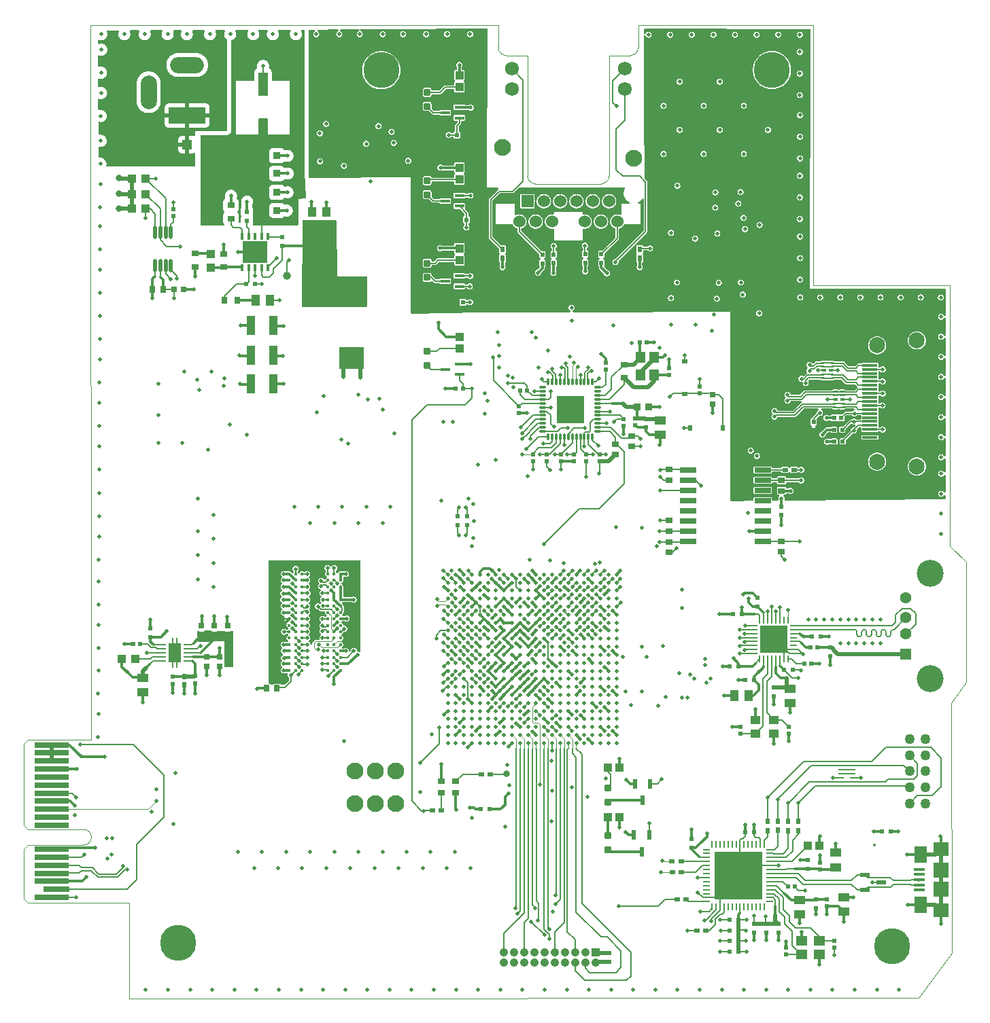
<source format=gbr>
G04 #@! TF.GenerationSoftware,KiCad,Pcbnew,(7.0.0)*
G04 #@! TF.CreationDate,2024-09-24T22:27:57+02:00*
G04 #@! TF.ProjectId,FPGA_dev_board,46504741-5f64-4657-965f-626f6172642e,rev?*
G04 #@! TF.SameCoordinates,Original*
G04 #@! TF.FileFunction,Copper,L1,Top*
G04 #@! TF.FilePolarity,Positive*
%FSLAX46Y46*%
G04 Gerber Fmt 4.6, Leading zero omitted, Abs format (unit mm)*
G04 Created by KiCad (PCBNEW (7.0.0)) date 2024-09-24 22:27:57*
%MOMM*%
%LPD*%
G01*
G04 APERTURE LIST*
G04 Aperture macros list*
%AMRoundRect*
0 Rectangle with rounded corners*
0 $1 Rounding radius*
0 $2 $3 $4 $5 $6 $7 $8 $9 X,Y pos of 4 corners*
0 Add a 4 corners polygon primitive as box body*
4,1,4,$2,$3,$4,$5,$6,$7,$8,$9,$2,$3,0*
0 Add four circle primitives for the rounded corners*
1,1,$1+$1,$2,$3*
1,1,$1+$1,$4,$5*
1,1,$1+$1,$6,$7*
1,1,$1+$1,$8,$9*
0 Add four rect primitives between the rounded corners*
20,1,$1+$1,$2,$3,$4,$5,0*
20,1,$1+$1,$4,$5,$6,$7,0*
20,1,$1+$1,$6,$7,$8,$9,0*
20,1,$1+$1,$8,$9,$2,$3,0*%
G04 Aperture macros list end*
G04 #@! TA.AperFunction,SMDPad,CuDef*
%ADD10R,0.508000X0.609600*%
G04 #@! TD*
G04 #@! TA.AperFunction,SMDPad,CuDef*
%ADD11R,0.711200X0.711200*%
G04 #@! TD*
G04 #@! TA.AperFunction,SMDPad,CuDef*
%ADD12R,0.600000X0.540000*%
G04 #@! TD*
G04 #@! TA.AperFunction,SMDPad,CuDef*
%ADD13R,0.965200X0.889000*%
G04 #@! TD*
G04 #@! TA.AperFunction,SMDPad,CuDef*
%ADD14R,0.939800X0.762000*%
G04 #@! TD*
G04 #@! TA.AperFunction,SMDPad,CuDef*
%ADD15R,0.540000X0.600000*%
G04 #@! TD*
G04 #@! TA.AperFunction,SMDPad,CuDef*
%ADD16R,0.609600X0.508000*%
G04 #@! TD*
G04 #@! TA.AperFunction,SMDPad,CuDef*
%ADD17RoundRect,0.098750X0.296250X-0.336250X0.296250X0.336250X-0.296250X0.336250X-0.296250X-0.336250X0*%
G04 #@! TD*
G04 #@! TA.AperFunction,SMDPad,CuDef*
%ADD18C,0.400000*%
G04 #@! TD*
G04 #@! TA.AperFunction,SMDPad,CuDef*
%ADD19R,0.508000X0.660400*%
G04 #@! TD*
G04 #@! TA.AperFunction,SMDPad,CuDef*
%ADD20R,1.040000X1.020000*%
G04 #@! TD*
G04 #@! TA.AperFunction,ComponentPad*
%ADD21C,4.500000*%
G04 #@! TD*
G04 #@! TA.AperFunction,SMDPad,CuDef*
%ADD22R,1.100000X1.000000*%
G04 #@! TD*
G04 #@! TA.AperFunction,SMDPad,CuDef*
%ADD23R,1.420000X1.080000*%
G04 #@! TD*
G04 #@! TA.AperFunction,SMDPad,CuDef*
%ADD24R,0.900000X0.800000*%
G04 #@! TD*
G04 #@! TA.AperFunction,SMDPad,CuDef*
%ADD25RoundRect,0.062500X0.375000X0.062500X-0.375000X0.062500X-0.375000X-0.062500X0.375000X-0.062500X0*%
G04 #@! TD*
G04 #@! TA.AperFunction,SMDPad,CuDef*
%ADD26RoundRect,0.062500X0.062500X0.375000X-0.062500X0.375000X-0.062500X-0.375000X0.062500X-0.375000X0*%
G04 #@! TD*
G04 #@! TA.AperFunction,SMDPad,CuDef*
%ADD27R,3.450000X3.450000*%
G04 #@! TD*
G04 #@! TA.AperFunction,SMDPad,CuDef*
%ADD28R,1.168400X0.457200*%
G04 #@! TD*
G04 #@! TA.AperFunction,SMDPad,CuDef*
%ADD29C,0.500000*%
G04 #@! TD*
G04 #@! TA.AperFunction,SMDPad,CuDef*
%ADD30C,0.280000*%
G04 #@! TD*
G04 #@! TA.AperFunction,SMDPad,CuDef*
%ADD31R,0.710000X0.280000*%
G04 #@! TD*
G04 #@! TA.AperFunction,SMDPad,CuDef*
%ADD32R,0.280000X0.700000*%
G04 #@! TD*
G04 #@! TA.AperFunction,ComponentPad*
%ADD33C,0.300000*%
G04 #@! TD*
G04 #@! TA.AperFunction,SMDPad,CuDef*
%ADD34R,1.650000X2.400000*%
G04 #@! TD*
G04 #@! TA.AperFunction,SMDPad,CuDef*
%ADD35R,0.711200X0.508000*%
G04 #@! TD*
G04 #@! TA.AperFunction,ComponentPad*
%ADD36C,2.100000*%
G04 #@! TD*
G04 #@! TA.AperFunction,ComponentPad*
%ADD37R,1.530000X1.530000*%
G04 #@! TD*
G04 #@! TA.AperFunction,ComponentPad*
%ADD38C,1.530000*%
G04 #@! TD*
G04 #@! TA.AperFunction,ComponentPad*
%ADD39C,1.725000*%
G04 #@! TD*
G04 #@! TA.AperFunction,SMDPad,CuDef*
%ADD40R,0.558800X0.711200*%
G04 #@! TD*
G04 #@! TA.AperFunction,SMDPad,CuDef*
%ADD41R,0.600000X0.750000*%
G04 #@! TD*
G04 #@! TA.AperFunction,SMDPad,CuDef*
%ADD42R,0.600000X0.560000*%
G04 #@! TD*
G04 #@! TA.AperFunction,SMDPad,CuDef*
%ADD43R,1.020000X1.040000*%
G04 #@! TD*
G04 #@! TA.AperFunction,SMDPad,CuDef*
%ADD44C,1.000000*%
G04 #@! TD*
G04 #@! TA.AperFunction,SMDPad,CuDef*
%ADD45R,0.660400X0.508000*%
G04 #@! TD*
G04 #@! TA.AperFunction,SMDPad,CuDef*
%ADD46R,0.790000X0.930000*%
G04 #@! TD*
G04 #@! TA.AperFunction,SMDPad,CuDef*
%ADD47R,1.080000X1.420000*%
G04 #@! TD*
G04 #@! TA.AperFunction,SMDPad,CuDef*
%ADD48R,0.700000X0.900000*%
G04 #@! TD*
G04 #@! TA.AperFunction,SMDPad,CuDef*
%ADD49R,3.098800X5.207000*%
G04 #@! TD*
G04 #@! TA.AperFunction,SMDPad,CuDef*
%ADD50R,0.990600X1.143000*%
G04 #@! TD*
G04 #@! TA.AperFunction,ComponentPad*
%ADD51R,4.600000X2.000000*%
G04 #@! TD*
G04 #@! TA.AperFunction,ComponentPad*
%ADD52O,4.200000X2.000000*%
G04 #@! TD*
G04 #@! TA.AperFunction,ComponentPad*
%ADD53O,2.000000X4.200000*%
G04 #@! TD*
G04 #@! TA.AperFunction,SMDPad,CuDef*
%ADD54R,1.066800X2.489200*%
G04 #@! TD*
G04 #@! TA.AperFunction,SMDPad,CuDef*
%ADD55R,0.660400X0.254000*%
G04 #@! TD*
G04 #@! TA.AperFunction,SMDPad,CuDef*
%ADD56RoundRect,0.024000X-0.996000X-0.276000X0.996000X-0.276000X0.996000X0.276000X-0.996000X0.276000X0*%
G04 #@! TD*
G04 #@! TA.AperFunction,SMDPad,CuDef*
%ADD57R,0.475000X0.500000*%
G04 #@! TD*
G04 #@! TA.AperFunction,SMDPad,CuDef*
%ADD58RoundRect,0.025000X-0.257500X-0.075000X0.257500X-0.075000X0.257500X0.075000X-0.257500X0.075000X0*%
G04 #@! TD*
G04 #@! TA.AperFunction,SMDPad,CuDef*
%ADD59RoundRect,0.050000X-0.232500X-0.150000X0.232500X-0.150000X0.232500X0.150000X-0.232500X0.150000X0*%
G04 #@! TD*
G04 #@! TA.AperFunction,SMDPad,CuDef*
%ADD60R,0.304800X0.812800*%
G04 #@! TD*
G04 #@! TA.AperFunction,SMDPad,CuDef*
%ADD61R,3.098800X2.692400*%
G04 #@! TD*
G04 #@! TA.AperFunction,ComponentPad*
%ADD62R,1.060000X1.060000*%
G04 #@! TD*
G04 #@! TA.AperFunction,ComponentPad*
%ADD63C,1.060000*%
G04 #@! TD*
G04 #@! TA.AperFunction,SMDPad,CuDef*
%ADD64R,1.200000X1.200000*%
G04 #@! TD*
G04 #@! TA.AperFunction,SMDPad,CuDef*
%ADD65R,0.930000X0.790000*%
G04 #@! TD*
G04 #@! TA.AperFunction,SMDPad,CuDef*
%ADD66R,1.900000X0.300000*%
G04 #@! TD*
G04 #@! TA.AperFunction,ComponentPad*
%ADD67C,1.995000*%
G04 #@! TD*
G04 #@! TA.AperFunction,SMDPad,CuDef*
%ADD68R,0.560000X0.600000*%
G04 #@! TD*
G04 #@! TA.AperFunction,SMDPad,CuDef*
%ADD69R,0.508000X0.711200*%
G04 #@! TD*
G04 #@! TA.AperFunction,ComponentPad*
%ADD70C,1.270000*%
G04 #@! TD*
G04 #@! TA.AperFunction,SMDPad,CuDef*
%ADD71R,1.350000X0.400000*%
G04 #@! TD*
G04 #@! TA.AperFunction,SMDPad,CuDef*
%ADD72R,1.600000X2.100000*%
G04 #@! TD*
G04 #@! TA.AperFunction,SMDPad,CuDef*
%ADD73R,1.900000X1.800000*%
G04 #@! TD*
G04 #@! TA.AperFunction,SMDPad,CuDef*
%ADD74R,1.900000X1.900000*%
G04 #@! TD*
G04 #@! TA.AperFunction,SMDPad,CuDef*
%ADD75R,1.200000X1.400000*%
G04 #@! TD*
G04 #@! TA.AperFunction,SMDPad,CuDef*
%ADD76R,0.900000X0.700000*%
G04 #@! TD*
G04 #@! TA.AperFunction,SMDPad,CuDef*
%ADD77R,0.590000X0.600000*%
G04 #@! TD*
G04 #@! TA.AperFunction,SMDPad,CuDef*
%ADD78R,1.250000X0.600000*%
G04 #@! TD*
G04 #@! TA.AperFunction,SMDPad,CuDef*
%ADD79R,0.965200X0.939800*%
G04 #@! TD*
G04 #@! TA.AperFunction,SMDPad,CuDef*
%ADD80R,0.558800X1.270000*%
G04 #@! TD*
G04 #@! TA.AperFunction,SMDPad,CuDef*
%ADD81O,0.449999X1.699999*%
G04 #@! TD*
G04 #@! TA.AperFunction,SMDPad,CuDef*
%ADD82R,1.300000X1.050000*%
G04 #@! TD*
G04 #@! TA.AperFunction,ComponentPad*
%ADD83R,1.428000X1.428000*%
G04 #@! TD*
G04 #@! TA.AperFunction,ComponentPad*
%ADD84C,1.428000*%
G04 #@! TD*
G04 #@! TA.AperFunction,ComponentPad*
%ADD85C,3.346000*%
G04 #@! TD*
G04 #@! TA.AperFunction,SMDPad,CuDef*
%ADD86R,3.149600X2.667000*%
G04 #@! TD*
G04 #@! TA.AperFunction,SMDPad,CuDef*
%ADD87R,1.400000X1.200000*%
G04 #@! TD*
G04 #@! TA.AperFunction,SMDPad,CuDef*
%ADD88R,1.143000X2.997200*%
G04 #@! TD*
G04 #@! TA.AperFunction,SMDPad,CuDef*
%ADD89R,0.807999X0.254800*%
G04 #@! TD*
G04 #@! TA.AperFunction,SMDPad,CuDef*
%ADD90R,0.254800X0.807999*%
G04 #@! TD*
G04 #@! TA.AperFunction,SMDPad,CuDef*
%ADD91R,5.943600X5.943600*%
G04 #@! TD*
G04 #@! TA.AperFunction,ConnectorPad*
%ADD92R,4.300000X0.700000*%
G04 #@! TD*
G04 #@! TA.AperFunction,ConnectorPad*
%ADD93R,3.200000X0.700000*%
G04 #@! TD*
G04 #@! TA.AperFunction,SMDPad,CuDef*
%ADD94R,1.000000X1.100000*%
G04 #@! TD*
G04 #@! TA.AperFunction,SMDPad,CuDef*
%ADD95RoundRect,0.033750X-0.101250X0.371250X-0.101250X-0.371250X0.101250X-0.371250X0.101250X0.371250X0*%
G04 #@! TD*
G04 #@! TA.AperFunction,SMDPad,CuDef*
%ADD96RoundRect,0.033750X-0.371250X-0.101250X0.371250X-0.101250X0.371250X0.101250X-0.371250X0.101250X0*%
G04 #@! TD*
G04 #@! TA.AperFunction,SMDPad,CuDef*
%ADD97R,3.500000X3.500000*%
G04 #@! TD*
G04 #@! TA.AperFunction,ComponentPad*
%ADD98C,0.550000*%
G04 #@! TD*
G04 #@! TA.AperFunction,ViaPad*
%ADD99C,0.500000*%
G04 #@! TD*
G04 #@! TA.AperFunction,ViaPad*
%ADD100C,0.800000*%
G04 #@! TD*
G04 #@! TA.AperFunction,Conductor*
%ADD101C,0.200000*%
G04 #@! TD*
G04 #@! TA.AperFunction,Conductor*
%ADD102C,0.500000*%
G04 #@! TD*
G04 #@! TA.AperFunction,Conductor*
%ADD103C,0.350000*%
G04 #@! TD*
G04 #@! TA.AperFunction,Conductor*
%ADD104C,0.150000*%
G04 #@! TD*
G04 #@! TA.AperFunction,Conductor*
%ADD105C,0.100000*%
G04 #@! TD*
G04 #@! TA.AperFunction,Profile*
%ADD106C,0.100000*%
G04 #@! TD*
G04 #@! TA.AperFunction,Profile*
%ADD107C,0.010000*%
G04 #@! TD*
G04 APERTURE END LIST*
D10*
X135479999Y-170186099D03*
X135479999Y-169093899D03*
D11*
X59250399Y-195629999D03*
X59250399Y-194436199D03*
X122869999Y-165663099D03*
X122869999Y-166856899D03*
D12*
X126359999Y-207938999D03*
X126359999Y-207074999D03*
X132359999Y-207074999D03*
X132359999Y-207938999D03*
D13*
X67198799Y-142709499D03*
X68646599Y-142709499D03*
D14*
X58459999Y-149728199D03*
X58459999Y-148051799D03*
D15*
X113794999Y-159134999D03*
X114658999Y-159134999D03*
D16*
X128056099Y-201199999D03*
X126963899Y-201199999D03*
D17*
X109841500Y-214710000D03*
X109841500Y-216470000D03*
D10*
X101696199Y-148207899D03*
X101696199Y-149300099D03*
D18*
X70165000Y-188030000D03*
X70965000Y-188030000D03*
X71765000Y-188030000D03*
X74965000Y-188030000D03*
X75765000Y-188030000D03*
X76565000Y-188030000D03*
X70165000Y-188830000D03*
X70965000Y-188830000D03*
X71765000Y-188830000D03*
X74965000Y-188830000D03*
X75765000Y-188830000D03*
X76565000Y-188830000D03*
X70165000Y-189630000D03*
X70965000Y-189630000D03*
X71765000Y-189630000D03*
X74965000Y-189630000D03*
X75765000Y-189630000D03*
X76565000Y-189630000D03*
X70165000Y-190430000D03*
X70965000Y-190430000D03*
X71765000Y-190430000D03*
X74965000Y-190430000D03*
X75765000Y-190430000D03*
X76565000Y-190430000D03*
X70165000Y-191230000D03*
X70965000Y-191230000D03*
X71765000Y-191230000D03*
X74965000Y-191230000D03*
X75765000Y-191230000D03*
X76565000Y-191230000D03*
X70165000Y-192030000D03*
X70965000Y-192030000D03*
X71765000Y-192030000D03*
X74965000Y-192030000D03*
X75765000Y-192030000D03*
X76565000Y-192030000D03*
X70165000Y-192830000D03*
X70965000Y-192830000D03*
X71765000Y-192830000D03*
X74965000Y-192830000D03*
X75765000Y-192830000D03*
X76565000Y-192830000D03*
X70165000Y-193630000D03*
X70965000Y-193630000D03*
X71765000Y-193630000D03*
X74965000Y-193630000D03*
X75765000Y-193630000D03*
X76565000Y-193630000D03*
X70165000Y-194430000D03*
X70965000Y-194430000D03*
X71765000Y-194430000D03*
X74965000Y-194430000D03*
X75765000Y-194430000D03*
X76565000Y-194430000D03*
X70165000Y-195230000D03*
X70965000Y-195230000D03*
X71765000Y-195230000D03*
X74965000Y-195230000D03*
X75765000Y-195230000D03*
X76565000Y-195230000D03*
X70165000Y-196030000D03*
X70965000Y-196030000D03*
X71765000Y-196030000D03*
X74965000Y-196030000D03*
X75765000Y-196030000D03*
X76565000Y-196030000D03*
X70165000Y-196830000D03*
X70965000Y-196830000D03*
X71765000Y-196830000D03*
X74965000Y-196830000D03*
X75765000Y-196830000D03*
X76565000Y-196830000D03*
X70165000Y-197630000D03*
X70965000Y-197630000D03*
X71765000Y-197630000D03*
X74965000Y-197630000D03*
X75765000Y-197630000D03*
X76565000Y-197630000D03*
X70165000Y-198430000D03*
X70965000Y-198430000D03*
X71765000Y-198430000D03*
X74965000Y-198430000D03*
X75765000Y-198430000D03*
X76565000Y-198430000D03*
X70165000Y-199230000D03*
X70965000Y-199230000D03*
X71765000Y-199230000D03*
X74965000Y-199230000D03*
X75765000Y-199230000D03*
X76565000Y-199230000D03*
X70165000Y-200030000D03*
X70965000Y-200030000D03*
X71765000Y-200030000D03*
X74965000Y-200030000D03*
X75765000Y-200030000D03*
X76565000Y-200030000D03*
D17*
X87350000Y-139000000D03*
X87350000Y-140760000D03*
D10*
X107029999Y-148153899D03*
X107029999Y-149246099D03*
D19*
X132279999Y-219998799D03*
X132279999Y-218881199D03*
D20*
X109816499Y-212169999D03*
X111286499Y-212169999D03*
X136214999Y-221909999D03*
X134744999Y-221909999D03*
D12*
X117489999Y-163221999D03*
X117489999Y-162357999D03*
D21*
X81640000Y-125240000D03*
D16*
X128026099Y-220199999D03*
X126933899Y-220199999D03*
D22*
X52295001Y-142519999D03*
X50595001Y-142519999D03*
D23*
X133739999Y-228694999D03*
X133739999Y-230484999D03*
D16*
X126059999Y-233787243D03*
X124967799Y-233787243D03*
X126126099Y-199509999D03*
X125033899Y-199509999D03*
D24*
X89069999Y-215289999D03*
X90919999Y-215289999D03*
X90919999Y-213839999D03*
X89069999Y-213839999D03*
D10*
X130509999Y-202199999D03*
X130509999Y-203292199D03*
D25*
X132947500Y-197950000D03*
X132947500Y-197450000D03*
X132947500Y-196950000D03*
X132947500Y-196450000D03*
X132947500Y-195950000D03*
X132947500Y-195450000D03*
X132947500Y-194950000D03*
X132947500Y-194450000D03*
D26*
X132260000Y-193762500D03*
X131760000Y-193762500D03*
X131260000Y-193762500D03*
X130760000Y-193762500D03*
X130260000Y-193762500D03*
X129760000Y-193762500D03*
X129260000Y-193762500D03*
X128760000Y-193762500D03*
D25*
X128072500Y-194450000D03*
X128072500Y-194950000D03*
X128072500Y-195450000D03*
X128072500Y-195950000D03*
X128072500Y-196450000D03*
X128072500Y-196950000D03*
X128072500Y-197450000D03*
X128072500Y-197950000D03*
D26*
X128760000Y-198637500D03*
X129260000Y-198637500D03*
X129760000Y-198637500D03*
X130260000Y-198637500D03*
X130760000Y-198637500D03*
X131260000Y-198637500D03*
X131760000Y-198637500D03*
X132260000Y-198637500D03*
D27*
X130509999Y-196199999D03*
D10*
X103079999Y-148203899D03*
X103079999Y-149296099D03*
D28*
X91349999Y-142179997D03*
X91349999Y-140879999D03*
X89597399Y-141529998D03*
D29*
X89910000Y-188100000D03*
X90910000Y-188100000D03*
X91910000Y-188100000D03*
X92910000Y-188100000D03*
X93910000Y-188100000D03*
X94910000Y-188100000D03*
X95910000Y-188100000D03*
X96910000Y-188100000D03*
X97910000Y-188100000D03*
X98910000Y-188100000D03*
X99910000Y-188100000D03*
X100910000Y-188100000D03*
X101910000Y-188100000D03*
X102910000Y-188100000D03*
X103910000Y-188100000D03*
X104910000Y-188100000D03*
X105910000Y-188100000D03*
X106910000Y-188100000D03*
X107910000Y-188100000D03*
X108910000Y-188100000D03*
X109910000Y-188100000D03*
X110910000Y-188100000D03*
X89910000Y-208100000D03*
X90910000Y-208100000D03*
X91910000Y-208100000D03*
X92910000Y-208100000D03*
X93910000Y-208100000D03*
X94910000Y-208100000D03*
X95910000Y-208100000D03*
X96910000Y-208100000D03*
X97910000Y-208100000D03*
X98910000Y-208100000D03*
X99910000Y-208100000D03*
X100910000Y-208100000D03*
X101910000Y-208100000D03*
X102910000Y-208100000D03*
X103910000Y-208100000D03*
X104910000Y-208100000D03*
X105910000Y-208100000D03*
X106910000Y-208100000D03*
X107910000Y-208100000D03*
X108910000Y-208100000D03*
X109910000Y-208100000D03*
X110910000Y-208100000D03*
X89910000Y-209100000D03*
X90910000Y-209100000D03*
X91910000Y-209100000D03*
X92910000Y-209100000D03*
X93910000Y-209100000D03*
X94910000Y-209100000D03*
X95910000Y-209100000D03*
X96910000Y-209100000D03*
X97910000Y-209100000D03*
X98910000Y-209100000D03*
X99910000Y-209100000D03*
X100910000Y-209100000D03*
X101910000Y-209100000D03*
X102910000Y-209100000D03*
X103910000Y-209100000D03*
X104910000Y-209100000D03*
X105910000Y-209100000D03*
X106910000Y-209100000D03*
X107910000Y-209100000D03*
X108910000Y-209100000D03*
X109910000Y-209100000D03*
X110910000Y-209100000D03*
X89910000Y-189100000D03*
X90910000Y-189100000D03*
X91910000Y-189100000D03*
X92910000Y-189100000D03*
X93910000Y-189100000D03*
X94910000Y-189100000D03*
X95910000Y-189100000D03*
X96910000Y-189100000D03*
X97910000Y-189100000D03*
X98910000Y-189100000D03*
X99910000Y-189100000D03*
X100910000Y-189100000D03*
X101910000Y-189100000D03*
X102910000Y-189100000D03*
X103910000Y-189100000D03*
X104910000Y-189100000D03*
X105910000Y-189100000D03*
X106910000Y-189100000D03*
X107910000Y-189100000D03*
X108910000Y-189100000D03*
X109910000Y-189100000D03*
X110910000Y-189100000D03*
X89910000Y-190100000D03*
X90910000Y-190100000D03*
X91910000Y-190100000D03*
X92910000Y-190100000D03*
X93910000Y-190100000D03*
X94910000Y-190100000D03*
X95910000Y-190100000D03*
X96910000Y-190100000D03*
X97910000Y-190100000D03*
X98910000Y-190100000D03*
X99910000Y-190100000D03*
X100910000Y-190100000D03*
X101910000Y-190100000D03*
X102910000Y-190100000D03*
X103910000Y-190100000D03*
X104910000Y-190100000D03*
X105910000Y-190100000D03*
X106910000Y-190100000D03*
X107910000Y-190100000D03*
X108910000Y-190100000D03*
X109910000Y-190100000D03*
X110910000Y-190100000D03*
X89910000Y-191100000D03*
X90910000Y-191100000D03*
X91910000Y-191100000D03*
X92910000Y-191100000D03*
X93910000Y-191100000D03*
X94910000Y-191100000D03*
X95910000Y-191100000D03*
X96910000Y-191100000D03*
X97910000Y-191100000D03*
X98910000Y-191100000D03*
X99910000Y-191100000D03*
X100910000Y-191100000D03*
X101910000Y-191100000D03*
X102910000Y-191100000D03*
X103910000Y-191100000D03*
X104910000Y-191100000D03*
X105910000Y-191100000D03*
X106910000Y-191100000D03*
X107910000Y-191100000D03*
X108910000Y-191100000D03*
X109910000Y-191100000D03*
X110910000Y-191100000D03*
X89910000Y-192100000D03*
X90910000Y-192100000D03*
X91910000Y-192100000D03*
X92910000Y-192100000D03*
X93910000Y-192100000D03*
X94910000Y-192100000D03*
X95910000Y-192100000D03*
X96910000Y-192100000D03*
X97910000Y-192100000D03*
X98910000Y-192100000D03*
X99910000Y-192100000D03*
X100910000Y-192100000D03*
X101910000Y-192100000D03*
X102910000Y-192100000D03*
X103910000Y-192100000D03*
X104910000Y-192100000D03*
X105910000Y-192100000D03*
X106910000Y-192100000D03*
X107910000Y-192100000D03*
X108910000Y-192100000D03*
X109910000Y-192100000D03*
X110910000Y-192100000D03*
X89910000Y-193100000D03*
X90910000Y-193100000D03*
X91910000Y-193100000D03*
X92910000Y-193100000D03*
X93910000Y-193100000D03*
X94910000Y-193100000D03*
X95910000Y-193100000D03*
X96910000Y-193100000D03*
X97910000Y-193100000D03*
X98910000Y-193100000D03*
X99910000Y-193100000D03*
X100910000Y-193100000D03*
X101910000Y-193100000D03*
X102910000Y-193100000D03*
X103910000Y-193100000D03*
X104910000Y-193100000D03*
X105910000Y-193100000D03*
X106910000Y-193100000D03*
X107910000Y-193100000D03*
X108910000Y-193100000D03*
X109910000Y-193100000D03*
X110910000Y-193100000D03*
X89910000Y-194100000D03*
X90910000Y-194100000D03*
X91910000Y-194100000D03*
X92910000Y-194100000D03*
X93910000Y-194100000D03*
X94910000Y-194100000D03*
X95910000Y-194100000D03*
X96910000Y-194100000D03*
X97910000Y-194100000D03*
X98910000Y-194100000D03*
X99910000Y-194100000D03*
X100910000Y-194100000D03*
X101910000Y-194100000D03*
X102910000Y-194100000D03*
X103910000Y-194100000D03*
X104910000Y-194100000D03*
X105910000Y-194100000D03*
X106910000Y-194100000D03*
X107910000Y-194100000D03*
X108910000Y-194100000D03*
X109910000Y-194100000D03*
X110910000Y-194100000D03*
X89910000Y-195100000D03*
X90910000Y-195100000D03*
X91910000Y-195100000D03*
X92910000Y-195100000D03*
X93910000Y-195100000D03*
X94910000Y-195100000D03*
X95910000Y-195100000D03*
X96910000Y-195100000D03*
X97910000Y-195100000D03*
X98910000Y-195100000D03*
X99910000Y-195100000D03*
X100910000Y-195100000D03*
X101910000Y-195100000D03*
X102910000Y-195100000D03*
X103910000Y-195100000D03*
X104910000Y-195100000D03*
X105910000Y-195100000D03*
X106910000Y-195100000D03*
X107910000Y-195100000D03*
X108910000Y-195100000D03*
X109910000Y-195100000D03*
X110910000Y-195100000D03*
X89910000Y-196100000D03*
X90910000Y-196100000D03*
X91910000Y-196100000D03*
X92910000Y-196100000D03*
X93910000Y-196100000D03*
X94910000Y-196100000D03*
X95910000Y-196100000D03*
X96910000Y-196100000D03*
X97910000Y-196100000D03*
X98910000Y-196100000D03*
X99910000Y-196100000D03*
X100910000Y-196100000D03*
X101910000Y-196100000D03*
X102910000Y-196100000D03*
X103910000Y-196100000D03*
X104910000Y-196100000D03*
X105910000Y-196100000D03*
X106910000Y-196100000D03*
X107910000Y-196100000D03*
X108910000Y-196100000D03*
X109910000Y-196100000D03*
X110910000Y-196100000D03*
X89910000Y-197100000D03*
X90910000Y-197100000D03*
X91910000Y-197100000D03*
X92910000Y-197100000D03*
X93910000Y-197100000D03*
X94910000Y-197100000D03*
X95910000Y-197100000D03*
X96910000Y-197100000D03*
X97910000Y-197100000D03*
X98910000Y-197100000D03*
X99910000Y-197100000D03*
X100910000Y-197100000D03*
X101910000Y-197100000D03*
X102910000Y-197100000D03*
X103910000Y-197100000D03*
X104910000Y-197100000D03*
X105910000Y-197100000D03*
X106910000Y-197100000D03*
X107910000Y-197100000D03*
X108910000Y-197100000D03*
X109910000Y-197100000D03*
X110910000Y-197100000D03*
X89910000Y-198100000D03*
X90910000Y-198100000D03*
X91910000Y-198100000D03*
X92910000Y-198100000D03*
X93910000Y-198100000D03*
X94910000Y-198100000D03*
X95910000Y-198100000D03*
X96910000Y-198100000D03*
X97910000Y-198100000D03*
X98910000Y-198100000D03*
X99910000Y-198100000D03*
X100910000Y-198100000D03*
X101910000Y-198100000D03*
X102910000Y-198100000D03*
X103910000Y-198100000D03*
X104910000Y-198100000D03*
X105910000Y-198100000D03*
X106910000Y-198100000D03*
X107910000Y-198100000D03*
X108910000Y-198100000D03*
X109910000Y-198100000D03*
X110910000Y-198100000D03*
X89910000Y-199100000D03*
X90910000Y-199100000D03*
X91910000Y-199100000D03*
X92910000Y-199100000D03*
X93910000Y-199100000D03*
X94910000Y-199100000D03*
X95910000Y-199100000D03*
X96910000Y-199100000D03*
X97910000Y-199100000D03*
X98910000Y-199100000D03*
X99910000Y-199100000D03*
X100910000Y-199100000D03*
X101910000Y-199100000D03*
X102910000Y-199100000D03*
X103910000Y-199100000D03*
X104910000Y-199100000D03*
X105910000Y-199100000D03*
X106910000Y-199100000D03*
X107910000Y-199100000D03*
X108910000Y-199100000D03*
X109910000Y-199100000D03*
X110910000Y-199100000D03*
X89910000Y-200100000D03*
X90910000Y-200100000D03*
X91910000Y-200100000D03*
X92910000Y-200100000D03*
X93910000Y-200100000D03*
X94910000Y-200100000D03*
X95910000Y-200100000D03*
X96910000Y-200100000D03*
X97910000Y-200100000D03*
X98910000Y-200100000D03*
X99910000Y-200100000D03*
X100910000Y-200100000D03*
X101910000Y-200100000D03*
X102910000Y-200100000D03*
X103910000Y-200100000D03*
X104910000Y-200100000D03*
X105910000Y-200100000D03*
X106910000Y-200100000D03*
X107910000Y-200100000D03*
X108910000Y-200100000D03*
X109910000Y-200100000D03*
X110910000Y-200100000D03*
X89910000Y-201100000D03*
X90910000Y-201100000D03*
X91910000Y-201100000D03*
X92910000Y-201100000D03*
X93910000Y-201100000D03*
X94910000Y-201100000D03*
X95910000Y-201100000D03*
X96910000Y-201100000D03*
X97910000Y-201100000D03*
X98910000Y-201100000D03*
X99910000Y-201100000D03*
X100910000Y-201100000D03*
X101910000Y-201100000D03*
X102910000Y-201100000D03*
X103910000Y-201100000D03*
X104910000Y-201100000D03*
X105910000Y-201100000D03*
X106910000Y-201100000D03*
X107910000Y-201100000D03*
X108910000Y-201100000D03*
X109910000Y-201100000D03*
X110910000Y-201100000D03*
X89910000Y-202100000D03*
X90910000Y-202100000D03*
X91910000Y-202100000D03*
X92910000Y-202100000D03*
X93910000Y-202100000D03*
X94910000Y-202100000D03*
X95910000Y-202100000D03*
X96910000Y-202100000D03*
X97910000Y-202100000D03*
X98910000Y-202100000D03*
X99910000Y-202100000D03*
X100910000Y-202100000D03*
X101910000Y-202100000D03*
X102910000Y-202100000D03*
X103910000Y-202100000D03*
X104910000Y-202100000D03*
X105910000Y-202100000D03*
X106910000Y-202100000D03*
X107910000Y-202100000D03*
X108910000Y-202100000D03*
X109910000Y-202100000D03*
X110910000Y-202100000D03*
X89910000Y-203100000D03*
X90910000Y-203100000D03*
X91910000Y-203100000D03*
X92910000Y-203100000D03*
X93910000Y-203100000D03*
X94910000Y-203100000D03*
X95910000Y-203100000D03*
X96910000Y-203100000D03*
X97910000Y-203100000D03*
X98910000Y-203100000D03*
X99910000Y-203100000D03*
X100910000Y-203100000D03*
X101910000Y-203100000D03*
X102910000Y-203100000D03*
X103910000Y-203100000D03*
X104910000Y-203100000D03*
X105910000Y-203100000D03*
X106910000Y-203100000D03*
X107910000Y-203100000D03*
X108910000Y-203100000D03*
X109910000Y-203100000D03*
X110910000Y-203100000D03*
X89910000Y-204100000D03*
X90910000Y-204100000D03*
X91910000Y-204100000D03*
X92910000Y-204100000D03*
X93910000Y-204100000D03*
X94910000Y-204100000D03*
X95910000Y-204100000D03*
X96910000Y-204100000D03*
X97910000Y-204100000D03*
X98910000Y-204100000D03*
X99910000Y-204100000D03*
X100910000Y-204100000D03*
X101910000Y-204100000D03*
X102910000Y-204100000D03*
X103910000Y-204100000D03*
X104910000Y-204100000D03*
X105910000Y-204100000D03*
X106910000Y-204100000D03*
X107910000Y-204100000D03*
X108910000Y-204100000D03*
X109910000Y-204100000D03*
X110910000Y-204100000D03*
X89910000Y-205100000D03*
X90910000Y-205100000D03*
X91910000Y-205100000D03*
X92910000Y-205100000D03*
X93910000Y-205100000D03*
X94910000Y-205100000D03*
X95910000Y-205100000D03*
X96910000Y-205100000D03*
X97910000Y-205100000D03*
X98910000Y-205100000D03*
X99910000Y-205100000D03*
X100910000Y-205100000D03*
X101910000Y-205100000D03*
X102910000Y-205100000D03*
X103910000Y-205100000D03*
X104910000Y-205100000D03*
X105910000Y-205100000D03*
X106910000Y-205100000D03*
X107910000Y-205100000D03*
X108910000Y-205100000D03*
X109910000Y-205100000D03*
X110910000Y-205100000D03*
X89910000Y-206100000D03*
X90910000Y-206100000D03*
X91910000Y-206100000D03*
X92910000Y-206100000D03*
X93910000Y-206100000D03*
X94910000Y-206100000D03*
X95910000Y-206100000D03*
X96910000Y-206100000D03*
X97910000Y-206100000D03*
X98910000Y-206100000D03*
X99910000Y-206100000D03*
X100910000Y-206100000D03*
X101910000Y-206100000D03*
X102910000Y-206100000D03*
X103910000Y-206100000D03*
X104910000Y-206100000D03*
X105910000Y-206100000D03*
X106910000Y-206100000D03*
X107910000Y-206100000D03*
X108910000Y-206100000D03*
X109910000Y-206100000D03*
X110910000Y-206100000D03*
X89910000Y-207100000D03*
X90910000Y-207100000D03*
X91910000Y-207100000D03*
X92910000Y-207100000D03*
X93910000Y-207100000D03*
X94910000Y-207100000D03*
X95910000Y-207100000D03*
X96910000Y-207100000D03*
X97910000Y-207100000D03*
X98910000Y-207100000D03*
X99910000Y-207100000D03*
X100910000Y-207100000D03*
X101910000Y-207100000D03*
X102910000Y-207100000D03*
X103910000Y-207100000D03*
X104910000Y-207100000D03*
X105910000Y-207100000D03*
X106910000Y-207100000D03*
X107910000Y-207100000D03*
X108910000Y-207100000D03*
X109910000Y-207100000D03*
X110910000Y-207100000D03*
D30*
X57110000Y-198840000D03*
D31*
X57459999Y-198839999D03*
D30*
X57110000Y-198340000D03*
D31*
X57459999Y-198339999D03*
D30*
X57110000Y-197840000D03*
D31*
X57459999Y-197839999D03*
D30*
X57110000Y-197340000D03*
D31*
X57459999Y-197339999D03*
D30*
X57110000Y-196840000D03*
D31*
X57459999Y-196839999D03*
X54379999Y-196839999D03*
D30*
X54730000Y-196840000D03*
D31*
X54379999Y-197339999D03*
D30*
X54730000Y-197340000D03*
D31*
X54379999Y-197839999D03*
D30*
X54730000Y-197840000D03*
D31*
X54379999Y-198339999D03*
D30*
X54730000Y-198340000D03*
D31*
X54379999Y-198839999D03*
D30*
X54730000Y-198840000D03*
D32*
X55669999Y-199389999D03*
X56169999Y-199389999D03*
D33*
X55420000Y-198590000D03*
X56420000Y-198590000D03*
X55920000Y-197840000D03*
D34*
X55919999Y-197839999D03*
D33*
X55420000Y-197090000D03*
X56420000Y-197090000D03*
D32*
X55669999Y-196289999D03*
X56169999Y-196289999D03*
D35*
X119399999Y-161507999D03*
X119399999Y-165571999D03*
D11*
X55848101Y-152519999D03*
X57041901Y-152519999D03*
D36*
X78370000Y-212590000D03*
X80910000Y-212590000D03*
X83450000Y-212590000D03*
D22*
X52279999Y-140669999D03*
X50579999Y-140669999D03*
D37*
X99833999Y-141559999D03*
D38*
X101866000Y-141560000D03*
X103898000Y-141560000D03*
X105930000Y-141560000D03*
X107962000Y-141560000D03*
X109994000Y-141560000D03*
X98818000Y-144100000D03*
X100850000Y-144100000D03*
X102882000Y-144100000D03*
X106946000Y-144100000D03*
X108978000Y-144100000D03*
X111010000Y-144100000D03*
D39*
X97889000Y-127590000D03*
X97889000Y-125050000D03*
X111939000Y-127590000D03*
X111939000Y-125050000D03*
D36*
X113069000Y-136230000D03*
X96759000Y-134830000D03*
D10*
X137509999Y-197199999D03*
X137509999Y-198292199D03*
X131469999Y-179614999D03*
X131469999Y-180707199D03*
D40*
X57079999Y-200779299D03*
X57079999Y-201820699D03*
D41*
X113794999Y-147584999D03*
X113794999Y-148684999D03*
D12*
X109559999Y-162571999D03*
X109559999Y-161707999D03*
D42*
X55679999Y-201724999D03*
X55679999Y-200854999D03*
D13*
X67186099Y-140449399D03*
X68633899Y-140449399D03*
D16*
X135223899Y-195839999D03*
X136316099Y-195839999D03*
D11*
X59889999Y-198333099D03*
X59889999Y-199526899D03*
D43*
X91349999Y-159914997D03*
X91349999Y-158444997D03*
D10*
X128059999Y-231619999D03*
X128059999Y-232712199D03*
D11*
X61479999Y-198363099D03*
X61479999Y-199556899D03*
D44*
X69910000Y-150900000D03*
D45*
X118958799Y-223839999D03*
X117841199Y-223839999D03*
D46*
X62089999Y-153899999D03*
X63729999Y-153899999D03*
D23*
X116324999Y-168899999D03*
X116324999Y-170689999D03*
D47*
X66014999Y-153899999D03*
X67804999Y-153899999D03*
D28*
X91349999Y-131179997D03*
X91349999Y-129879999D03*
X89597399Y-130529998D03*
D42*
X108794999Y-174004999D03*
X108794999Y-173134999D03*
X105649999Y-174004999D03*
X105649999Y-173134999D03*
D48*
X53145001Y-152519999D03*
X54445001Y-152519999D03*
D42*
X111794999Y-169569999D03*
X111794999Y-168699999D03*
D10*
X114574999Y-168688899D03*
X114574999Y-169781099D03*
D49*
X73909999Y-146899999D03*
D50*
X74830000Y-142912199D03*
X72989998Y-142912199D03*
D51*
X57459999Y-130879999D03*
D52*
X57459999Y-124579999D03*
D53*
X52659999Y-127979999D03*
D45*
X122068799Y-232459999D03*
X120951199Y-232459999D03*
D42*
X107146999Y-174004999D03*
X107146999Y-173134999D03*
D19*
X129699999Y-219998799D03*
X129699999Y-218881199D03*
D54*
X68212399Y-164329999D03*
X65367599Y-164329999D03*
D28*
X91349999Y-152179997D03*
X91349999Y-150879999D03*
X89597399Y-151529998D03*
D12*
X113224999Y-168612999D03*
X113224999Y-169476999D03*
D22*
X52289999Y-138719999D03*
X50589999Y-138719999D03*
D10*
X64909999Y-143992199D03*
X64909999Y-142899999D03*
D55*
X138868799Y-211415999D03*
X138868799Y-211923999D03*
X138868799Y-212431999D03*
X138868799Y-212939999D03*
X138868799Y-213447999D03*
X138868799Y-213955999D03*
X138868799Y-214463999D03*
X140291199Y-214463999D03*
X140291199Y-213955999D03*
X140291199Y-213447999D03*
X140291199Y-212939999D03*
X140291199Y-212431999D03*
X140291199Y-211923999D03*
X140291199Y-211415999D03*
D56*
X119815000Y-175075000D03*
X119815000Y-176345000D03*
X119815000Y-177615000D03*
X119815000Y-178885000D03*
X119815000Y-180155000D03*
X119815000Y-181425000D03*
X119815000Y-182695000D03*
X119815000Y-183965000D03*
X129125000Y-183965000D03*
X129125000Y-182695000D03*
X129125000Y-181425000D03*
X129125000Y-180155000D03*
X129125000Y-178885000D03*
X129125000Y-177615000D03*
X129125000Y-176345000D03*
X129125000Y-175075000D03*
D21*
X56360000Y-233980000D03*
D42*
X100554999Y-174004999D03*
X100554999Y-173134999D03*
D16*
X126059999Y-232452754D03*
X124967799Y-232452754D03*
D57*
X138057999Y-171519999D03*
X139081999Y-171519999D03*
D58*
X136762500Y-161670000D03*
X136762500Y-162170000D03*
D59*
X136762500Y-162670000D03*
D58*
X136762500Y-163170000D03*
X136762500Y-163670000D03*
X137597500Y-163670000D03*
X137597500Y-163170000D03*
D59*
X137597500Y-162670000D03*
D58*
X137597500Y-162170000D03*
X137597500Y-161670000D03*
D60*
X67509998Y-145956899D03*
X66709997Y-145956899D03*
X65909999Y-145956899D03*
X65109998Y-145956899D03*
X64310000Y-145956899D03*
X64310000Y-149843099D03*
X65110001Y-149843099D03*
X65909999Y-149843099D03*
X66710000Y-149843099D03*
X67509998Y-149843099D03*
D61*
X65909999Y-147899999D03*
D16*
X145059999Y-220119999D03*
X143967799Y-220119999D03*
D10*
X120263199Y-222166099D03*
X120263199Y-221073899D03*
D62*
X108279999Y-235229999D03*
D63*
X108280000Y-236500000D03*
X107010000Y-235230000D03*
X107010000Y-236500000D03*
X105740000Y-235230000D03*
X105740000Y-236500000D03*
X104470000Y-235230000D03*
X104470000Y-236500000D03*
X103200000Y-235230000D03*
X103200000Y-236500000D03*
X101930000Y-235230000D03*
X101930000Y-236500000D03*
X100660000Y-235230000D03*
X100660000Y-236500000D03*
X99390000Y-235230000D03*
X99390000Y-236500000D03*
X98120000Y-235230000D03*
X98120000Y-236500000D03*
X96850000Y-235230000D03*
X96850000Y-236500000D03*
D12*
X132059999Y-235483999D03*
X132059999Y-234619999D03*
D47*
X127404999Y-203199999D03*
X125614999Y-203199999D03*
D16*
X126059999Y-231118265D03*
X124967799Y-231118265D03*
D11*
X62480399Y-195649999D03*
X62480399Y-194456199D03*
D64*
X60257499Y-134509999D03*
X57457499Y-134509999D03*
D65*
X111844999Y-161924999D03*
X111844999Y-163564999D03*
D66*
X142469999Y-162019999D03*
X142469999Y-162519999D03*
X142469999Y-163019999D03*
X142469999Y-163519999D03*
X142469999Y-164019999D03*
X142469999Y-164519999D03*
X142469999Y-165019999D03*
X142469999Y-165519999D03*
X142469999Y-166019999D03*
X142469999Y-166519999D03*
X142469999Y-167019999D03*
X142469999Y-167519999D03*
X142469999Y-168019999D03*
X142469999Y-168519999D03*
X142469999Y-169019999D03*
X142469999Y-169519999D03*
X142469999Y-170019999D03*
X142469999Y-170519999D03*
X142469999Y-171019999D03*
D67*
X143370000Y-174020000D03*
X143370000Y-159520000D03*
X148320000Y-174620000D03*
X148320000Y-158920000D03*
D10*
X92349999Y-181906099D03*
X92349999Y-180813899D03*
D16*
X131773399Y-199996799D03*
X132865599Y-199996799D03*
D45*
X94080399Y-212974199D03*
X95197999Y-212974199D03*
D16*
X94054999Y-217304199D03*
X95147199Y-217304199D03*
D23*
X138169999Y-224574999D03*
X138169999Y-222784999D03*
D68*
X91349999Y-143879999D03*
X92219999Y-143879999D03*
D28*
X91349999Y-163179997D03*
X91349999Y-161879999D03*
X89597399Y-162529998D03*
D41*
X96724999Y-147584999D03*
X96724999Y-148684999D03*
D69*
X120127999Y-169799999D03*
X124191999Y-169799999D03*
D45*
X87969999Y-217519999D03*
X89087599Y-217519999D03*
D70*
X149400000Y-216620000D03*
X149400000Y-214620001D03*
X149400000Y-212620000D03*
X149400000Y-210619999D03*
X149400000Y-208620001D03*
X147399999Y-216620000D03*
X147399999Y-214620001D03*
X147399999Y-212620000D03*
X147399999Y-210619999D03*
X147399999Y-208620001D03*
D71*
X148644999Y-227439999D03*
X148644999Y-226789999D03*
X148644999Y-226139999D03*
X148644999Y-225489999D03*
X148644999Y-224839999D03*
D72*
X148769999Y-229239999D03*
X148769999Y-223039999D03*
D73*
X151319999Y-229939999D03*
D74*
X151319999Y-227339999D03*
X151319999Y-224939999D03*
D73*
X151319999Y-222339999D03*
D48*
X68649999Y-202289999D03*
X67349999Y-202289999D03*
D10*
X128469999Y-192066099D03*
X128469999Y-190973899D03*
D17*
X87350000Y-128000000D03*
X87350000Y-129760000D03*
D43*
X91349999Y-127349999D03*
X91349999Y-125879999D03*
D10*
X109029999Y-148193899D03*
X109029999Y-149286099D03*
D42*
X121299999Y-164654999D03*
X121299999Y-165524999D03*
D20*
X109804999Y-218379999D03*
X111274999Y-218379999D03*
D21*
X145270000Y-234470000D03*
D19*
X133579999Y-220008799D03*
X133579999Y-218891199D03*
D15*
X133131999Y-226999999D03*
X132267999Y-226999999D03*
D11*
X60859999Y-195626899D03*
X60859999Y-194433099D03*
D75*
X113944999Y-161034999D03*
X113944999Y-163234999D03*
X115644999Y-163234999D03*
X115644999Y-161034999D03*
D10*
X69289999Y-147096099D03*
X69289999Y-146003899D03*
D76*
X117469999Y-175019999D03*
X117469999Y-176319999D03*
D43*
X91349999Y-138879999D03*
X91349999Y-137409999D03*
D77*
X138049999Y-168569999D03*
X138889999Y-168569999D03*
D17*
X87350000Y-149299998D03*
X87350000Y-151059998D03*
D68*
X50764999Y-196769999D03*
X51634999Y-196769999D03*
D19*
X130973332Y-219981333D03*
X130973332Y-218863733D03*
D42*
X102202999Y-174004999D03*
X102202999Y-173134999D03*
D78*
X141819999Y-225499999D03*
X141819999Y-227399999D03*
X143919999Y-226449999D03*
D79*
X113465699Y-167174999D03*
X114964299Y-167174999D03*
D12*
X136239999Y-223977999D03*
X136239999Y-224841999D03*
D16*
X64817799Y-151899999D03*
X65909999Y-151899999D03*
D43*
X91349999Y-148914997D03*
X91349999Y-147444997D03*
D15*
X135181999Y-199189999D03*
X134317999Y-199189999D03*
D76*
X110794999Y-173134999D03*
X110794999Y-171834999D03*
D22*
X49339999Y-198599999D03*
X51039999Y-198599999D03*
D42*
X98794999Y-168004999D03*
X98794999Y-167134999D03*
D76*
X117469999Y-182679999D03*
X117469999Y-181379999D03*
D16*
X126059999Y-235121732D03*
X124967799Y-235121732D03*
D58*
X138182500Y-165270000D03*
X138182500Y-165770000D03*
D59*
X138182500Y-166270000D03*
D58*
X138182500Y-166770000D03*
X138182500Y-167270000D03*
X139017500Y-167270000D03*
X139017500Y-166770000D03*
D59*
X139017500Y-166270000D03*
D58*
X139017500Y-165770000D03*
X139017500Y-165270000D03*
D54*
X68212399Y-157079999D03*
X65367599Y-157079999D03*
D68*
X135944999Y-197199999D03*
X135074999Y-197199999D03*
D10*
X134773199Y-224786099D03*
X134773199Y-223693899D03*
X52879999Y-195886099D03*
X52879999Y-194793899D03*
D68*
X90914999Y-154179997D03*
X91784999Y-154179997D03*
D10*
X129559999Y-231619999D03*
X129559999Y-232712199D03*
D17*
X109850000Y-220610000D03*
X109850000Y-222370000D03*
D80*
X115112499Y-214168599D03*
X113207499Y-214168599D03*
X114159999Y-216251399D03*
D81*
X53469999Y-149619997D03*
X54120000Y-149619997D03*
X54769999Y-149619997D03*
X55420000Y-149619997D03*
X55420000Y-145419998D03*
X54769999Y-145419998D03*
X54120000Y-145419998D03*
X53469999Y-145419998D03*
D82*
X128209999Y-207949999D03*
X130509999Y-207949999D03*
X130509999Y-206199999D03*
X128209999Y-206199999D03*
D10*
X110039999Y-235273899D03*
X110039999Y-236366099D03*
D83*
X146969999Y-197979999D03*
D84*
X146970000Y-195480000D03*
X146970000Y-193480000D03*
X146970000Y-190980000D03*
D85*
X149970000Y-201050000D03*
X149970000Y-187910000D03*
D86*
X77909999Y-161116399D03*
X77909999Y-152683599D03*
D65*
X62909999Y-143719999D03*
X62909999Y-142079999D03*
D45*
X118978799Y-225229999D03*
X117861199Y-225229999D03*
D36*
X78370000Y-216680000D03*
X80910000Y-216680000D03*
X83450000Y-216680000D03*
D87*
X133959999Y-235469999D03*
X136159999Y-235469999D03*
X136159999Y-233769999D03*
X133959999Y-233769999D03*
D76*
X117469999Y-184009999D03*
X117469999Y-185309999D03*
D23*
X51919999Y-200944999D03*
X51919999Y-202734999D03*
D80*
X114992499Y-220558599D03*
X113087499Y-220558599D03*
X114039999Y-222641399D03*
D54*
X68212399Y-160789999D03*
X65367599Y-160789999D03*
D10*
X91109999Y-181916099D03*
X91109999Y-180823899D03*
D45*
X119568799Y-228609999D03*
X118451199Y-228609999D03*
D65*
X62029999Y-149789999D03*
X62029999Y-148149999D03*
D76*
X131469999Y-183949999D03*
X131469999Y-185249999D03*
D12*
X55719999Y-143419999D03*
X55719999Y-142555999D03*
D88*
X66909999Y-132808299D03*
X66909999Y-126991699D03*
D13*
X67186099Y-138112599D03*
X68633899Y-138112599D03*
D68*
X98924999Y-165134999D03*
X99794999Y-165134999D03*
D12*
X138059999Y-233755999D03*
X138059999Y-234619999D03*
D16*
X126525099Y-193066399D03*
X125432899Y-193066399D03*
D10*
X131059999Y-231619999D03*
X131059999Y-232712199D03*
D23*
X139209999Y-230094999D03*
X139209999Y-228304999D03*
D42*
X103969999Y-173974999D03*
X103969999Y-173104999D03*
D23*
X132509999Y-202304999D03*
X132509999Y-204094999D03*
D12*
X137099999Y-229431999D03*
X137099999Y-228567999D03*
D76*
X112794999Y-172134999D03*
X112794999Y-170834999D03*
D45*
X131911199Y-175049999D03*
X133028799Y-175049999D03*
D13*
X67186099Y-135899999D03*
X68633899Y-135899999D03*
D68*
X91908699Y-133314999D03*
X91038699Y-133314999D03*
D89*
X129956499Y-228870000D03*
X129956499Y-228369999D03*
X129956499Y-227870000D03*
X129956499Y-227369998D03*
X129956499Y-226869999D03*
X129956499Y-226370000D03*
X129956499Y-225869999D03*
X129956499Y-225369999D03*
X129956499Y-224869998D03*
X129956499Y-224369999D03*
X129956499Y-223870000D03*
X129956499Y-223369998D03*
X129956499Y-222869999D03*
X129956499Y-222369998D03*
D90*
X129310000Y-221723499D03*
X128809999Y-221723499D03*
X128310000Y-221723499D03*
X127809998Y-221723499D03*
X127309999Y-221723499D03*
X126810000Y-221723499D03*
X126309999Y-221723499D03*
X125809999Y-221723499D03*
X125309998Y-221723499D03*
X124809999Y-221723499D03*
X124310000Y-221723499D03*
X123809998Y-221723499D03*
X123309999Y-221723499D03*
X122809998Y-221723499D03*
D89*
X122163499Y-222369998D03*
X122163499Y-222869999D03*
X122163499Y-223369998D03*
X122163499Y-223870000D03*
X122163499Y-224369999D03*
X122163499Y-224869998D03*
X122163499Y-225369999D03*
X122163499Y-225869999D03*
X122163499Y-226370000D03*
X122163499Y-226869999D03*
X122163499Y-227369998D03*
X122163499Y-227870000D03*
X122163499Y-228369999D03*
X122163499Y-228870000D03*
D90*
X122809998Y-229516499D03*
X123309999Y-229516499D03*
X123809998Y-229516499D03*
X124310000Y-229516499D03*
X124809999Y-229516499D03*
X125309998Y-229516499D03*
X125809999Y-229516499D03*
X126309999Y-229516499D03*
X126810000Y-229516499D03*
X127309999Y-229516499D03*
X127809998Y-229516499D03*
X128310000Y-229516499D03*
X128809999Y-229516499D03*
X129310000Y-229516499D03*
D91*
X126059999Y-225619999D03*
D68*
X90914999Y-164914997D03*
X91784999Y-164914997D03*
D57*
X138007999Y-170069999D03*
X139031999Y-170069999D03*
D17*
X87350000Y-160299998D03*
X87350000Y-162059998D03*
D76*
X131469999Y-176359999D03*
X131469999Y-177659999D03*
D21*
X130270000Y-125210000D03*
D92*
X40589999Y-209339999D03*
X40589999Y-210339999D03*
X40589999Y-211339999D03*
X40589999Y-212339999D03*
X40589999Y-213339999D03*
X40589999Y-214339999D03*
X40589999Y-215339999D03*
X40589999Y-216339999D03*
X40589999Y-217339999D03*
X40589999Y-218339999D03*
X40589999Y-219339999D03*
X40589999Y-222339999D03*
X40589999Y-223339999D03*
X40589999Y-224339999D03*
X40589999Y-225339999D03*
X40589999Y-226339999D03*
D93*
X41139999Y-227339999D03*
D92*
X40589999Y-228339999D03*
D42*
X58419999Y-201634999D03*
X58419999Y-200764999D03*
D94*
X60369999Y-148119999D03*
X60369999Y-149819999D03*
D10*
X135739999Y-228589999D03*
X135739999Y-229682199D03*
D95*
X107920000Y-164065000D03*
X107420000Y-164065000D03*
X106920000Y-164065000D03*
X106420000Y-164065000D03*
X105920000Y-164065000D03*
X105420000Y-164065000D03*
X104920000Y-164065000D03*
X104420000Y-164065000D03*
X103920000Y-164065000D03*
X103420000Y-164065000D03*
X102920000Y-164065000D03*
X102420000Y-164065000D03*
D96*
X101725000Y-164760000D03*
X101725000Y-165260000D03*
X101725000Y-165760000D03*
X101725000Y-166260000D03*
X101725000Y-166760000D03*
X101725000Y-167260000D03*
X101725000Y-167760000D03*
X101725000Y-168260000D03*
X101725000Y-168760000D03*
X101725000Y-169260000D03*
X101725000Y-169760000D03*
X101725000Y-170260000D03*
D95*
X102420000Y-170955000D03*
X102920000Y-170955000D03*
X103420000Y-170955000D03*
X103920000Y-170955000D03*
X104420000Y-170955000D03*
X104920000Y-170955000D03*
X105420000Y-170955000D03*
X105920000Y-170955000D03*
X106420000Y-170955000D03*
X106920000Y-170955000D03*
X107420000Y-170955000D03*
X107920000Y-170955000D03*
D96*
X108615000Y-170260000D03*
X108615000Y-169760000D03*
X108615000Y-169260000D03*
X108615000Y-168760000D03*
X108615000Y-168260000D03*
X108615000Y-167760000D03*
X108615000Y-167260000D03*
X108615000Y-166760000D03*
X108615000Y-166260000D03*
X108615000Y-165760000D03*
X108615000Y-165260000D03*
X108615000Y-164760000D03*
D97*
X105169999Y-167509999D03*
D98*
X105795000Y-166885000D03*
X105795000Y-168135000D03*
X104545000Y-166885000D03*
X104545000Y-168135000D03*
D99*
X142810000Y-226460000D03*
X121780000Y-135670000D03*
X126780000Y-135670000D03*
X116780000Y-135670000D03*
X123780000Y-132670000D03*
X129780000Y-132670000D03*
X118780000Y-132670000D03*
X72794713Y-181642756D03*
X70794713Y-179642756D03*
X76780000Y-179670000D03*
X79780000Y-179670000D03*
X81780000Y-181670000D03*
X73780000Y-179670000D03*
X75780000Y-181670000D03*
X78780000Y-181670000D03*
X82780000Y-179670000D03*
X142780000Y-196670000D03*
X143780000Y-196670000D03*
X139780000Y-196670000D03*
X138780000Y-196670000D03*
X141780000Y-196670000D03*
X140780000Y-196670000D03*
X141780000Y-193670000D03*
X136780000Y-193670000D03*
X139780000Y-193670000D03*
X142780000Y-193670000D03*
X135780000Y-193670000D03*
X138780000Y-193670000D03*
X134780000Y-193670000D03*
X137780000Y-193670000D03*
X140780000Y-193670000D03*
X143780000Y-193670000D03*
X87780000Y-222670000D03*
X90780000Y-222670000D03*
X80780000Y-224670000D03*
X86780000Y-224670000D03*
X83780000Y-224670000D03*
X84780000Y-222670000D03*
X89821644Y-224669844D03*
X81780000Y-222670000D03*
X92780000Y-224670000D03*
X78780000Y-222670000D03*
X77780000Y-224670000D03*
X75780000Y-222670000D03*
X74821644Y-224669844D03*
X71780000Y-224670000D03*
X68780000Y-224670000D03*
X65780000Y-224670000D03*
X72780000Y-222670000D03*
X69780000Y-222670000D03*
X66780000Y-222670000D03*
X63780000Y-222670000D03*
X58780000Y-178670000D03*
X58780000Y-182670000D03*
X58780000Y-185670000D03*
X58780000Y-188670000D03*
X60780000Y-180670000D03*
X60780000Y-189670000D03*
X60780000Y-186670000D03*
X60780000Y-183670000D03*
X116780000Y-129670000D03*
X126780000Y-129670000D03*
X121780000Y-129670000D03*
X123780000Y-126670000D03*
X118780000Y-126670000D03*
X95407000Y-201600000D03*
X95432000Y-193575000D03*
X99407000Y-195600000D03*
X100382000Y-197625000D03*
X83270000Y-170510000D03*
X96432000Y-203575000D03*
X76650000Y-171260000D03*
X94444500Y-190637500D03*
X96432000Y-199575000D03*
X96432000Y-194625000D03*
X99382000Y-200625000D03*
X97407000Y-192600000D03*
X89070000Y-178860000D03*
X92470000Y-178610000D03*
X98400000Y-203610000D03*
X96307500Y-187560000D03*
X98432000Y-191575000D03*
X98407000Y-195600000D03*
X131070000Y-233680000D03*
X79750000Y-134420000D03*
X46760000Y-120740000D03*
X66910000Y-124690000D03*
X109620000Y-213490000D03*
X92700000Y-120740000D03*
X46660000Y-136900000D03*
X99432000Y-205575000D03*
X146102659Y-239860000D03*
X122984284Y-120810000D03*
X110432000Y-207625000D03*
X102407000Y-201600000D03*
X144060000Y-165540000D03*
X133770000Y-151340000D03*
X58990000Y-165110000D03*
X69502324Y-198512324D03*
X90407000Y-187575000D03*
X102432000Y-203625000D03*
X110420000Y-197590000D03*
X116240000Y-159800000D03*
X123480000Y-145600000D03*
X96432000Y-193650000D03*
X121040000Y-227740000D03*
X91382000Y-207625000D03*
X92950000Y-184560000D03*
X46620000Y-144700000D03*
X96130000Y-157900000D03*
X108210000Y-186790000D03*
X62450000Y-193370000D03*
X43647220Y-215858580D03*
X66105304Y-239860000D03*
X127450000Y-182660000D03*
X125675712Y-120810000D03*
X46550000Y-166690000D03*
X92700000Y-150890000D03*
X46590000Y-155890000D03*
X74810000Y-141680000D03*
X97450000Y-209560000D03*
X59160000Y-196990000D03*
X57829717Y-239860000D03*
X123860233Y-232471734D03*
X126920000Y-219250000D03*
X44930000Y-225790000D03*
X133960000Y-232640000D03*
X87220000Y-120740000D03*
X106432000Y-195600000D03*
X93407000Y-207575000D03*
X89407000Y-205575000D03*
X97407000Y-191600000D03*
X73754500Y-192076088D03*
X134130000Y-198030000D03*
X46690000Y-134030000D03*
X105387500Y-200577500D03*
X95432000Y-187625000D03*
X78950000Y-120740000D03*
X112010000Y-202720000D03*
X93190000Y-181410000D03*
X151280000Y-220730000D03*
X134390000Y-227450000D03*
X104410000Y-196590000D03*
X46570000Y-161290000D03*
X59270000Y-193240000D03*
X104407000Y-197600000D03*
X66770000Y-151900000D03*
X123690000Y-193050000D03*
X136291428Y-153560000D03*
X46590000Y-147570000D03*
X91432000Y-189630000D03*
X104432000Y-189625000D03*
X109382000Y-192575000D03*
X133770000Y-145957140D03*
X89370000Y-169106097D03*
X44620000Y-223000000D03*
X118490000Y-139630000D03*
X112080000Y-220210000D03*
X101130000Y-150490000D03*
X97407000Y-199600000D03*
X95432000Y-203575000D03*
X60020000Y-172550000D03*
X143795712Y-153560000D03*
X96300000Y-160890000D03*
X128220000Y-204900000D03*
X46560000Y-158760000D03*
X117490000Y-161310000D03*
X81820000Y-167550000D03*
X120292856Y-120810000D03*
X92720000Y-161880000D03*
X69440000Y-191230000D03*
X78220000Y-197610000D03*
X151360000Y-180531428D03*
X151330000Y-231620000D03*
X62820000Y-120740000D03*
X141372000Y-213448000D03*
X129580000Y-233690000D03*
X109432000Y-204625000D03*
X46640000Y-142300000D03*
X118517355Y-239860000D03*
X46760000Y-122670000D03*
X126690000Y-190610000D03*
X49630000Y-120740000D03*
X133750000Y-143780000D03*
X68863833Y-239860000D03*
X77470000Y-171810000D03*
X88173536Y-239860000D03*
X94444500Y-189637500D03*
X140450000Y-228330000D03*
X106407000Y-192600000D03*
X100419500Y-187612500D03*
X138180000Y-221610000D03*
X46730000Y-125540000D03*
X116320000Y-171980000D03*
X128070000Y-233690000D03*
X133750000Y-128340000D03*
X98382000Y-200600000D03*
X101966181Y-239860000D03*
X132550000Y-205290000D03*
X132310000Y-239860000D03*
X95432000Y-202600000D03*
X123400000Y-153710000D03*
X135068529Y-239860000D03*
X46520000Y-177990000D03*
X110530000Y-157030000D03*
X116727794Y-197046264D03*
X137510000Y-199400000D03*
X117050000Y-203380000D03*
X58290000Y-152520000D03*
X126070000Y-201210000D03*
X46500000Y-174960000D03*
X90930000Y-217400000D03*
X107483239Y-239860000D03*
X68130000Y-120740000D03*
X128730000Y-144520000D03*
X43717220Y-212328580D03*
X55380000Y-151290000D03*
X130540000Y-209220000D03*
X46410000Y-200050000D03*
X135720000Y-230490000D03*
X151340000Y-165975716D03*
X95850000Y-173840000D03*
X73530000Y-120740000D03*
X114120000Y-197130000D03*
X100407000Y-192600000D03*
X123820233Y-233791734D03*
X151340000Y-158471432D03*
X46670000Y-139430000D03*
X68920000Y-153880000D03*
X106407000Y-202600000D03*
X133750000Y-141088572D03*
X106432000Y-205625000D03*
X75365000Y-190030000D03*
X151360000Y-183032856D03*
X72415000Y-188830000D03*
X124034413Y-239860000D03*
X95410000Y-194600000D03*
X51920000Y-204050000D03*
X66184122Y-202325878D03*
X69440000Y-190455000D03*
X105070000Y-160960000D03*
X144070000Y-164030000D03*
X107432000Y-188625000D03*
X133750000Y-125648572D03*
X105320000Y-154840000D03*
X99432000Y-191625000D03*
X110241768Y-239860000D03*
X98432000Y-188600000D03*
X140585587Y-239860000D03*
X131058568Y-120810000D03*
X52460000Y-197860000D03*
X85415007Y-239860000D03*
X133750000Y-122957140D03*
X151360000Y-175528572D03*
X52900000Y-193730000D03*
X72950000Y-141640000D03*
X99407000Y-201600000D03*
X77139420Y-239860000D03*
X98070000Y-164730000D03*
X126650000Y-153210000D03*
X96290000Y-159530000D03*
X88490500Y-196085522D03*
X73639998Y-167850000D03*
X107419500Y-208612500D03*
X144070000Y-162530000D03*
X98407000Y-194600000D03*
X46540000Y-164160000D03*
X43627220Y-228318580D03*
X114910000Y-120810000D03*
X94500000Y-168040000D03*
X91432000Y-191600000D03*
X133770000Y-133528572D03*
X109382000Y-202575000D03*
X136250000Y-167950000D03*
X133770000Y-130837140D03*
X132060000Y-233810000D03*
X125340000Y-207070000D03*
X102430000Y-199583388D03*
X65690000Y-120740000D03*
X110830000Y-182220000D03*
X100457000Y-207650000D03*
X105330000Y-156450000D03*
X133790000Y-153560000D03*
X60290000Y-120740000D03*
X104724710Y-239860000D03*
X126090000Y-141860000D03*
X63760000Y-147890000D03*
X100432000Y-188625000D03*
X116990000Y-160730000D03*
X93680000Y-174410000D03*
X137330000Y-195840000D03*
X137827058Y-239860000D03*
X46490000Y-180860000D03*
X107444000Y-198611000D03*
X136150000Y-199190000D03*
X99870000Y-175870000D03*
X74380891Y-239860000D03*
X64090000Y-157070000D03*
X133770000Y-136220000D03*
X151300000Y-153560000D03*
X136160000Y-236720000D03*
X133750000Y-231540000D03*
X52160000Y-120740000D03*
X115960000Y-184530000D03*
X62040000Y-164590000D03*
X52312659Y-239860000D03*
X139970000Y-166270000D03*
X133910000Y-200020000D03*
X147220000Y-229230000D03*
X142950000Y-220100000D03*
X104380000Y-186680000D03*
X55071188Y-239860000D03*
X46500000Y-183390000D03*
X98457000Y-198575000D03*
X128367140Y-120810000D03*
X151340000Y-173480000D03*
X147130000Y-223040000D03*
X69490000Y-196830000D03*
X96420000Y-206590000D03*
X129551471Y-239860000D03*
X74760000Y-131930000D03*
X90932065Y-239860000D03*
X76400000Y-120740000D03*
X96420000Y-196560000D03*
X93080000Y-183530000D03*
X90390000Y-197605000D03*
X137200000Y-166250000D03*
X123220000Y-142370000D03*
X124136100Y-199520000D03*
X46390000Y-205450000D03*
X122680000Y-231290000D03*
X60860000Y-193290000D03*
X138500000Y-162670000D03*
X46360000Y-208320000D03*
X98382000Y-199625000D03*
X64079904Y-164357712D03*
X151340000Y-170978572D03*
X46710000Y-130940000D03*
X133750000Y-138397140D03*
X122780000Y-157699000D03*
X46570000Y-152970000D03*
X151340000Y-155970000D03*
X141294284Y-153560000D03*
X146297140Y-153560000D03*
X124350000Y-203210000D03*
X73829500Y-196829500D03*
X144060000Y-170030000D03*
X138792856Y-153560000D03*
X46380000Y-202920000D03*
X55750000Y-141690000D03*
X103382000Y-193625000D03*
X80310000Y-139100000D03*
X64920000Y-141610000D03*
X94540000Y-165510000D03*
X143344116Y-239860000D03*
X91407000Y-187550000D03*
X46530000Y-172090000D03*
X97350000Y-211850000D03*
X57070000Y-202970000D03*
X92670000Y-217180000D03*
X137880000Y-213448000D03*
X123830000Y-231120000D03*
X103070000Y-150520000D03*
X131130000Y-224360000D03*
X69490000Y-200055000D03*
X62010000Y-146930000D03*
X151340000Y-160972860D03*
X132360000Y-208830000D03*
X82656478Y-239860000D03*
X46460000Y-188990000D03*
X55030000Y-120740000D03*
X122880000Y-167970000D03*
X60588246Y-239860000D03*
X101370000Y-189590000D03*
X102650000Y-186340000D03*
X93407000Y-196600000D03*
X148798568Y-153560000D03*
X96340000Y-162320000D03*
X46600000Y-150100000D03*
X104420000Y-171980000D03*
X90390000Y-192590000D03*
X126792942Y-239860000D03*
X65930000Y-150890000D03*
X69860000Y-142730000D03*
X96407000Y-202600000D03*
X58420000Y-202930000D03*
X71000000Y-120740000D03*
X136040000Y-162660000D03*
X92770000Y-129900000D03*
X76165000Y-194030000D03*
X46430000Y-191860000D03*
X90540000Y-169096097D03*
X92720000Y-140860000D03*
X74490000Y-165830002D03*
X100407000Y-202600000D03*
X71622362Y-239860000D03*
X111394500Y-187612500D03*
X53860000Y-168230000D03*
X81820000Y-120740000D03*
X123820233Y-235131734D03*
X97072400Y-219550500D03*
X57420000Y-120740000D03*
X70565000Y-194030000D03*
X95407000Y-199600000D03*
X84350000Y-120740000D03*
X83180000Y-134290000D03*
X151340000Y-168477144D03*
X101382000Y-193625000D03*
X62920000Y-140870000D03*
X46520000Y-169560000D03*
X103407000Y-206600000D03*
X63996200Y-160810000D03*
X69490000Y-188830000D03*
X115758826Y-239860000D03*
X151360000Y-178030000D03*
X114090000Y-202690000D03*
X101230000Y-162290000D03*
X133770000Y-148648572D03*
X63346775Y-239860000D03*
X53890000Y-164350000D03*
X100407000Y-196625000D03*
X112810000Y-159250000D03*
X113000297Y-239860000D03*
X91432000Y-188590000D03*
X109720000Y-150540000D03*
X69490000Y-192830000D03*
X69990000Y-138120000D03*
X77240000Y-188030000D03*
X115630000Y-159140000D03*
X56140000Y-151240000D03*
X59890000Y-200650000D03*
X93110000Y-179300000D03*
X46440000Y-194390000D03*
X133800000Y-223690000D03*
X99394000Y-199586000D03*
X144020000Y-167030000D03*
X79897949Y-239860000D03*
X46470000Y-186260000D03*
X99432000Y-194625000D03*
X107030000Y-150310000D03*
X117710000Y-153629000D03*
X108960000Y-160600000D03*
X112090000Y-213660000D03*
X89830000Y-120740000D03*
X69950000Y-135910000D03*
X121275884Y-239860000D03*
X93430000Y-191590000D03*
X61500000Y-200640000D03*
X138070000Y-235550000D03*
X75750500Y-201725521D03*
X97407000Y-196600000D03*
X92432000Y-190625000D03*
X100840000Y-158540000D03*
X118440000Y-151709000D03*
X109408500Y-194601500D03*
X92407000Y-203600000D03*
X46410000Y-197260000D03*
X46740000Y-128070000D03*
X131450000Y-181940000D03*
X69950000Y-140450000D03*
X73980000Y-133110000D03*
X130520000Y-204290000D03*
X151340000Y-163474288D03*
X117601428Y-120810000D03*
X133750000Y-120810000D03*
X120240000Y-219870000D03*
X128630000Y-200230000D03*
X121370000Y-230090000D03*
X128690000Y-155529000D03*
X108810000Y-186559500D03*
X122190000Y-220360000D03*
X128060000Y-230660000D03*
X101382000Y-196625000D03*
X99400000Y-202580000D03*
X98432500Y-196632500D03*
X127370000Y-191120000D03*
X117700000Y-156919000D03*
X100407000Y-195575000D03*
X101361921Y-188633502D03*
X120730000Y-156959000D03*
X129520000Y-230680000D03*
X100419500Y-198612500D03*
X123030000Y-155729000D03*
X100432000Y-191600000D03*
X132080000Y-200990000D03*
X78760000Y-165680000D03*
X90450000Y-143860000D03*
X58690000Y-163800000D03*
X69410000Y-160860000D03*
D100*
X49000000Y-140660000D03*
D99*
X69450000Y-157130000D03*
X79030000Y-163510000D03*
X122930000Y-151719000D03*
X123190000Y-141380000D03*
X123450000Y-152699000D03*
X69450000Y-164360000D03*
X122840000Y-139620000D03*
X135500000Y-171370000D03*
D100*
X48980000Y-138700000D03*
D99*
X53130000Y-153680000D03*
X76920000Y-163480000D03*
X77980000Y-130410000D03*
X89580000Y-164910000D03*
X57100000Y-162820000D03*
X79950000Y-166270000D03*
X90000000Y-154170000D03*
D100*
X48960000Y-142470000D03*
D99*
X92875000Y-133315000D03*
X58440000Y-150970000D03*
X88950000Y-147420000D03*
X119050000Y-192280000D03*
X111270000Y-219580000D03*
X121850000Y-231200000D03*
X121420000Y-176990000D03*
X137070000Y-168570000D03*
X114120000Y-182270000D03*
X136570000Y-170650000D03*
X103432000Y-201600000D03*
X111280000Y-211020000D03*
X102610000Y-175050000D03*
X106920000Y-172130000D03*
X116340000Y-175890000D03*
X131870000Y-186230000D03*
X106432000Y-191575000D03*
X119400000Y-160730000D03*
X146040000Y-220120000D03*
X103970000Y-174980000D03*
X107166847Y-175888173D03*
X136220000Y-220750000D03*
X131460000Y-178610000D03*
X121290000Y-163740000D03*
X108770000Y-175520000D03*
X102407000Y-206600000D03*
X96725000Y-149790000D03*
X109407000Y-207600000D03*
X119110000Y-189950000D03*
X109432000Y-199625000D03*
X114690000Y-198380000D03*
X121040000Y-225870000D03*
X106394500Y-208587500D03*
X91350000Y-124590000D03*
X102750000Y-165290000D03*
X105330000Y-214590000D03*
X116150000Y-204430000D03*
X101407000Y-192600000D03*
X94890000Y-166410000D03*
X127020000Y-233760000D03*
X137100000Y-230490000D03*
X126510500Y-192160000D03*
X43470000Y-216919080D03*
X113880000Y-172150000D03*
X103369500Y-199587500D03*
X105407000Y-197600000D03*
X106388500Y-187601500D03*
X132580000Y-177660000D03*
X139230000Y-231380000D03*
X97460000Y-215380000D03*
X98432000Y-206625000D03*
X111710000Y-198320000D03*
X101407000Y-203600000D03*
X113810000Y-149780000D03*
X108407000Y-194600000D03*
X137130000Y-171540000D03*
X125490000Y-198540000D03*
X76980000Y-208860000D03*
X84990000Y-136540000D03*
X108407000Y-204600000D03*
X110432000Y-192625000D03*
X109432000Y-190600000D03*
X111760000Y-170550000D03*
X128020000Y-219270000D03*
X109382000Y-197575000D03*
X118700000Y-200410000D03*
X43440000Y-218090000D03*
X103400000Y-188560000D03*
X118420000Y-184800000D03*
X49950000Y-200220000D03*
X110432000Y-202625000D03*
X74000000Y-136590000D03*
X86440000Y-215230000D03*
X105382000Y-205575000D03*
X99800000Y-167990000D03*
X105407000Y-195575000D03*
X89000000Y-137380000D03*
X127080000Y-235140000D03*
X89070000Y-211730000D03*
X88730000Y-156710000D03*
X127070000Y-232440000D03*
X76990000Y-137160000D03*
X136230000Y-223080000D03*
X106432000Y-201575000D03*
X102883485Y-210012077D03*
X103432000Y-192575000D03*
X127100000Y-231120000D03*
X100570000Y-174970000D03*
X133580000Y-200990000D03*
X134230000Y-195830000D03*
X116350000Y-181350000D03*
X49640000Y-196790000D03*
X44200000Y-210760000D03*
X46030000Y-222110000D03*
X47220000Y-210810000D03*
X60500000Y-137890000D03*
X55850000Y-153680000D03*
X68620000Y-148660000D03*
X70160000Y-148930000D03*
X95407000Y-204600000D03*
X62800000Y-169370000D03*
X91407000Y-192600000D03*
X92920000Y-218440000D03*
X94382000Y-202575000D03*
X69465000Y-189630000D03*
X69527500Y-197630000D03*
X94432000Y-194625000D03*
X77215000Y-197630000D03*
X69490000Y-192030000D03*
X53870000Y-171700000D03*
X76165000Y-194830000D03*
X91407000Y-203600000D03*
X75765000Y-187280000D03*
X91407000Y-195600000D03*
X92407000Y-198600000D03*
X78650000Y-198070500D03*
X70565000Y-193230000D03*
X56870000Y-171670000D03*
X89440000Y-189630000D03*
X91407000Y-206600000D03*
X55690000Y-202860000D03*
X69490000Y-199230000D03*
X70565000Y-194830000D03*
X77310000Y-193580000D03*
X92420000Y-209610000D03*
X89390000Y-200580000D03*
X96350000Y-207640000D03*
X61470000Y-197240000D03*
X69490000Y-188030000D03*
X78194479Y-191229500D03*
X64880000Y-170650000D03*
X100075715Y-186239500D03*
X102720000Y-167280000D03*
X109710000Y-169270000D03*
X100350000Y-157880000D03*
X100740000Y-165240000D03*
X98030000Y-163530000D03*
X116250000Y-167200000D03*
X126920000Y-145030000D03*
X102380000Y-160170000D03*
X126740000Y-143640000D03*
X117710000Y-145510000D03*
X101820000Y-171780000D03*
X106950000Y-169840000D03*
X120710000Y-146220000D03*
X100200000Y-171190000D03*
X93400000Y-189610000D03*
X95407000Y-188600000D03*
X97420000Y-163270000D03*
X99432000Y-188625000D03*
X54930000Y-195180000D03*
X69490000Y-193605000D03*
X77480000Y-196450000D03*
X62490000Y-196600000D03*
X62490000Y-199060000D03*
X62490000Y-198190000D03*
X62490000Y-197390000D03*
X92130000Y-183200000D03*
X92432000Y-188625000D03*
X92120000Y-179720000D03*
X49449732Y-224401092D03*
X91340000Y-183190000D03*
X92502000Y-187610000D03*
X91330000Y-179740000D03*
X49944708Y-224896068D03*
X110080000Y-167760000D03*
X117530000Y-165970000D03*
X106990000Y-147120000D03*
X103100000Y-147150000D03*
X108710000Y-163670000D03*
X101600000Y-163740000D03*
X103910853Y-163238917D03*
X106420000Y-163190609D03*
X116370000Y-175040000D03*
X102407000Y-188600000D03*
X104407000Y-188625000D03*
X116390000Y-177600000D03*
X105407000Y-187600000D03*
X116300000Y-182700000D03*
X116320000Y-184020000D03*
X105382000Y-188625000D03*
X102407000Y-189625000D03*
X133710000Y-183940000D03*
X133910000Y-176370000D03*
X104382000Y-187600000D03*
X44137220Y-209318580D03*
X107280000Y-215780000D03*
X102394500Y-202587500D03*
X55960000Y-212850000D03*
X132300000Y-216600000D03*
X131000000Y-216120000D03*
X102419500Y-204612500D03*
X102860000Y-218890000D03*
X55770000Y-219190000D03*
X129720000Y-215910000D03*
X53597220Y-214888580D03*
X97570000Y-214350000D03*
X101420500Y-202593139D03*
X53047220Y-217668580D03*
X102407000Y-193600000D03*
X102870000Y-215030000D03*
X48022386Y-223003414D03*
X94432000Y-192625000D03*
X95407000Y-192600000D03*
X47492054Y-223533746D03*
X96407000Y-188600000D03*
X48137220Y-220958580D03*
X47437220Y-220958580D03*
X97407000Y-188600000D03*
X133580000Y-216570000D03*
X53597220Y-216308580D03*
X101407000Y-205600000D03*
X102840000Y-211330000D03*
X107845269Y-162755984D03*
X105603285Y-161696560D03*
X107364435Y-162275150D03*
X106084119Y-162177394D03*
X97420000Y-164240000D03*
X95570000Y-161060000D03*
X110790000Y-149150000D03*
X115090000Y-147450000D03*
X110910000Y-129730000D03*
X104090487Y-162284697D03*
X104571321Y-161803863D03*
X102867295Y-162446461D03*
X102386461Y-162927295D03*
X119060000Y-203480000D03*
X134960000Y-161980000D03*
X102382000Y-194600000D03*
X121990000Y-199340000D03*
X130587967Y-167719859D03*
X107432000Y-195600000D03*
X108357000Y-195550000D03*
X130587967Y-168419859D03*
X121990000Y-198640000D03*
X127300000Y-180370000D03*
X140540000Y-168020000D03*
X105407000Y-196600000D03*
X140510000Y-169040000D03*
X127630000Y-172650000D03*
X106369500Y-193637500D03*
X140460000Y-170150000D03*
X128400000Y-173320000D03*
X107369500Y-193637500D03*
X105382000Y-207575000D03*
X102590000Y-232300000D03*
X102560000Y-233480000D03*
X103310000Y-229200000D03*
X101930000Y-233020000D03*
X100280000Y-231390000D03*
X102382000Y-207575000D03*
X103320000Y-228060000D03*
X96449123Y-239860000D03*
X99207652Y-239860000D03*
X93690594Y-239860000D03*
X103407000Y-205603000D03*
X103382000Y-207575000D03*
X102980000Y-230070000D03*
X101130000Y-231200000D03*
X98340000Y-229710000D03*
X98550000Y-230400000D03*
X100800000Y-229670000D03*
X101421000Y-194586000D03*
X134950000Y-162680000D03*
X119760000Y-203480000D03*
X122631799Y-201041467D03*
X133954834Y-163694834D03*
X104382000Y-193625000D03*
X104407000Y-194600000D03*
X134485166Y-164225166D03*
X122101467Y-201571799D03*
X92230000Y-144840000D03*
X123650000Y-151750000D03*
X92650000Y-152180000D03*
X92690000Y-154160000D03*
X123230000Y-140450000D03*
X60490000Y-162790000D03*
X90030000Y-133310000D03*
X116550000Y-213630000D03*
X101390000Y-214280000D03*
X115010000Y-219130000D03*
X99432000Y-193625000D03*
X112760000Y-204360000D03*
X81380000Y-166220000D03*
X52280000Y-143650000D03*
X56560000Y-147180000D03*
X126400000Y-151700000D03*
X126360000Y-140420000D03*
X62130000Y-163620000D03*
X53510000Y-138720000D03*
X82910000Y-132920000D03*
X72440000Y-197630000D03*
X95420000Y-197560000D03*
X90415000Y-200605000D03*
X74315000Y-198455000D03*
X93407000Y-198600000D03*
X72440000Y-198430000D03*
X71365000Y-198030000D03*
X94407000Y-199600000D03*
X90407000Y-201600000D03*
X76165000Y-198830000D03*
X95440000Y-196577000D03*
X71365000Y-198830000D03*
X76165000Y-199630000D03*
X92395000Y-199580000D03*
X71365000Y-199630000D03*
X89250000Y-202590000D03*
X94440000Y-200605000D03*
X75040000Y-200760000D03*
X72415000Y-199255000D03*
X94430000Y-198600000D03*
X74315000Y-196030000D03*
X93394500Y-197587500D03*
X89394500Y-201612500D03*
X74315000Y-199230000D03*
X74440000Y-197630500D03*
X89407000Y-199575000D03*
X71290000Y-200520000D03*
X90407000Y-198600000D03*
X74315000Y-200005000D03*
X94432000Y-201600000D03*
X71365000Y-197230000D03*
X94419500Y-195587500D03*
X91415000Y-200555000D03*
X76140000Y-198005000D03*
X91420000Y-198590000D03*
X72440000Y-196830000D03*
X91432000Y-197625000D03*
X77020000Y-194850000D03*
X70360000Y-200650000D03*
X93382500Y-192605000D03*
X71365000Y-196430000D03*
X72390000Y-194430000D03*
X89394500Y-197587500D03*
X72390000Y-195230000D03*
X92432000Y-197600000D03*
X92432000Y-195600000D03*
X72415000Y-196030000D03*
X69540000Y-195230000D03*
X92407000Y-196625000D03*
X108407000Y-189600000D03*
X110610000Y-169050000D03*
X108394500Y-191612500D03*
X107990000Y-173110000D03*
X103382000Y-191625000D03*
X101910000Y-184290000D03*
X107382000Y-192600000D03*
X113920000Y-171160000D03*
X104394500Y-190637500D03*
X104790000Y-173130000D03*
X96432000Y-192625000D03*
X103369500Y-190637500D03*
X103250000Y-173130000D03*
X105394500Y-190612500D03*
X101400000Y-173130000D03*
X105394500Y-191612500D03*
X99160000Y-173150000D03*
X109560000Y-173100000D03*
X106394500Y-189612500D03*
X133930000Y-175050000D03*
X101407000Y-197600000D03*
X105408500Y-189598500D03*
X100400000Y-200590000D03*
X86440000Y-211550000D03*
X88820000Y-207160000D03*
X96407000Y-204600000D03*
X116580000Y-223750000D03*
X107382000Y-194625000D03*
X106382000Y-194650000D03*
X116470000Y-225220000D03*
X119740000Y-232450000D03*
X104382000Y-195625000D03*
X103446000Y-194614000D03*
X111220000Y-229430000D03*
X74360000Y-192030000D03*
X93432000Y-195600000D03*
X91419500Y-193587500D03*
X72415000Y-191230000D03*
X93440000Y-200605000D03*
X74293434Y-194480000D03*
X74293434Y-195180000D03*
X93440000Y-201575500D03*
X74315000Y-193630000D03*
X91419500Y-194612500D03*
X92444500Y-194637500D03*
X70590000Y-192455000D03*
X75370000Y-189230000D03*
X92400000Y-191590000D03*
X89394500Y-193587500D03*
X74315000Y-190430000D03*
X90394500Y-194587500D03*
X74381811Y-191230000D03*
X72440000Y-190430000D03*
X89419500Y-192587500D03*
X89419500Y-195587500D03*
X76160000Y-192420000D03*
X92419500Y-193587500D03*
X70565000Y-191630000D03*
X89394500Y-196587500D03*
X76165000Y-193230000D03*
X72390000Y-193630500D03*
X93432000Y-194625000D03*
X92432000Y-192625000D03*
X70965000Y-187405000D03*
X74940000Y-187280000D03*
X90407000Y-188575000D03*
X74152875Y-188880000D03*
X88557000Y-191200000D03*
X88557000Y-192000000D03*
X74152875Y-189580000D03*
X70570000Y-189230000D03*
X90394500Y-190562500D03*
X89365000Y-188555000D03*
X72390000Y-189630000D03*
X89394500Y-187587500D03*
X72415000Y-188030000D03*
X76170000Y-189230000D03*
X90426000Y-191591000D03*
X120112512Y-200562512D03*
X132215194Y-165717338D03*
X103407000Y-195600000D03*
X132215194Y-166417338D03*
X102432000Y-195575000D03*
X120607488Y-201057488D03*
X102394500Y-191637500D03*
X99670000Y-172470000D03*
X102382000Y-192625000D03*
X97432000Y-204575000D03*
X87930000Y-208050000D03*
X102407000Y-190600000D03*
X98995000Y-169785000D03*
X103120000Y-169700000D03*
X103410000Y-189600000D03*
X98432000Y-204575000D03*
X99407000Y-204600000D03*
X104432000Y-192625000D03*
X99190000Y-171220000D03*
X129760000Y-192650000D03*
X106382000Y-190625000D03*
X99190000Y-170480000D03*
X105407000Y-192600000D03*
X86890000Y-217540000D03*
X81290000Y-132210000D03*
X92900000Y-164930000D03*
X126880000Y-195480000D03*
X111407000Y-189600000D03*
X107407000Y-189625000D03*
X104810000Y-169790000D03*
X119290000Y-169800000D03*
X107394500Y-191612500D03*
X126290000Y-196000000D03*
X109407000Y-189600000D03*
X107432000Y-190625000D03*
X108630000Y-172020000D03*
X108407000Y-190600000D03*
X126870000Y-196470000D03*
X99432000Y-206600000D03*
D100*
X97240000Y-212930000D03*
D99*
X110407000Y-188625000D03*
X126300000Y-194970000D03*
X126910000Y-194460000D03*
X111407000Y-188600000D03*
X109407000Y-193600000D03*
X126300000Y-197970000D03*
X108382000Y-192600000D03*
X126870000Y-197480000D03*
X111432000Y-191600000D03*
X126270000Y-196980000D03*
X109432000Y-188600000D03*
X130260000Y-192130000D03*
X130750000Y-192650000D03*
X109432000Y-187575000D03*
X108407000Y-187575000D03*
X131260000Y-192160000D03*
X107407000Y-187575000D03*
X132270000Y-192490000D03*
X72421858Y-192780000D03*
X90419500Y-196612500D03*
X91407000Y-196575000D03*
X72421858Y-192080000D03*
X73790000Y-197430000D03*
D101*
X142820000Y-226450000D02*
X142810000Y-226460000D01*
X143920000Y-226450000D02*
X142820000Y-226450000D01*
X140882499Y-227400000D02*
X141820000Y-227400000D01*
X140177499Y-226695000D02*
X140882499Y-227400000D01*
X134158516Y-226695000D02*
X140177499Y-226695000D01*
X133328516Y-225865000D02*
X134158516Y-226695000D01*
X130567499Y-225865000D02*
X133328516Y-225865000D01*
X130562499Y-225870000D02*
X130567499Y-225865000D01*
X129956500Y-225870000D02*
X130562499Y-225870000D01*
X140882499Y-225500000D02*
X141820000Y-225500000D01*
X130567499Y-225375000D02*
X133531484Y-225375000D01*
X133531484Y-225375000D02*
X134361484Y-226205000D01*
X130562499Y-225370000D02*
X130567499Y-225375000D01*
X140177499Y-226205000D02*
X140882499Y-225500000D01*
X129956500Y-225370000D02*
X130562499Y-225370000D01*
X134361484Y-226205000D02*
X140177499Y-226205000D01*
X144980000Y-225850000D02*
X142170000Y-225850000D01*
X147522499Y-226250000D02*
X145380000Y-226250000D01*
X145380000Y-226250000D02*
X144980000Y-225850000D01*
X147632499Y-226140000D02*
X147522499Y-226250000D01*
X142170000Y-225850000D02*
X141820000Y-225500000D01*
X148645000Y-226140000D02*
X147632499Y-226140000D01*
X145400000Y-226710000D02*
X145040000Y-227070000D01*
X145040000Y-227070000D02*
X142150000Y-227070000D01*
X142150000Y-227070000D02*
X141820000Y-227400000D01*
X147552499Y-226710000D02*
X145400000Y-226710000D01*
X147632499Y-226790000D02*
X147552499Y-226710000D01*
X148645000Y-226790000D02*
X147632499Y-226790000D01*
X148645000Y-226140000D02*
X148515000Y-226270000D01*
D102*
X137963200Y-197493200D02*
X138450000Y-197980000D01*
X137963200Y-197452046D02*
X137963200Y-197493200D01*
X138450000Y-197980000D02*
X146970000Y-197980000D01*
X137711154Y-197200000D02*
X137963200Y-197452046D01*
X137510000Y-197200000D02*
X137711154Y-197200000D01*
D103*
X98910000Y-195103000D02*
X99407000Y-195600000D01*
X99910000Y-198100000D02*
X99910000Y-198103000D01*
X95910000Y-200097000D02*
X96432000Y-199575000D01*
X99907000Y-196100000D02*
X99407000Y-195600000D01*
X96432000Y-199575000D02*
X96907000Y-199100000D01*
X96932000Y-195125000D02*
X96432000Y-194625000D01*
X98910000Y-191100000D02*
X98907000Y-191100000D01*
X95910000Y-196100000D02*
X96910000Y-195100000D01*
X94919500Y-191112500D02*
X94444500Y-190637500D01*
X98910000Y-195100000D02*
X98910000Y-195103000D01*
X96910000Y-192100000D02*
X96910000Y-192103000D01*
X99910000Y-200100000D02*
X99907000Y-200100000D01*
X95910000Y-198100000D02*
X96910000Y-199100000D01*
X95907000Y-202100000D02*
X95407000Y-201600000D01*
X97907000Y-193100000D02*
X97407000Y-192600000D01*
X98910000Y-201097000D02*
X99382000Y-200625000D01*
X96910000Y-203100000D02*
X97910000Y-202100000D01*
X99910000Y-198097000D02*
X100382000Y-197625000D01*
X96910000Y-197100000D02*
X96907000Y-197100000D01*
D101*
X98910000Y-203100000D02*
X98400000Y-203610000D01*
D103*
X96932000Y-203075000D02*
X96432000Y-203575000D01*
D101*
X95910000Y-200100000D02*
X95910000Y-200097000D01*
D103*
X96910000Y-192103000D02*
X97407000Y-192600000D01*
X98910000Y-201100000D02*
X98910000Y-201097000D01*
X97910000Y-193100000D02*
X97907000Y-193100000D01*
X95910000Y-198100000D02*
X96910000Y-197100000D01*
D104*
X95910000Y-193100000D02*
X95907000Y-193100000D01*
D103*
X99907000Y-200100000D02*
X99382000Y-200625000D01*
X97910000Y-196100000D02*
X98910000Y-195100000D01*
X99910000Y-196100000D02*
X99907000Y-196100000D01*
X96907000Y-199100000D02*
X96910000Y-199100000D01*
X99910000Y-198100000D02*
X99910000Y-198097000D01*
X95907000Y-193100000D02*
X95432000Y-193575000D01*
X98907000Y-191100000D02*
X98432000Y-191575000D01*
X95910000Y-202100000D02*
X96910000Y-201100000D01*
X95910000Y-202100000D02*
X95907000Y-202100000D01*
X98882000Y-200100000D02*
X98382000Y-200600000D01*
X107894500Y-209087500D02*
X107419500Y-208612500D01*
D101*
X132947500Y-197950000D02*
X134050000Y-197950000D01*
X126310000Y-225370000D02*
X126310000Y-221723500D01*
X144060000Y-162520000D02*
X144070000Y-162530000D01*
D103*
X94910000Y-194100000D02*
X95410000Y-194600000D01*
D101*
X90910000Y-198100000D02*
X90907000Y-198100000D01*
X124958033Y-235130000D02*
X123821967Y-235130000D01*
X126933900Y-220726100D02*
X126933900Y-220200000D01*
D103*
X58360000Y-152520000D02*
X58370000Y-152530000D01*
X126933900Y-220200000D02*
X126933900Y-219263900D01*
D101*
X52480000Y-197840000D02*
X53129973Y-197840000D01*
D103*
X151320000Y-222340000D02*
X151320000Y-220770000D01*
X69940000Y-135900000D02*
X69950000Y-135910000D01*
D101*
X97910000Y-198100000D02*
X97982000Y-198100000D01*
D103*
X103080000Y-149296100D02*
X103080000Y-150510000D01*
X97910000Y-203100000D02*
X98910000Y-202100000D01*
X90907000Y-198100000D02*
X90407000Y-197600000D01*
X106929000Y-196097000D02*
X106432000Y-195600000D01*
X109932000Y-205125000D02*
X109432000Y-204625000D01*
X70115000Y-190455000D02*
X69440000Y-190455000D01*
X101696200Y-149923800D02*
X101696200Y-149300100D01*
X92920000Y-192100000D02*
X93430000Y-191590000D01*
X102944500Y-204137500D02*
X102432000Y-203625000D01*
D101*
X44620000Y-223000000D02*
X44301420Y-223318580D01*
D103*
X93910000Y-193100000D02*
X93907000Y-193097000D01*
X51920000Y-202735000D02*
X51920000Y-204050000D01*
X90910000Y-208097000D02*
X91382000Y-207625000D01*
D101*
X124967800Y-231118266D02*
X123831734Y-231118266D01*
D103*
X130510000Y-209190000D02*
X130540000Y-209220000D01*
X99866000Y-199114000D02*
X99394000Y-199586000D01*
D101*
X56140000Y-150830000D02*
X56140000Y-151250000D01*
D103*
X97910000Y-194100000D02*
X96910000Y-194100000D01*
X92910000Y-191100000D02*
X92940000Y-191100000D01*
D101*
X136050000Y-162670000D02*
X136040000Y-162660000D01*
D103*
X96895000Y-206115000D02*
X96420000Y-206590000D01*
X72940000Y-142956100D02*
X72940000Y-141650000D01*
X91350000Y-161880000D02*
X92720000Y-161880000D01*
X133740000Y-231530000D02*
X133750000Y-231540000D01*
D104*
X74133412Y-192455000D02*
X75340000Y-192455000D01*
D103*
X91910000Y-191100000D02*
X91910000Y-191103000D01*
D101*
X113945000Y-163235000D02*
X113945000Y-162925000D01*
D103*
X94907000Y-194100000D02*
X94432000Y-193625000D01*
X100407000Y-196603000D02*
X100910000Y-196100000D01*
X114659000Y-159135000D02*
X115625000Y-159135000D01*
X109382000Y-192575000D02*
X109382000Y-192572000D01*
D101*
X93430000Y-191620000D02*
X93910000Y-192100000D01*
X135480000Y-169093900D02*
X135480000Y-168680000D01*
D103*
X100910000Y-190122000D02*
X100910000Y-190100000D01*
X99910000Y-188103000D02*
X100432000Y-188625000D01*
X75765000Y-190430000D02*
X75365000Y-190030000D01*
D101*
X127310000Y-224370000D02*
X129956500Y-224370000D01*
D103*
X95910000Y-197070000D02*
X96420000Y-196560000D01*
D101*
X132947500Y-197450000D02*
X133550000Y-197450000D01*
D103*
X113225000Y-169477000D02*
X113529100Y-169781100D01*
X91910000Y-188053000D02*
X91407000Y-187550000D01*
X94432000Y-193625000D02*
X94432000Y-193622000D01*
X101910000Y-191100000D02*
X101421000Y-190611000D01*
X95910000Y-203100000D02*
X95910000Y-203097000D01*
X117490000Y-162358000D02*
X117490000Y-161310000D01*
X91902000Y-190100000D02*
X91432000Y-189630000D01*
D104*
X133132000Y-227000000D02*
X133582000Y-227450000D01*
D101*
X123310000Y-228370000D02*
X122163500Y-228370000D01*
X65910000Y-149843100D02*
X65910000Y-150870000D01*
D103*
X100910000Y-194097000D02*
X101382000Y-193625000D01*
D102*
X126953900Y-201210000D02*
X126963900Y-201200000D01*
D103*
X107910000Y-189100000D02*
X107907000Y-189100000D01*
X99910000Y-188100000D02*
X99910000Y-188103000D01*
X107907000Y-189100000D02*
X107432000Y-188625000D01*
D105*
X74205000Y-197205000D02*
X76190000Y-197205000D01*
D103*
X124360000Y-203200000D02*
X124350000Y-203210000D01*
X90910000Y-208100000D02*
X90910000Y-208097000D01*
X132060000Y-233810000D02*
X132060000Y-234620000D01*
X101130000Y-150490000D02*
X101696200Y-149923800D01*
X147230000Y-229240000D02*
X147220000Y-229230000D01*
D101*
X136762500Y-162670000D02*
X136050000Y-162670000D01*
D103*
X128210000Y-204910000D02*
X128220000Y-204900000D01*
X101894500Y-201087500D02*
X102407000Y-201600000D01*
X98910000Y-202100000D02*
X98910000Y-202097000D01*
X61480000Y-199556900D02*
X61480000Y-200630000D01*
D104*
X91910000Y-201100000D02*
X91907000Y-201100000D01*
D101*
X131760000Y-197450000D02*
X132947500Y-197450000D01*
D103*
X103080000Y-150510000D02*
X103070000Y-150520000D01*
X69584648Y-198430000D02*
X70165000Y-198430000D01*
D101*
X75765000Y-192830000D02*
X75365000Y-192430000D01*
D103*
X98910000Y-202097000D02*
X99407000Y-201600000D01*
D104*
X73754500Y-192076088D02*
X74133412Y-192455000D01*
D101*
X41248640Y-215340000D02*
X43128640Y-215340000D01*
D103*
X76565000Y-188030000D02*
X77240000Y-188030000D01*
X109905500Y-195098500D02*
X109408500Y-194601500D01*
X109560000Y-161200000D02*
X108960000Y-160600000D01*
X125345000Y-207075000D02*
X125340000Y-207070000D01*
X129570000Y-232712200D02*
X129570000Y-233680000D01*
X68673900Y-138110000D02*
X69980000Y-138110000D01*
D101*
X142470000Y-162520000D02*
X144060000Y-162520000D01*
D103*
X64910000Y-142926100D02*
X64910000Y-141620000D01*
X128210000Y-206200000D02*
X128210000Y-204910000D01*
D104*
X123809999Y-229516500D02*
X123809999Y-229910001D01*
D101*
X92407000Y-201633000D02*
X92407000Y-201597000D01*
D103*
X70165000Y-200055000D02*
X69490000Y-200055000D01*
X94039200Y-217320000D02*
X94055000Y-217304200D01*
X116685000Y-161035000D02*
X116990000Y-160730000D01*
X110910000Y-188097000D02*
X110910000Y-188100000D01*
X95407000Y-194600000D02*
X95410000Y-194600000D01*
D101*
X133886800Y-199996800D02*
X133910000Y-200020000D01*
X76764999Y-192630001D02*
X76565000Y-192830000D01*
D103*
X60860000Y-193290000D02*
X60860000Y-194433100D01*
X95907000Y-201100000D02*
X95432000Y-200625000D01*
D101*
X135480000Y-168680000D02*
X136190000Y-167970000D01*
X65910000Y-150870000D02*
X65930000Y-150890000D01*
X93910000Y-197100000D02*
X93907000Y-197100000D01*
D103*
X95910000Y-201100000D02*
X95907000Y-201100000D01*
X52900000Y-193730000D02*
X52900000Y-194773900D01*
X106932000Y-206125000D02*
X106432000Y-205625000D01*
X99907000Y-201100000D02*
X99407000Y-201600000D01*
X95432000Y-187625000D02*
X95127000Y-187320000D01*
D101*
X115645000Y-161225000D02*
X115645000Y-161035000D01*
D103*
X95127000Y-187320000D02*
X94390000Y-187320000D01*
D101*
X55420001Y-150110001D02*
X56140000Y-150830000D01*
D103*
X102910000Y-194100000D02*
X102910000Y-194097000D01*
X97932000Y-188100000D02*
X98432000Y-188600000D01*
D104*
X122680000Y-231040000D02*
X122680000Y-231290000D01*
D101*
X126060000Y-225620000D02*
X127310000Y-224370000D01*
D103*
X95910000Y-203078000D02*
X95432000Y-202600000D01*
X115020000Y-170690000D02*
X116325000Y-170690000D01*
X91910000Y-191122000D02*
X91432000Y-191600000D01*
X97910000Y-192100000D02*
X97907000Y-192100000D01*
X126360000Y-207075000D02*
X125345000Y-207075000D01*
D101*
X55720000Y-142556000D02*
X55720000Y-141720000D01*
X66910000Y-126991700D02*
X66910000Y-124690000D01*
X124958033Y-233790000D02*
X123821967Y-233790000D01*
D103*
X94910000Y-194100000D02*
X94907000Y-194100000D01*
D104*
X126412102Y-221040000D02*
X126430000Y-221040000D01*
D103*
X116325000Y-171975000D02*
X116320000Y-171980000D01*
X105910000Y-193100000D02*
X105910000Y-193097000D01*
X92750000Y-129880000D02*
X92770000Y-129900000D01*
X90920000Y-217410000D02*
X90910000Y-217420000D01*
D104*
X92407000Y-203600000D02*
X92407000Y-201633000D01*
D103*
X62910000Y-142186100D02*
X62910000Y-140880000D01*
X99907000Y-197125000D02*
X100407000Y-196625000D01*
D104*
X98430000Y-189620000D02*
X98430000Y-188602000D01*
D102*
X151320000Y-222340000D02*
X151320000Y-229940000D01*
D103*
X64100000Y-157080000D02*
X64090000Y-157070000D01*
D101*
X124998033Y-232470000D02*
X123861967Y-232470000D01*
D103*
X98910000Y-194100000D02*
X98910000Y-194103000D01*
X75750500Y-200819500D02*
X76540000Y-200030000D01*
D101*
X58740000Y-197340000D02*
X57460000Y-197340000D01*
D103*
X122870000Y-166856900D02*
X122870000Y-167960000D01*
D104*
X88490500Y-195609500D02*
X89000000Y-195100000D01*
D103*
X63770000Y-147900000D02*
X63760000Y-147890000D01*
D101*
X91350000Y-140880000D02*
X92700000Y-140880000D01*
X92700000Y-140880000D02*
X92720000Y-140860000D01*
D103*
X126080000Y-201200000D02*
X126070000Y-201210000D01*
X93907000Y-197100000D02*
X93407000Y-196600000D01*
X74800000Y-142996100D02*
X74800000Y-141690000D01*
X89910000Y-205100000D02*
X89832000Y-205100000D01*
X57041902Y-152520000D02*
X58360000Y-152520000D01*
X91910000Y-190100000D02*
X91902000Y-190100000D01*
X100910000Y-196100000D02*
X100910000Y-196097000D01*
X92907000Y-191100000D02*
X92432000Y-190625000D01*
X92910000Y-192100000D02*
X92920000Y-192100000D01*
X75765000Y-191230000D02*
X76565000Y-192030000D01*
X97910000Y-199100000D02*
X97907000Y-199100000D01*
X100910000Y-188028000D02*
X100910000Y-188100000D01*
X126963900Y-201200000D02*
X126080000Y-201200000D01*
X91910000Y-191100000D02*
X91910000Y-191122000D01*
X52900000Y-194773900D02*
X52880000Y-194793900D01*
D101*
X129956500Y-224370000D02*
X131120000Y-224370000D01*
D104*
X131120000Y-224370000D02*
X131130000Y-224360000D01*
D103*
X130510000Y-204280000D02*
X130520000Y-204290000D01*
X93907000Y-192103000D02*
X93910000Y-192100000D01*
X99910000Y-203100000D02*
X100910000Y-202100000D01*
X66220000Y-202290000D02*
X67350000Y-202290000D01*
D101*
X142460000Y-165530000D02*
X144050000Y-165530000D01*
D103*
X125416500Y-193050000D02*
X125432900Y-193066400D01*
X125615000Y-203200000D02*
X124360000Y-203200000D01*
X90942000Y-188100000D02*
X91432000Y-188590000D01*
X98910000Y-196100000D02*
X99910000Y-197100000D01*
D101*
X94910000Y-200100000D02*
X94910000Y-200097000D01*
D103*
X98910000Y-200100000D02*
X98882000Y-200100000D01*
X108907000Y-202100000D02*
X109382000Y-202575000D01*
X115625000Y-159135000D02*
X115630000Y-159140000D01*
D101*
X130670000Y-196200000D02*
X132420000Y-197950000D01*
D103*
X43705800Y-212340000D02*
X43717220Y-212328580D01*
X151320000Y-220770000D02*
X151280000Y-220730000D01*
X96410000Y-202600000D02*
X96910000Y-202100000D01*
X99910000Y-195100000D02*
X100910000Y-194100000D01*
X95907000Y-199100000D02*
X95407000Y-199600000D01*
D104*
X137880000Y-213448000D02*
X138868800Y-213448000D01*
D103*
X96910000Y-196100000D02*
X96910000Y-196103000D01*
D102*
X110040000Y-236366100D02*
X108413900Y-236366100D01*
D103*
X95910000Y-194100000D02*
X95982000Y-194100000D01*
X95932000Y-188125000D02*
X95432000Y-187625000D01*
X97910000Y-195100000D02*
X98910000Y-194100000D01*
X151320000Y-231610000D02*
X151330000Y-231620000D01*
D101*
X127485000Y-182695000D02*
X127450000Y-182660000D01*
D103*
X75750500Y-201725521D02*
X75750500Y-200819500D01*
X70165000Y-188830000D02*
X69490000Y-188830000D01*
X92910000Y-204100000D02*
X92907000Y-204100000D01*
X96910000Y-191100000D02*
X96910000Y-191103000D01*
X100910000Y-194100000D02*
X100910000Y-194097000D01*
D104*
X89000000Y-195100000D02*
X89910000Y-195100000D01*
D103*
X96910000Y-191103000D02*
X97407000Y-191600000D01*
X71740000Y-188830000D02*
X72415000Y-188830000D01*
X99910000Y-192100000D02*
X99907000Y-192100000D01*
X92907000Y-204100000D02*
X92407000Y-203600000D01*
D101*
X104420000Y-170955000D02*
X104420000Y-171980000D01*
X54380000Y-197840000D02*
X53129973Y-197840000D01*
X77400000Y-198430000D02*
X76565000Y-198430000D01*
D104*
X138060000Y-234620000D02*
X138060000Y-235540000D01*
D103*
X96910000Y-200097000D02*
X97407000Y-199600000D01*
X97910000Y-201072000D02*
X98382000Y-200600000D01*
D101*
X76764999Y-192229999D02*
X76565000Y-192030000D01*
D104*
X123809999Y-229910001D02*
X123140000Y-230580000D01*
D103*
X91910000Y-188028000D02*
X91910000Y-188100000D01*
D101*
X92407000Y-201597000D02*
X91910000Y-201100000D01*
X91350000Y-150880000D02*
X92690000Y-150880000D01*
D104*
X96407000Y-202600000D02*
X96410000Y-202600000D01*
D103*
X138170000Y-222785000D02*
X138170000Y-221620000D01*
D101*
X92690000Y-150880000D02*
X92700000Y-150890000D01*
D103*
X134773200Y-223693900D02*
X133803900Y-223693900D01*
X97910000Y-188100000D02*
X97932000Y-188100000D01*
D101*
X126060000Y-225620000D02*
X126310000Y-225370000D01*
D103*
X66184122Y-202325878D02*
X66220000Y-202290000D01*
D102*
X150620000Y-223040000D02*
X151320000Y-222340000D01*
D103*
X93910000Y-187800000D02*
X93910000Y-188100000D01*
X97910000Y-197100000D02*
X97907000Y-197100000D01*
X96910000Y-198100000D02*
X97910000Y-197100000D01*
D104*
X123140000Y-230580000D02*
X122680000Y-231040000D01*
D103*
X95910000Y-203097000D02*
X96407000Y-202600000D01*
X91910000Y-189068000D02*
X91432000Y-188590000D01*
D101*
X128060000Y-233680000D02*
X128070000Y-233690000D01*
D103*
X135740000Y-229682200D02*
X135740000Y-230470000D01*
X140425000Y-228305000D02*
X140450000Y-228330000D01*
X128060000Y-232712200D02*
X128060000Y-233680000D01*
X96932000Y-194150000D02*
X96432000Y-193650000D01*
X135182000Y-199190000D02*
X136150000Y-199190000D01*
X112598600Y-214168600D02*
X112090000Y-213660000D01*
X99907000Y-205100000D02*
X99432000Y-205575000D01*
X114575000Y-169781100D02*
X114575000Y-170245000D01*
D101*
X130510000Y-196200000D02*
X130670000Y-196200000D01*
D103*
X99910000Y-201100000D02*
X99907000Y-201100000D01*
X95432000Y-200622000D02*
X94910000Y-200100000D01*
D101*
X142470000Y-164020000D02*
X144060000Y-164020000D01*
D103*
X91910000Y-189100000D02*
X91910000Y-189068000D01*
X123690000Y-193050000D02*
X125416500Y-193050000D01*
X95432000Y-200625000D02*
X95432000Y-200622000D01*
X70165000Y-196830000D02*
X69490000Y-196830000D01*
X105910000Y-193097000D02*
X106407000Y-192600000D01*
X68633900Y-140440000D02*
X69940000Y-140440000D01*
X96910000Y-200100000D02*
X96910000Y-200097000D01*
X75765000Y-194430000D02*
X76165000Y-194030000D01*
X132510000Y-204095000D02*
X132510000Y-205250000D01*
X92910000Y-191100000D02*
X92907000Y-191100000D01*
D101*
X126430000Y-221040000D02*
X126620000Y-221040000D01*
D103*
X100894500Y-188087500D02*
X100419500Y-187612500D01*
X99910000Y-199100000D02*
X99910000Y-199103000D01*
X93910000Y-194100000D02*
X93957000Y-194100000D01*
X137510000Y-198292200D02*
X137510000Y-199400000D01*
X124136100Y-199520000D02*
X125023900Y-199520000D01*
X102910000Y-194097000D02*
X103382000Y-193625000D01*
X95957000Y-203050000D02*
X95432000Y-203575000D01*
D101*
X132420000Y-197950000D02*
X132947500Y-197950000D01*
D103*
X110457000Y-207625000D02*
X110432000Y-207625000D01*
X133740000Y-230485000D02*
X133740000Y-231530000D01*
X59890000Y-199526900D02*
X59890000Y-200680000D01*
X107030000Y-149246100D02*
X107030000Y-150310000D01*
D104*
X126310000Y-221142102D02*
X126412102Y-221040000D01*
D103*
X99907000Y-192100000D02*
X99432000Y-191625000D01*
X92940000Y-191100000D02*
X93430000Y-191590000D01*
X104912500Y-200102500D02*
X105387500Y-200577500D01*
X139210000Y-228305000D02*
X140425000Y-228305000D01*
X122870000Y-167960000D02*
X122880000Y-167970000D01*
X99910000Y-195100000D02*
X99907000Y-195100000D01*
D101*
X65910000Y-151900000D02*
X66770000Y-151900000D01*
D103*
X92670000Y-217180000D02*
X93180000Y-217180000D01*
X98932000Y-198100000D02*
X98457000Y-198575000D01*
X94390000Y-187320000D02*
X93910000Y-187800000D01*
D101*
X59120000Y-196960000D02*
X58740000Y-197340000D01*
D103*
X65273800Y-160820000D02*
X64006200Y-160820000D01*
X130510000Y-207950000D02*
X130510000Y-209190000D01*
D101*
X40777220Y-228318580D02*
X43627220Y-228318580D01*
D103*
X65910000Y-147900000D02*
X63770000Y-147900000D01*
X91350000Y-129880000D02*
X92750000Y-129880000D01*
X93957000Y-194100000D02*
X94432000Y-193625000D01*
X97907000Y-192100000D02*
X97407000Y-191600000D01*
X94432000Y-193622000D02*
X93910000Y-193100000D01*
D101*
X44301420Y-223318580D02*
X40777220Y-223318580D01*
D103*
X90910000Y-188100000D02*
X90942000Y-188100000D01*
X99910000Y-193100000D02*
X99910000Y-193097000D01*
X110420000Y-197630000D02*
X110940000Y-198150000D01*
D101*
X121670000Y-228370000D02*
X121040000Y-227740000D01*
D103*
X97925000Y-209085000D02*
X97450000Y-209560000D01*
D101*
X126060000Y-225620000D02*
X123310000Y-228370000D01*
X76764999Y-192229999D02*
X76764999Y-192630001D01*
D103*
X100910000Y-190100000D02*
X100910000Y-190050000D01*
X94919500Y-190112500D02*
X94444500Y-189637500D01*
X100932000Y-191100000D02*
X101421000Y-190611000D01*
D102*
X148770000Y-223040000D02*
X150620000Y-223040000D01*
D101*
X95910000Y-199100000D02*
X95907000Y-199100000D01*
D103*
X62030000Y-148150000D02*
X62030000Y-146950000D01*
X120263200Y-219936800D02*
X120280000Y-219920000D01*
X142970000Y-220120000D02*
X142950000Y-220100000D01*
D101*
X134050000Y-197950000D02*
X134130000Y-198030000D01*
X141372000Y-213448000D02*
X140291200Y-213448000D01*
X54770000Y-149619998D02*
X54770000Y-150650000D01*
D103*
X65357504Y-164367712D02*
X64089904Y-164367712D01*
X95910000Y-192100000D02*
X96910000Y-191100000D01*
X100910000Y-202100000D02*
X101910000Y-201100000D01*
D101*
X55720000Y-141720000D02*
X55750000Y-141690000D01*
D103*
X58420000Y-201635000D02*
X58420000Y-202930000D01*
D101*
X138182500Y-166270000D02*
X137220000Y-166270000D01*
D102*
X148770000Y-229240000D02*
X150620000Y-229240000D01*
D103*
X59890000Y-200680000D02*
X59880000Y-200690000D01*
X100910000Y-189100000D02*
X100907000Y-189100000D01*
X100910000Y-190050000D02*
X101370000Y-189590000D01*
X95910000Y-195100000D02*
X95410000Y-194600000D01*
D101*
X131760000Y-197450000D02*
X130510000Y-196200000D01*
D103*
X151320000Y-229940000D02*
X151320000Y-231610000D01*
X129125000Y-182695000D02*
X127485000Y-182695000D01*
X70165000Y-192830000D02*
X69490000Y-192830000D01*
X105907000Y-203100000D02*
X106407000Y-202600000D01*
D105*
X73829500Y-196829500D02*
X74205000Y-197205000D01*
D103*
X109560000Y-161708000D02*
X109560000Y-161200000D01*
X69502324Y-198512324D02*
X69584648Y-198430000D01*
X70115000Y-191230000D02*
X69440000Y-191230000D01*
D105*
X100910000Y-191100000D02*
X100932000Y-191100000D01*
D101*
X67805000Y-153900000D02*
X68900000Y-153900000D01*
D103*
X109030000Y-149850000D02*
X109720000Y-150540000D01*
X136316100Y-195840000D02*
X137330000Y-195840000D01*
X132510000Y-205250000D02*
X132550000Y-205290000D01*
X100932000Y-208125000D02*
X100457000Y-207650000D01*
X98907000Y-199100000D02*
X98382000Y-199625000D01*
X97907000Y-197100000D02*
X97407000Y-196600000D01*
X40590000Y-226340000D02*
X44380000Y-226340000D01*
X40590000Y-212340000D02*
X43705800Y-212340000D01*
X116325000Y-170690000D02*
X116325000Y-171975000D01*
X93882000Y-207100000D02*
X93407000Y-207575000D01*
D101*
X139017500Y-166270000D02*
X139970000Y-166270000D01*
D103*
X70965000Y-194430000D02*
X70565000Y-194030000D01*
X107444000Y-198614000D02*
X107916000Y-199086000D01*
X76565000Y-188830000D02*
X76565000Y-188155000D01*
X126890000Y-190410000D02*
X126690000Y-190610000D01*
D104*
X88490500Y-196085522D02*
X88490500Y-195609500D01*
D103*
X65367600Y-157080000D02*
X64100000Y-157080000D01*
D101*
X133550000Y-197450000D02*
X134130000Y-198030000D01*
D103*
X75765000Y-191230000D02*
X75765000Y-190430000D01*
X104407000Y-197600000D02*
X103910000Y-197103000D01*
D104*
X93910000Y-193100000D02*
X93910000Y-192100000D01*
D103*
X103910000Y-197103000D02*
X103910000Y-197100000D01*
X96910000Y-202100000D02*
X97910000Y-201100000D01*
X97910000Y-201100000D02*
X97910000Y-201072000D01*
X113087500Y-220558600D02*
X112428600Y-220558600D01*
D101*
X93430000Y-191590000D02*
X93430000Y-191620000D01*
X137220000Y-166270000D02*
X137200000Y-166250000D01*
X122163500Y-228370000D02*
X121670000Y-228370000D01*
X43128640Y-215340000D02*
X43647220Y-215858580D01*
D103*
X138170000Y-221620000D02*
X138180000Y-221610000D01*
X143967800Y-220120000D02*
X142970000Y-220120000D01*
D101*
X123809999Y-227870001D02*
X123809999Y-229516500D01*
D103*
X133803900Y-223693900D02*
X133800000Y-223690000D01*
D104*
X138060000Y-235540000D02*
X138070000Y-235550000D01*
D103*
X128470000Y-190973900D02*
X127906100Y-190410000D01*
X113207500Y-214168600D02*
X112598600Y-214168600D01*
X136160000Y-235470000D02*
X136160000Y-236720000D01*
X97982000Y-198100000D02*
X98457000Y-198575000D01*
X120263200Y-221073900D02*
X120263200Y-219936800D01*
X68543900Y-142720000D02*
X69850000Y-142720000D01*
X104907000Y-190100000D02*
X104432000Y-189625000D01*
X57080000Y-201820700D02*
X57080000Y-202960000D01*
X91910000Y-188100000D02*
X91910000Y-188112000D01*
D102*
X113945000Y-162925000D02*
X115645000Y-161225000D01*
D103*
X148770000Y-229240000D02*
X147230000Y-229240000D01*
D101*
X78220000Y-197610000D02*
X77400000Y-198430000D01*
D103*
X100407000Y-196625000D02*
X100407000Y-196603000D01*
D101*
X132865600Y-199996800D02*
X133886800Y-199996800D01*
D103*
X97910000Y-200100000D02*
X97910000Y-200097000D01*
D101*
X41257220Y-215348580D02*
X41248640Y-215340000D01*
X142460000Y-170020000D02*
X144050000Y-170020000D01*
D103*
X62450000Y-193370000D02*
X62450000Y-194425800D01*
D104*
X98910000Y-190100000D02*
X98430000Y-189620000D01*
D103*
X94910000Y-200097000D02*
X95407000Y-199600000D01*
X91910000Y-188100000D02*
X91910000Y-188053000D01*
D104*
X126310000Y-221723500D02*
X126310000Y-221142102D01*
D103*
X126933900Y-219263900D02*
X126920000Y-219250000D01*
X135740000Y-230470000D02*
X135720000Y-230490000D01*
X114575000Y-170245000D02*
X115020000Y-170690000D01*
X90920000Y-215290000D02*
X90920000Y-217410000D01*
X68633900Y-135900000D02*
X69940000Y-135900000D01*
X62450000Y-194425800D02*
X62480400Y-194456200D01*
X104910000Y-190100000D02*
X104907000Y-190100000D01*
X44380000Y-226340000D02*
X44930000Y-225790000D01*
D104*
X133582000Y-227450000D02*
X134390000Y-227450000D01*
D103*
X93910000Y-207100000D02*
X93882000Y-207100000D01*
D101*
X137597500Y-162670000D02*
X138500000Y-162670000D01*
D103*
X143070000Y-221840000D02*
X143050000Y-221820000D01*
D105*
X76190000Y-197205000D02*
X76565000Y-196830000D01*
D103*
X96910000Y-196103000D02*
X97407000Y-196600000D01*
D101*
X126620000Y-221040000D02*
X126933900Y-220726100D01*
D103*
X95910000Y-203100000D02*
X95910000Y-203078000D01*
D101*
X131470000Y-181920000D02*
X131450000Y-181940000D01*
D103*
X148770000Y-223040000D02*
X147130000Y-223040000D01*
X95910000Y-197100000D02*
X95910000Y-197078000D01*
X95982000Y-194100000D02*
X96432000Y-193650000D01*
X97910000Y-200097000D02*
X98382000Y-199625000D01*
X100907000Y-189100000D02*
X100432000Y-188625000D01*
D101*
X126060000Y-225620000D02*
X123809999Y-227870001D01*
X131760000Y-198637500D02*
X131760000Y-197450000D01*
D103*
X115645000Y-161035000D02*
X116685000Y-161035000D01*
D104*
X98430000Y-188602000D02*
X98432000Y-188600000D01*
D103*
X110919500Y-208087500D02*
X110457000Y-207625000D01*
D104*
X55420001Y-149619998D02*
X55420001Y-150110001D01*
D103*
X127906100Y-190410000D02*
X126890000Y-190410000D01*
X96910000Y-196100000D02*
X97910000Y-195100000D01*
X89907000Y-205075000D02*
X89407000Y-205575000D01*
D102*
X150620000Y-229240000D02*
X151320000Y-229940000D01*
D103*
X98910000Y-199100000D02*
X98907000Y-199100000D01*
X109382000Y-192572000D02*
X108910000Y-192100000D01*
X97907000Y-199100000D02*
X97407000Y-199600000D01*
D102*
X108413900Y-236366100D02*
X108280000Y-236500000D01*
D103*
X99907000Y-195100000D02*
X99432000Y-194625000D01*
X92910000Y-192100000D02*
X92907000Y-192100000D01*
X59270000Y-193240000D02*
X59270000Y-194416600D01*
X70965000Y-191230000D02*
X70165000Y-190430000D01*
D101*
X142420000Y-167020000D02*
X144010000Y-167020000D01*
D103*
X99910000Y-193097000D02*
X100407000Y-192600000D01*
D101*
X54770000Y-150650000D02*
X55400000Y-151280000D01*
X123831734Y-231118266D02*
X123830000Y-231120000D01*
D103*
X110919500Y-188087500D02*
X111394500Y-187612500D01*
X95910000Y-197100000D02*
X95910000Y-197070000D01*
D101*
X40590000Y-215340000D02*
X41248640Y-215340000D01*
D103*
X59270000Y-194416600D02*
X59250400Y-194436200D01*
X103919500Y-207112500D02*
X103407000Y-206600000D01*
D104*
X75340000Y-192455000D02*
X75365000Y-192430000D01*
D103*
X112428600Y-220558600D02*
X112080000Y-220210000D01*
X113529100Y-169781100D02*
X114575000Y-169781100D01*
X132360000Y-207939000D02*
X132360000Y-208830000D01*
X133960000Y-233770000D02*
X133960000Y-232640000D01*
X101421000Y-190611000D02*
X100910000Y-190100000D01*
X97910000Y-194100000D02*
X97910000Y-194103000D01*
X93180000Y-217180000D02*
X93320000Y-217320000D01*
X131470000Y-180707200D02*
X131470000Y-181920000D01*
X57080000Y-202960000D02*
X57070000Y-202970000D01*
D101*
X68900000Y-153900000D02*
X68920000Y-153880000D01*
D103*
X98910000Y-194103000D02*
X99432000Y-194625000D01*
X130510000Y-203292200D02*
X130510000Y-204280000D01*
X131060000Y-232702200D02*
X131060000Y-233670000D01*
X109030000Y-149286100D02*
X109030000Y-149850000D01*
X93320000Y-217320000D02*
X94039200Y-217320000D01*
X121200000Y-223270000D02*
X120263200Y-222333200D01*
D102*
X132405000Y-202200000D02*
X132510000Y-202305000D01*
D103*
X127370000Y-191550000D02*
X127886100Y-192066100D01*
X120263200Y-222166100D02*
X120793900Y-222166100D01*
X100910000Y-192100000D02*
X100910000Y-192078000D01*
D104*
X128690000Y-200230000D02*
X128630000Y-200230000D01*
X122809999Y-229516500D02*
X122809999Y-229680001D01*
D103*
X100894500Y-199087500D02*
X100419500Y-198612500D01*
X122190000Y-220770000D02*
X122190000Y-220360000D01*
D104*
X130450000Y-228370000D02*
X130710000Y-228630000D01*
D103*
X121280000Y-221680000D02*
X122190000Y-220770000D01*
X120263200Y-222333200D02*
X120263200Y-222166100D01*
X99910000Y-202100000D02*
X99880000Y-202100000D01*
X100357000Y-201625000D02*
X99910000Y-202072000D01*
X100910000Y-192078000D02*
X100432000Y-191600000D01*
X100910000Y-197100000D02*
X100910000Y-197097000D01*
D102*
X132080000Y-201875000D02*
X132510000Y-202305000D01*
D103*
X100435000Y-195575000D02*
X100910000Y-195100000D01*
D101*
X128470000Y-192066100D02*
X128316100Y-192066100D01*
D102*
X131060000Y-231620000D02*
X128060000Y-231620000D01*
D103*
X127405000Y-203200000D02*
X127990000Y-203200000D01*
D101*
X121299999Y-223369999D02*
X121200000Y-223270000D01*
X122163500Y-223369999D02*
X121299999Y-223369999D01*
D103*
X129260000Y-199510000D02*
X129260000Y-199660000D01*
X129260000Y-192856100D02*
X128470000Y-192066100D01*
X130760000Y-200430000D02*
X131320000Y-200990000D01*
D104*
X122400000Y-230090000D02*
X121370000Y-230090000D01*
D101*
X130710000Y-229420000D02*
X130700000Y-229430000D01*
D103*
X100910000Y-197097000D02*
X101382000Y-196625000D01*
X100407000Y-195575000D02*
X100435000Y-195575000D01*
X127990000Y-203200000D02*
X128680000Y-202510000D01*
X130700000Y-229430000D02*
X130700000Y-230000000D01*
X128680000Y-202510000D02*
X128680000Y-201823900D01*
D102*
X130700000Y-230550000D02*
X130700000Y-231260000D01*
D103*
X120793900Y-222166100D02*
X121280000Y-221680000D01*
D101*
X130710000Y-228630000D02*
X130710000Y-229420000D01*
D103*
X131320000Y-200990000D02*
X132080000Y-200990000D01*
X100357000Y-201625000D02*
X100882000Y-201100000D01*
D102*
X130510000Y-202200000D02*
X132405000Y-202200000D01*
D103*
X98907500Y-197107500D02*
X98432500Y-196632500D01*
X128056100Y-201200000D02*
X128056100Y-200803900D01*
D101*
X129520000Y-231640000D02*
X129520000Y-230680000D01*
D103*
X127886100Y-192066100D02*
X128316100Y-192066100D01*
X127370000Y-191120000D02*
X127370000Y-191550000D01*
D104*
X122809999Y-229680001D02*
X122420000Y-230070000D01*
X129260000Y-199510000D02*
X129260000Y-198637500D01*
D101*
X128060000Y-231620000D02*
X128060000Y-230660000D01*
D103*
X130760000Y-199640000D02*
X130760000Y-200430000D01*
D102*
X132080000Y-200990000D02*
X132080000Y-201875000D01*
D104*
X129956500Y-228370000D02*
X130450000Y-228370000D01*
D103*
X98910000Y-197100000D02*
X98907000Y-197100000D01*
X100882000Y-201100000D02*
X100910000Y-201100000D01*
X128056100Y-200803900D02*
X128630000Y-200230000D01*
X128680000Y-201823900D02*
X128056100Y-201200000D01*
D102*
X130700000Y-231260000D02*
X131060000Y-231620000D01*
D101*
X129260000Y-193762500D02*
X129260000Y-192856100D01*
D104*
X122420000Y-230070000D02*
X122400000Y-230090000D01*
X130760000Y-198637500D02*
X130760000Y-199640000D01*
D103*
X99910000Y-202072000D02*
X99910000Y-202100000D01*
X99880000Y-202100000D02*
X99400000Y-202580000D01*
X129260000Y-199660000D02*
X128690000Y-200230000D01*
X130700000Y-230000000D02*
X130700000Y-230550000D01*
D102*
X49010000Y-140670000D02*
X49000000Y-140660000D01*
D103*
X90915000Y-164914998D02*
X89585002Y-164914998D01*
D101*
X53470000Y-150910000D02*
X53450000Y-150930000D01*
D103*
X89585002Y-164914998D02*
X89570000Y-164930000D01*
D101*
X90009998Y-154179998D02*
X90000000Y-154170000D01*
D102*
X49000000Y-138720000D02*
X48980000Y-138700000D01*
D104*
X135480000Y-171390000D02*
X135460000Y-171410000D01*
D102*
X50590000Y-138720000D02*
X49000000Y-138720000D01*
D101*
X90915000Y-154179998D02*
X90009998Y-154179998D01*
D103*
X53145002Y-153664998D02*
X53130000Y-153680000D01*
D102*
X50590000Y-142514998D02*
X50595002Y-142520000D01*
D103*
X53240000Y-151170000D02*
X53145002Y-151264998D01*
X68172400Y-157120000D02*
X69440000Y-157120000D01*
D102*
X50580000Y-140670000D02*
X49010000Y-140670000D01*
D103*
X58460000Y-149728200D02*
X58460000Y-150960000D01*
X68132400Y-160850000D02*
X69400000Y-160850000D01*
X53145002Y-151264998D02*
X53145002Y-152520000D01*
D102*
X50595002Y-142520000D02*
X49010000Y-142520000D01*
D103*
X135480000Y-170186100D02*
X135480000Y-171390000D01*
D102*
X49010000Y-142520000D02*
X48960000Y-142470000D01*
D101*
X53470000Y-149619998D02*
X53470000Y-150910000D01*
D103*
X53145002Y-152520000D02*
X53145002Y-153664998D01*
X68172400Y-164350000D02*
X69440000Y-164350000D01*
D101*
X91350000Y-143880000D02*
X90470000Y-143880000D01*
D103*
X53450000Y-150930000D02*
X53240000Y-151140000D01*
D101*
X90470000Y-143880000D02*
X90450000Y-143860000D01*
D102*
X50590000Y-138720000D02*
X50590000Y-142514998D01*
X79030000Y-161991200D02*
X79030000Y-163528800D01*
D101*
X92875000Y-133315000D02*
X91908700Y-133315000D01*
D103*
X58460000Y-150960000D02*
X58450000Y-150970000D01*
D102*
X76910000Y-161931200D02*
X76910000Y-163468800D01*
D103*
X53240000Y-151140000D02*
X53240000Y-151170000D01*
D101*
X128026100Y-220200000D02*
X128026100Y-220636100D01*
X128570000Y-193030000D02*
X128179800Y-193030000D01*
D103*
X107910000Y-194103000D02*
X108407000Y-194600000D01*
D102*
X126060000Y-231118266D02*
X126060000Y-235121733D01*
D103*
X126060000Y-230560000D02*
X126060000Y-231118266D01*
X128143400Y-193066400D02*
X126525100Y-193066400D01*
D101*
X128026100Y-220636100D02*
X128050000Y-220660000D01*
D103*
X138008000Y-170070000D02*
X137150000Y-170070000D01*
D104*
X123310000Y-229897898D02*
X123310000Y-229516500D01*
D103*
X131260000Y-199483400D02*
X131773400Y-199996800D01*
D101*
X52770000Y-199250000D02*
X53180000Y-198840000D01*
D103*
X137100000Y-229432000D02*
X138547000Y-229432000D01*
X102400000Y-196590000D02*
X101910000Y-196100000D01*
X97030000Y-215820000D02*
X97460000Y-215390000D01*
X136240000Y-223978000D02*
X136240000Y-223090000D01*
D101*
X126040000Y-235138266D02*
X127078266Y-235138266D01*
D103*
X49340000Y-199610000D02*
X49950000Y-200220000D01*
D104*
X121850000Y-231200000D02*
X122007898Y-231200000D01*
D103*
X91350000Y-158444998D02*
X89674998Y-158444998D01*
D102*
X51920000Y-200340000D02*
X51920000Y-200945000D01*
D103*
X104910000Y-195078000D02*
X105407000Y-195575000D01*
D101*
X102203000Y-174643000D02*
X102610000Y-175050000D01*
D103*
X109910000Y-190122000D02*
X109432000Y-190600000D01*
X110457000Y-202625000D02*
X110432000Y-202625000D01*
X106907000Y-191100000D02*
X106432000Y-191575000D01*
X98795000Y-168005000D02*
X99785000Y-168005000D01*
D102*
X109925000Y-174005000D02*
X110795000Y-173135000D01*
D103*
X106932000Y-201075000D02*
X106432000Y-201575000D01*
X111275000Y-218380000D02*
X111275000Y-219575000D01*
X131470000Y-179615000D02*
X131470000Y-178620000D01*
X97030000Y-216780000D02*
X97030000Y-216650000D01*
X126126100Y-199176100D02*
X125490000Y-198540000D01*
D101*
X100555000Y-174955000D02*
X100570000Y-174970000D01*
D104*
X108070000Y-168760000D02*
X108615000Y-168760000D01*
D101*
X122163500Y-225870000D02*
X121040000Y-225870000D01*
X120775000Y-176345000D02*
X121420000Y-176990000D01*
D103*
X126126100Y-199510000D02*
X126126100Y-199176100D01*
D101*
X119815000Y-176345000D02*
X120775000Y-176345000D01*
D103*
X102910000Y-189100000D02*
X102910000Y-189103000D01*
X102894500Y-199112500D02*
X103369500Y-199587500D01*
D101*
X107166847Y-175888173D02*
X107147000Y-175868326D01*
D103*
X137150000Y-170070000D02*
X136570000Y-170650000D01*
X95147200Y-217304200D02*
X95874200Y-217304200D01*
X102910000Y-199100000D02*
X102910000Y-199097000D01*
D101*
X96500000Y-217310000D02*
X96530000Y-217280000D01*
X135213900Y-195830000D02*
X135223900Y-195840000D01*
D103*
X136215000Y-220755000D02*
X136220000Y-220750000D01*
D101*
X128050000Y-220660000D02*
X128260000Y-220870000D01*
D103*
X89030000Y-137410000D02*
X91350000Y-137410000D01*
X102910000Y-199100000D02*
X102400000Y-198590000D01*
D104*
X101725000Y-166260000D02*
X101992717Y-166260000D01*
D102*
X110040000Y-235273900D02*
X108323900Y-235273900D01*
D101*
X128760000Y-193220000D02*
X128570000Y-193030000D01*
D103*
X109910000Y-190100000D02*
X109910000Y-190122000D01*
X137100000Y-229432000D02*
X137100000Y-230490000D01*
D102*
X108323900Y-235273900D02*
X108280000Y-235230000D01*
D104*
X106920000Y-170955000D02*
X106920000Y-170440000D01*
D103*
X110432000Y-192625000D02*
X110908500Y-193101500D01*
D104*
X106920000Y-172130000D02*
X106920000Y-170955000D01*
D101*
X133580000Y-200990000D02*
X132766600Y-200990000D01*
D103*
X126525100Y-192174600D02*
X126510500Y-192160000D01*
D101*
X132766600Y-200990000D02*
X131773400Y-199996800D01*
D103*
X49950000Y-200220000D02*
X50630000Y-200900000D01*
D104*
X99500000Y-166260000D02*
X101725000Y-166260000D01*
X128490000Y-220870000D02*
X128630000Y-220870000D01*
D102*
X51920000Y-200100000D02*
X52340000Y-199680000D01*
D103*
X100910000Y-193097000D02*
X101407000Y-192600000D01*
X108894500Y-207087500D02*
X109407000Y-207600000D01*
X108882000Y-197075000D02*
X109382000Y-197575000D01*
X132580000Y-177660000D02*
X131470000Y-177660000D01*
X88950000Y-147420000D02*
X91325002Y-147420000D01*
X110907000Y-203075000D02*
X110457000Y-202625000D01*
X104882000Y-205075000D02*
X105382000Y-205575000D01*
X96530000Y-217280000D02*
X97030000Y-216780000D01*
X51875000Y-200900000D02*
X51920000Y-200945000D01*
D101*
X111286500Y-211026500D02*
X111280000Y-211020000D01*
X117470000Y-176320000D02*
X116770000Y-176320000D01*
D104*
X102750000Y-165990000D02*
X102750000Y-165290000D01*
D101*
X131260000Y-198637500D02*
X131260000Y-199483400D01*
D103*
X102903000Y-189057000D02*
X103400000Y-188560000D01*
D104*
X107050000Y-170310000D02*
X107520000Y-170310000D01*
D101*
X102203000Y-174005000D02*
X102203000Y-174643000D01*
X121300000Y-163750000D02*
X121290000Y-163740000D01*
D103*
X97030000Y-216650000D02*
X97030000Y-215820000D01*
D101*
X116380000Y-181380000D02*
X116350000Y-181350000D01*
D103*
X105410000Y-197600000D02*
X105910000Y-198100000D01*
D101*
X108770000Y-175520000D02*
X108795000Y-175495000D01*
D103*
X98907000Y-207100000D02*
X98432000Y-206625000D01*
D101*
X126030000Y-232438266D02*
X127068266Y-232438266D01*
D103*
X101894500Y-206087500D02*
X102407000Y-206600000D01*
X49640000Y-196790000D02*
X50745000Y-196790000D01*
D101*
X128760000Y-198637500D02*
X128197500Y-199200000D01*
X131470000Y-178620000D02*
X131460000Y-178610000D01*
D103*
X50745000Y-196790000D02*
X50765000Y-196770000D01*
D101*
X53180000Y-198840000D02*
X54380000Y-198840000D01*
D103*
X42890920Y-216340000D02*
X40590000Y-216340000D01*
D101*
X132947500Y-195450000D02*
X133750000Y-195450000D01*
D103*
X99785000Y-168005000D02*
X99800000Y-167990000D01*
D101*
X126060000Y-231118266D02*
X127098266Y-231118266D01*
D103*
X126126100Y-199510000D02*
X126166100Y-199550000D01*
D101*
X107147000Y-175868326D02*
X107147000Y-174005000D01*
D103*
X111286500Y-212170000D02*
X111286500Y-211026500D01*
X128026100Y-220200000D02*
X128026100Y-219276100D01*
X139210000Y-231360000D02*
X139230000Y-231380000D01*
D102*
X51920000Y-200340000D02*
X51920000Y-200100000D01*
D101*
X131470000Y-185830000D02*
X131870000Y-186230000D01*
D103*
X138058000Y-171520000D02*
X137150000Y-171520000D01*
D104*
X128630000Y-220870000D02*
X128810000Y-221050000D01*
D103*
X113795000Y-148685000D02*
X113795000Y-149765000D01*
D104*
X102480000Y-166260000D02*
X102750000Y-165990000D01*
D101*
X103970000Y-173975000D02*
X103970000Y-174980000D01*
D104*
X107680000Y-169150000D02*
X108070000Y-168760000D01*
D101*
X112795000Y-172135000D02*
X113865000Y-172135000D01*
D103*
X126166100Y-199550000D02*
X127847500Y-199550000D01*
D104*
X98925000Y-165685000D02*
X99500000Y-166260000D01*
D101*
X91325002Y-147420000D02*
X91350000Y-147444998D01*
D103*
X139210000Y-230095000D02*
X139210000Y-231360000D01*
X103910000Y-192100000D02*
X103907000Y-192100000D01*
D104*
X122007898Y-231200000D02*
X123310000Y-229897898D01*
D103*
X138050000Y-168570000D02*
X137070000Y-168570000D01*
D101*
X121300000Y-164655000D02*
X121300000Y-163750000D01*
D104*
X107520000Y-170310000D02*
X107680000Y-170150000D01*
D101*
X102400000Y-198590000D02*
X102400000Y-196590000D01*
D103*
X134230000Y-195830000D02*
X135213900Y-195830000D01*
X105407000Y-197600000D02*
X105410000Y-197600000D01*
D101*
X131470000Y-185250000D02*
X131470000Y-185830000D01*
D103*
X100894500Y-203087500D02*
X101407000Y-203600000D01*
D104*
X128810000Y-221050000D02*
X128810000Y-221723500D01*
D103*
X50630000Y-200900000D02*
X51875000Y-200900000D01*
D104*
X98925000Y-165135000D02*
X98925000Y-165685000D01*
D103*
X43470000Y-216919080D02*
X42890920Y-216340000D01*
D104*
X95874200Y-217304200D02*
X95880000Y-217310000D01*
D103*
X105891500Y-188098500D02*
X106388500Y-187601500D01*
D101*
X117910000Y-185310000D02*
X118420000Y-184800000D01*
D103*
X106910000Y-191100000D02*
X106907000Y-191100000D01*
D101*
X119400000Y-161508000D02*
X119400000Y-160730000D01*
X127098266Y-231118266D02*
X127100000Y-231120000D01*
D103*
X91350000Y-124590000D02*
X91350000Y-125880000D01*
D104*
X126310000Y-229516500D02*
X126310000Y-230310000D01*
D103*
X89674998Y-158444998D02*
X88730000Y-157500000D01*
X103944500Y-202112500D02*
X103432000Y-201600000D01*
X138547000Y-229432000D02*
X139210000Y-230095000D01*
X49340000Y-198600000D02*
X49340000Y-199610000D01*
X146040000Y-220120000D02*
X145060000Y-220120000D01*
D101*
X102907000Y-209103000D02*
X102907000Y-209750000D01*
X117470000Y-181380000D02*
X116380000Y-181380000D01*
D103*
X111795000Y-170515000D02*
X111760000Y-170550000D01*
D101*
X117470000Y-185310000D02*
X117910000Y-185310000D01*
X125980000Y-233758266D02*
X127018266Y-233758266D01*
D103*
X95880000Y-217310000D02*
X96500000Y-217310000D01*
X105919500Y-208112500D02*
X106394500Y-208587500D01*
X89000000Y-137380000D02*
X89030000Y-137410000D01*
X126310000Y-230310000D02*
X126060000Y-230560000D01*
X127847500Y-199550000D02*
X128197500Y-199200000D01*
D101*
X100555000Y-174005000D02*
X100555000Y-174955000D01*
D103*
X89070000Y-213840000D02*
X89070000Y-211730000D01*
D101*
X128260000Y-220870000D02*
X128490000Y-220870000D01*
D104*
X107680000Y-170150000D02*
X107680000Y-169150000D01*
D103*
X88730000Y-157500000D02*
X88730000Y-156710000D01*
X109932000Y-200075000D02*
X109482000Y-199625000D01*
X109482000Y-199625000D02*
X109432000Y-199625000D01*
D104*
X106920000Y-170440000D02*
X107050000Y-170310000D01*
D103*
X105620000Y-173975000D02*
X105650000Y-174005000D01*
X105910000Y-188100000D02*
X105910000Y-188103000D01*
D101*
X108795000Y-175495000D02*
X108795000Y-174005000D01*
D102*
X108795000Y-174005000D02*
X109925000Y-174005000D01*
D101*
X128760000Y-193762500D02*
X128760000Y-193220000D01*
X116770000Y-176320000D02*
X116340000Y-175890000D01*
D103*
X100910000Y-193100000D02*
X100910000Y-193097000D01*
X110908500Y-193101500D02*
X110930500Y-193101500D01*
X96725000Y-149790000D02*
X96725000Y-148685000D01*
X126525100Y-193066400D02*
X126525100Y-192174600D01*
D101*
X136240000Y-223090000D02*
X136230000Y-223080000D01*
D103*
X108910000Y-197128000D02*
X108910000Y-197100000D01*
X52340000Y-199680000D02*
X52770000Y-199250000D01*
X137150000Y-171520000D02*
X137130000Y-171540000D01*
X111795000Y-169570000D02*
X111795000Y-170515000D01*
X133750000Y-195450000D02*
X134140000Y-195840000D01*
D104*
X101992717Y-166260000D02*
X102480000Y-166260000D01*
D103*
X113795000Y-149765000D02*
X113810000Y-149780000D01*
X107907000Y-204100000D02*
X108407000Y-204600000D01*
X136215000Y-221910000D02*
X136215000Y-220755000D01*
X128026100Y-219276100D02*
X128020000Y-219270000D01*
X103907000Y-192100000D02*
X103432000Y-192575000D01*
D101*
X111275000Y-219575000D02*
X111270000Y-219580000D01*
D103*
X103970000Y-173975000D02*
X105620000Y-173975000D01*
D101*
X113865000Y-172135000D02*
X113880000Y-172150000D01*
X66709998Y-145050002D02*
X66709998Y-144160002D01*
D103*
X40740000Y-222190000D02*
X40590000Y-222340000D01*
X46090000Y-222120000D02*
X46020000Y-222190000D01*
X40590000Y-209340000D02*
X42820000Y-209340000D01*
X44290000Y-210810000D02*
X47220000Y-210810000D01*
X42820000Y-209340000D02*
X44290000Y-210810000D01*
D102*
X40590000Y-211340000D02*
X40590000Y-210340000D01*
D101*
X66709998Y-144160002D02*
X66710000Y-144160000D01*
D104*
X66709998Y-145956900D02*
X66709998Y-145050002D01*
D103*
X66710000Y-144160000D02*
X67198800Y-143671200D01*
D102*
X40590000Y-210340000D02*
X40590000Y-209340000D01*
D103*
X67198800Y-143671200D02*
X67198800Y-142709500D01*
X46020000Y-222190000D02*
X40740000Y-222190000D01*
D104*
X64910000Y-143992200D02*
X64910000Y-144780000D01*
X65109999Y-144979999D02*
X65109999Y-145956900D01*
X64910000Y-144780000D02*
X65109999Y-144979999D01*
D103*
X63730000Y-153900000D02*
X66015000Y-153900000D01*
D104*
X65110002Y-151607798D02*
X64817800Y-151900000D01*
X65110002Y-149843100D02*
X65110002Y-151607798D01*
X62090000Y-153410000D02*
X63600000Y-151900000D01*
X63600000Y-151900000D02*
X64817800Y-151900000D01*
X62090000Y-153900000D02*
X62090000Y-153410000D01*
D101*
X68210000Y-149990000D02*
X68210000Y-150500000D01*
X66710001Y-150790001D02*
X66710001Y-149843100D01*
X68210000Y-150500000D02*
X67670000Y-151040000D01*
X69290000Y-147096100D02*
X69290000Y-148910000D01*
X69290000Y-148910000D02*
X68210000Y-149990000D01*
X66960000Y-151040000D02*
X66710001Y-150790001D01*
D103*
X73713900Y-147096100D02*
X73910000Y-146900000D01*
D101*
X67670000Y-151040000D02*
X66960000Y-151040000D01*
D103*
X69290000Y-147096100D02*
X73713900Y-147096100D01*
D101*
X67556999Y-146003900D02*
X67509999Y-145956900D01*
X69290000Y-146003900D02*
X67556999Y-146003900D01*
D104*
X55720000Y-144170000D02*
X55720000Y-143420000D01*
X55420001Y-144469999D02*
X55720000Y-144170000D01*
X55420001Y-145419999D02*
X55420001Y-144469999D01*
D101*
X55848102Y-153678102D02*
X55850000Y-153680000D01*
X55848102Y-152520000D02*
X54445002Y-152520000D01*
X67509999Y-149843100D02*
X67509999Y-149770001D01*
X54120001Y-149619998D02*
X54120001Y-151040001D01*
X69910000Y-149180000D02*
X70160000Y-148930000D01*
D103*
X54445002Y-151365002D02*
X54445002Y-152520000D01*
D101*
X67509999Y-149770001D02*
X68620000Y-148660000D01*
D103*
X54130000Y-151050000D02*
X54445002Y-151365002D01*
D101*
X69910000Y-150900000D02*
X69910000Y-149180000D01*
X55848102Y-152520000D02*
X55848102Y-153678102D01*
X54120001Y-151040001D02*
X54130000Y-151050000D01*
D105*
X75365000Y-193230000D02*
X75365000Y-194830000D01*
D103*
X76565000Y-190430000D02*
X76565000Y-189630000D01*
X61480000Y-198363100D02*
X61480000Y-197250000D01*
X76540000Y-197630000D02*
X77215000Y-197630000D01*
X89865000Y-200055000D02*
X89820000Y-200100000D01*
X94910000Y-195100000D02*
X94907000Y-195100000D01*
X91910000Y-206100000D02*
X91907000Y-206100000D01*
X77310000Y-193580000D02*
X76715000Y-193580000D01*
X77490500Y-199230000D02*
X76565000Y-199230000D01*
X70965000Y-190430000D02*
X70165000Y-189630000D01*
X91907000Y-206100000D02*
X91407000Y-206600000D01*
X70165000Y-199230000D02*
X69490000Y-199230000D01*
X90910000Y-203100000D02*
X90910000Y-203103000D01*
X94907000Y-195100000D02*
X94432000Y-194625000D01*
D101*
X75765000Y-188005000D02*
X75765000Y-187280000D01*
D103*
X92932000Y-199125000D02*
X92407000Y-198600000D01*
X89910000Y-190100000D02*
X89440000Y-189630000D01*
X92910000Y-209100000D02*
X92910000Y-209097000D01*
D105*
X74965000Y-192830000D02*
X75365000Y-193230000D01*
D103*
X70202500Y-197630000D02*
X69527500Y-197630000D01*
X61480000Y-197250000D02*
X61470000Y-197240000D01*
D104*
X90910000Y-193100000D02*
X90910000Y-193097000D01*
D103*
X75765000Y-195230000D02*
X76165000Y-194830000D01*
X70965000Y-195230000D02*
X70565000Y-194830000D01*
X89890000Y-200080000D02*
X89390000Y-200580000D01*
X70965000Y-193630000D02*
X70565000Y-193230000D01*
X90910000Y-193097000D02*
X91407000Y-192600000D01*
X93910000Y-202103000D02*
X94382000Y-202575000D01*
X77775000Y-191230000D02*
X76565000Y-191230000D01*
X91907000Y-196100000D02*
X91407000Y-195600000D01*
D105*
X75365000Y-194830000D02*
X75765000Y-195230000D01*
D103*
X70165000Y-192030000D02*
X69490000Y-192030000D01*
X70165000Y-188030000D02*
X69490000Y-188030000D01*
X93910000Y-202100000D02*
X93910000Y-202103000D01*
X94882000Y-205125000D02*
X95407000Y-204600000D01*
X90910000Y-203103000D02*
X91407000Y-203600000D01*
X78194479Y-191229500D02*
X77775500Y-191229500D01*
D101*
X57460000Y-198340000D02*
X58230000Y-198340000D01*
D103*
X55680000Y-201725000D02*
X55680000Y-202880000D01*
X92892000Y-209138000D02*
X92420000Y-209610000D01*
X78650000Y-198070500D02*
X77490500Y-199230000D01*
X89910000Y-200100000D02*
X89865000Y-200055000D01*
X95875000Y-208115000D02*
X96350000Y-207640000D01*
X70140000Y-189630000D02*
X69465000Y-189630000D01*
X76565000Y-191230000D02*
X76565000Y-190430000D01*
D101*
X91910000Y-196100000D02*
X91907000Y-196100000D01*
D103*
X70965000Y-188830000D02*
X70165000Y-188030000D01*
X76715000Y-193580000D02*
X76665000Y-193630000D01*
X59890000Y-198333100D02*
X61450000Y-198333100D01*
X61450000Y-198333100D02*
X61480000Y-198363100D01*
X58230000Y-198340000D02*
X58236900Y-198333100D01*
X58236900Y-198333100D02*
X59890000Y-198333100D01*
X77775500Y-191229500D02*
X77775000Y-191230000D01*
D104*
X95910000Y-189100000D02*
X95907000Y-189100000D01*
D103*
X96907000Y-190097000D02*
X95910000Y-189100000D01*
D101*
X101300000Y-169760000D02*
X101725000Y-169760000D01*
X101725000Y-167260000D02*
X102700000Y-167260000D01*
X101725000Y-165260000D02*
X100760000Y-165260000D01*
X100200000Y-171190000D02*
X100200000Y-170860000D01*
D103*
X92910000Y-190100000D02*
X93910000Y-189100000D01*
D105*
X109700000Y-169260000D02*
X109710000Y-169270000D01*
D104*
X93910000Y-189100000D02*
X93907000Y-189100000D01*
X104920000Y-170955000D02*
X104920000Y-170550000D01*
X96910000Y-190100000D02*
X96907000Y-190100000D01*
D103*
X99910000Y-189100000D02*
X99907000Y-189100000D01*
D101*
X100760000Y-165260000D02*
X100740000Y-165240000D01*
X102700000Y-167260000D02*
X102720000Y-167280000D01*
D103*
X116225000Y-167175000D02*
X116250000Y-167200000D01*
X97910000Y-189100000D02*
X97907000Y-189100000D01*
D104*
X102920000Y-171490000D02*
X102630000Y-171780000D01*
X102630000Y-171780000D02*
X101820000Y-171780000D01*
X96910000Y-190097000D02*
X96907000Y-190097000D01*
D103*
X99907000Y-189100000D02*
X99432000Y-188625000D01*
X97907000Y-189100000D02*
X97432000Y-189575000D01*
D104*
X104920000Y-170550000D02*
X105630000Y-169840000D01*
D101*
X100200000Y-170860000D02*
X101300000Y-169760000D01*
D103*
X96910000Y-190097000D02*
X97432000Y-189575000D01*
X114964300Y-167175000D02*
X116225000Y-167175000D01*
D104*
X102920000Y-170955000D02*
X102920000Y-171490000D01*
X105630000Y-169840000D02*
X106950000Y-169840000D01*
X96910000Y-190100000D02*
X96910000Y-190097000D01*
D103*
X95907000Y-189100000D02*
X95407000Y-188600000D01*
D101*
X108615000Y-169260000D02*
X109700000Y-169260000D01*
D103*
X54930000Y-195180000D02*
X54223900Y-195886100D01*
X53250000Y-196840000D02*
X52880000Y-196470000D01*
X52880000Y-196470000D02*
X52880000Y-195886100D01*
D101*
X70165000Y-193630000D02*
X69515000Y-193630000D01*
X54380000Y-196840000D02*
X53250000Y-196840000D01*
D104*
X69515000Y-193630000D02*
X69490000Y-193605000D01*
D105*
X76165000Y-196430000D02*
X77460000Y-196430000D01*
X77460000Y-196430000D02*
X77480000Y-196450000D01*
D103*
X54223900Y-195886100D02*
X52880000Y-195886100D01*
D105*
X75765000Y-196830000D02*
X76165000Y-196430000D01*
D103*
X57004300Y-200855000D02*
X57080000Y-200779300D01*
D101*
X57460000Y-198840000D02*
X58080000Y-198840000D01*
D103*
X58420000Y-199180000D02*
X58420000Y-200765000D01*
D101*
X58405700Y-200779300D02*
X58420000Y-200765000D01*
D103*
X55680000Y-200855000D02*
X57004300Y-200855000D01*
D102*
X57080000Y-200779300D02*
X58405700Y-200779300D01*
D103*
X58080000Y-198840000D02*
X58420000Y-199180000D01*
D102*
X62460400Y-195630000D02*
X62480400Y-195650000D01*
D101*
X58070000Y-196840000D02*
X58250000Y-196660000D01*
D103*
X60860000Y-196150000D02*
X60860000Y-195626900D01*
D101*
X58120000Y-197840000D02*
X58130000Y-197850000D01*
X57460000Y-197840000D02*
X58120000Y-197840000D01*
D103*
X59160000Y-197850000D02*
X60860000Y-196150000D01*
D101*
X58130000Y-197850000D02*
X59160000Y-197850000D01*
D103*
X62480400Y-196590400D02*
X62490000Y-196600000D01*
D101*
X57460000Y-196840000D02*
X58070000Y-196840000D01*
D103*
X58250000Y-196660000D02*
X59250400Y-195659600D01*
X59250400Y-195659600D02*
X59250400Y-195630000D01*
X62480400Y-195650000D02*
X62480400Y-196590400D01*
D104*
X92910000Y-189100000D02*
X92907000Y-189100000D01*
X92350000Y-182980000D02*
X92130000Y-183200000D01*
X92350000Y-181906100D02*
X92350000Y-182980000D01*
X92907000Y-189100000D02*
X92432000Y-188625000D01*
X49449732Y-224648580D02*
X49449732Y-224401092D01*
X44327221Y-224643580D02*
X45669708Y-224643580D01*
X46459708Y-225433580D02*
X48664732Y-225433580D01*
X92330000Y-179930000D02*
X92330000Y-180963900D01*
X92120000Y-179720000D02*
X92330000Y-179930000D01*
X40777220Y-224318580D02*
X44002221Y-224318580D01*
X44002221Y-224318580D02*
X44327221Y-224643580D01*
X48664732Y-225433580D02*
X49449732Y-224648580D01*
X45669708Y-224643580D02*
X46459708Y-225433580D01*
D101*
X92502000Y-187692000D02*
X92910000Y-188100000D01*
X92502000Y-187610000D02*
X92502000Y-187692000D01*
D104*
X91110000Y-181916100D02*
X91110000Y-182960000D01*
X91110000Y-182960000D02*
X91340000Y-183190000D01*
X48809708Y-225783580D02*
X49697220Y-224896068D01*
X40777220Y-225318580D02*
X44002221Y-225318580D01*
X46314732Y-225783580D02*
X48809708Y-225783580D01*
X45524732Y-224993580D02*
X46314732Y-225783580D01*
X44002221Y-225318580D02*
X44327221Y-224993580D01*
X44327221Y-224993580D02*
X45524732Y-224993580D01*
X49697220Y-224896068D02*
X49944708Y-224896068D01*
X91100000Y-180943900D02*
X91100000Y-179970000D01*
X91100000Y-179970000D02*
X91330000Y-179740000D01*
X123410000Y-165670000D02*
X123403100Y-165663100D01*
X108615000Y-167760000D02*
X110080000Y-167760000D01*
X124192000Y-166212000D02*
X123650000Y-165670000D01*
X123403100Y-165663100D02*
X122870000Y-165663100D01*
X117948000Y-165552000D02*
X120020000Y-165552000D01*
X123650000Y-165670000D02*
X123410000Y-165670000D01*
X120020000Y-165552000D02*
X122470000Y-165552000D01*
X124192000Y-169800000D02*
X124192000Y-166212000D01*
X117530000Y-165970000D02*
X117948000Y-165552000D01*
D101*
X111010000Y-146213900D02*
X109030000Y-148193900D01*
X111010000Y-144100000D02*
X111010000Y-146213900D01*
X106990000Y-148113900D02*
X107030000Y-148153900D01*
X106990000Y-147120000D02*
X106990000Y-148113900D01*
X103100000Y-148183900D02*
X103080000Y-148203900D01*
X103100000Y-147150000D02*
X103100000Y-148183900D01*
X103100000Y-147150000D02*
X103080000Y-147170000D01*
X98818000Y-145329700D02*
X101696200Y-148207900D01*
X98818000Y-144100000D02*
X98818000Y-145329700D01*
D102*
X113055000Y-161925000D02*
X113945000Y-161035000D01*
X111845000Y-161925000D02*
X113055000Y-161925000D01*
D101*
X109530000Y-165760000D02*
X110280000Y-165010000D01*
X113795000Y-160885000D02*
X113945000Y-161035000D01*
D103*
X113795000Y-159135000D02*
X113795000Y-160885000D01*
D101*
X108615000Y-165760000D02*
X109530000Y-165760000D01*
X110280000Y-163490000D02*
X111845000Y-161925000D01*
X110280000Y-165010000D02*
X110280000Y-163490000D01*
D104*
X101925000Y-164065000D02*
X101600000Y-163740000D01*
X102420000Y-164065000D02*
X101925000Y-164065000D01*
X108315000Y-164065000D02*
X108710000Y-163670000D01*
X107920000Y-164065000D02*
X108315000Y-164065000D01*
X103920000Y-164065000D02*
X103920000Y-163248064D01*
X103920000Y-163248064D02*
X103910853Y-163238917D01*
X106420000Y-163190609D02*
X106420000Y-164065000D01*
D102*
X111730000Y-166790000D02*
X112115000Y-167175000D01*
X114575000Y-168688900D02*
X116113900Y-168688900D01*
D103*
X116113900Y-168688900D02*
X116325000Y-168900000D01*
D104*
X113300900Y-168688900D02*
X113225000Y-168613000D01*
D103*
X110370000Y-166750000D02*
X111690000Y-166750000D01*
D101*
X108615000Y-166760000D02*
X110360000Y-166760000D01*
X110360000Y-166760000D02*
X110370000Y-166750000D01*
D102*
X113225000Y-168613000D02*
X114499100Y-168613000D01*
D103*
X111690000Y-166750000D02*
X111730000Y-166790000D01*
X114499100Y-168613000D02*
X114575000Y-168688900D01*
X113465700Y-167175000D02*
X113465700Y-168372300D01*
D102*
X112115000Y-167175000D02*
X113465700Y-167175000D01*
D103*
X113465700Y-168372300D02*
X113225000Y-168613000D01*
D102*
X115645000Y-164025000D02*
X115645000Y-163235000D01*
X113070000Y-164790000D02*
X114880000Y-164790000D01*
D101*
X115658000Y-163222000D02*
X115645000Y-163235000D01*
X110020000Y-166260000D02*
X111845000Y-164435000D01*
D103*
X117490000Y-163222000D02*
X115658000Y-163222000D01*
D101*
X111845000Y-164435000D02*
X111845000Y-163565000D01*
D102*
X111845000Y-163565000D02*
X113070000Y-164790000D01*
D101*
X108615000Y-166260000D02*
X110020000Y-166260000D01*
D102*
X114880000Y-164790000D02*
X115645000Y-164025000D01*
D104*
X131880000Y-231650000D02*
X132830000Y-232600000D01*
X131180000Y-230110000D02*
X131880000Y-230810000D01*
X131180000Y-228540000D02*
X131180000Y-230110000D01*
X131880000Y-230810000D02*
X131880000Y-231650000D01*
X130510001Y-227870001D02*
X131180000Y-228540000D01*
X132830000Y-234340000D02*
X133960000Y-235470000D01*
X132830000Y-232600000D02*
X132830000Y-234340000D01*
X132060000Y-235484000D02*
X133946000Y-235484000D01*
X133946000Y-235484000D02*
X133960000Y-235470000D01*
X129956500Y-227870001D02*
X130510001Y-227870001D01*
X138060000Y-233756000D02*
X136174000Y-233756000D01*
X130679999Y-227369999D02*
X131670000Y-228360000D01*
X131670000Y-229870000D02*
X132460000Y-230660000D01*
X138046000Y-233770000D02*
X138060000Y-233756000D01*
X135100000Y-232160000D02*
X136160000Y-233220000D01*
X131670000Y-228360000D02*
X131670000Y-229870000D01*
X136160000Y-233220000D02*
X136160000Y-233770000D01*
X136174000Y-233756000D02*
X136160000Y-233770000D01*
X129956500Y-227369999D02*
X130679999Y-227369999D01*
X132460000Y-231400000D02*
X133220000Y-232160000D01*
X132460000Y-230660000D02*
X132460000Y-231400000D01*
X133220000Y-232160000D02*
X135100000Y-232160000D01*
X129160000Y-207000000D02*
X128210000Y-207950000D01*
X126371000Y-207950000D02*
X126360000Y-207939000D01*
X128210000Y-207950000D02*
X126371000Y-207950000D01*
X129760000Y-200510000D02*
X129160000Y-201110000D01*
X129760000Y-198637500D02*
X129760000Y-200510000D01*
X129160000Y-201110000D02*
X129160000Y-207000000D01*
X131485000Y-206200000D02*
X132360000Y-207075000D01*
X129640000Y-201400000D02*
X129640000Y-205330000D01*
X129640000Y-205330000D02*
X130510000Y-206200000D01*
X130260000Y-200780000D02*
X129640000Y-201400000D01*
X130510000Y-206200000D02*
X131485000Y-206200000D01*
X130260000Y-198637500D02*
X130260000Y-200780000D01*
D103*
X133176100Y-224786100D02*
X134773200Y-224786100D01*
D104*
X131510000Y-224870000D02*
X132030000Y-224870000D01*
D103*
X134773200Y-224786100D02*
X136184100Y-224786100D01*
D101*
X132120000Y-224780000D02*
X133170000Y-224780000D01*
D103*
X136184100Y-224786100D02*
X136240000Y-224842000D01*
X133170000Y-224780000D02*
X133176100Y-224786100D01*
X136240000Y-224842000D02*
X137903000Y-224842000D01*
X137903000Y-224842000D02*
X138170000Y-224575000D01*
D104*
X129956500Y-224869999D02*
X131510000Y-224870000D01*
X132030000Y-224870000D02*
X132120000Y-224780000D01*
D101*
X131790000Y-227830000D02*
X131800000Y-227830000D01*
D103*
X131800000Y-227830000D02*
X132665000Y-228695000D01*
X135740000Y-228590000D02*
X137078000Y-228590000D01*
X137078000Y-228590000D02*
X137100000Y-228568000D01*
X132665000Y-228695000D02*
X133740000Y-228695000D01*
X133740000Y-228695000D02*
X135635000Y-228695000D01*
D104*
X129956500Y-226870000D02*
X130830000Y-226870000D01*
X130830000Y-226870000D02*
X131070000Y-227110000D01*
D103*
X135635000Y-228695000D02*
X135740000Y-228590000D01*
D101*
X131070000Y-227110000D02*
X131790000Y-227830000D01*
X88329999Y-151529999D02*
X87859998Y-151059998D01*
X87859998Y-151059998D02*
X87350000Y-151059998D01*
X89597400Y-151529999D02*
X88329999Y-151529999D01*
X87350000Y-149299998D02*
X88310002Y-149299998D01*
X88695002Y-148914998D02*
X91350000Y-148914998D01*
X88310002Y-149299998D02*
X88695002Y-148914998D01*
D103*
X135945000Y-197200000D02*
X137510000Y-197200000D01*
X110060100Y-216251400D02*
X109841500Y-216470000D01*
X114160000Y-216251400D02*
X110060100Y-216251400D01*
D101*
X110190000Y-214361500D02*
X109841500Y-214710000D01*
X109816500Y-212656500D02*
X110190000Y-213030000D01*
X109816500Y-212170000D02*
X109816500Y-212656500D01*
X110190000Y-213030000D02*
X110190000Y-214361500D01*
D103*
X110121400Y-222641400D02*
X114040000Y-222641400D01*
X109850000Y-222370000D02*
X110121400Y-222641400D01*
X109850000Y-220610000D02*
X109850000Y-218425000D01*
X109850000Y-218425000D02*
X109805000Y-218380000D01*
D101*
X89597400Y-141529999D02*
X88119999Y-141529999D01*
X88119999Y-141529999D02*
X87350000Y-140760000D01*
X87470000Y-138880000D02*
X91350000Y-138880000D01*
X87350000Y-139000000D02*
X87470000Y-138880000D01*
X89597400Y-130529999D02*
X88119999Y-130529999D01*
X88119999Y-130529999D02*
X87350000Y-129760000D01*
X88970000Y-128000000D02*
X89620000Y-127350000D01*
X89620000Y-127350000D02*
X91350000Y-127350000D01*
X87350000Y-128000000D02*
X88970000Y-128000000D01*
D104*
X119760000Y-175020000D02*
X117470000Y-175020000D01*
X117470000Y-175020000D02*
X116390000Y-175020000D01*
X119815000Y-175075000D02*
X119760000Y-175020000D01*
X101910000Y-189100000D02*
X101910000Y-189097000D01*
X101910000Y-189097000D02*
X102407000Y-188600000D01*
X116390000Y-175020000D02*
X116370000Y-175040000D01*
D101*
X119815000Y-177615000D02*
X116405000Y-177615000D01*
X116405000Y-177615000D02*
X116390000Y-177600000D01*
D104*
X103910000Y-189122000D02*
X104407000Y-188625000D01*
D101*
X116320000Y-182680000D02*
X116300000Y-182700000D01*
X119800000Y-182680000D02*
X117470000Y-182680000D01*
D104*
X104910000Y-188100000D02*
X104910000Y-188097000D01*
D101*
X119815000Y-182695000D02*
X119800000Y-182680000D01*
D104*
X104910000Y-188097000D02*
X105407000Y-187600000D01*
D101*
X117470000Y-182680000D02*
X116320000Y-182680000D01*
D104*
X104885000Y-189122000D02*
X105382000Y-188625000D01*
D101*
X117470000Y-184010000D02*
X116330000Y-184010000D01*
X119815000Y-183965000D02*
X119770000Y-184010000D01*
X116330000Y-184010000D02*
X116320000Y-184020000D01*
X119770000Y-184010000D02*
X117470000Y-184010000D01*
X129125000Y-183965000D02*
X129140000Y-183950000D01*
X129140000Y-183950000D02*
X131470000Y-183950000D01*
X133700000Y-183950000D02*
X133710000Y-183940000D01*
D104*
X101910000Y-190122000D02*
X102407000Y-189625000D01*
D101*
X131470000Y-183950000D02*
X133700000Y-183950000D01*
X131470000Y-176360000D02*
X133900000Y-176360000D01*
X129125000Y-176345000D02*
X129140000Y-176360000D01*
X129140000Y-176360000D02*
X131470000Y-176360000D01*
X133900000Y-176360000D02*
X133910000Y-176370000D01*
D104*
X103885000Y-188097000D02*
X104382000Y-187600000D01*
D101*
X129150000Y-175050000D02*
X131911200Y-175050000D01*
X129125000Y-175075000D02*
X129150000Y-175050000D01*
X87820001Y-162529999D02*
X87350000Y-162059998D01*
X89597400Y-162529999D02*
X87820001Y-162529999D01*
X88540002Y-160299998D02*
X88925002Y-159914998D01*
X87350000Y-160299998D02*
X88540002Y-160299998D01*
X88925002Y-159914998D02*
X91350000Y-159914998D01*
X50737220Y-209318580D02*
X54537220Y-213118580D01*
X54537220Y-218328580D02*
X51167220Y-221698580D01*
X51167220Y-226108580D02*
X49957220Y-227318580D01*
X44137220Y-209318580D02*
X50737220Y-209318580D01*
X54537220Y-213118580D02*
X54537220Y-218328580D01*
X49957220Y-227318580D02*
X41327220Y-227318580D01*
X51167220Y-221698580D02*
X51167220Y-226108580D01*
X101869500Y-202062500D02*
X102394500Y-202587500D01*
D104*
X147950000Y-213630000D02*
X144720000Y-213630000D01*
X132280000Y-218881200D02*
X132280000Y-216620000D01*
X132280000Y-216620000D02*
X134944000Y-213956000D01*
X144720000Y-213630000D02*
X144394000Y-213956000D01*
X147400000Y-210659999D02*
X148410000Y-211669999D01*
X144394000Y-213956000D02*
X140291200Y-213956000D01*
X138868800Y-213956000D02*
X140291200Y-213956000D01*
X148410000Y-211669999D02*
X148410000Y-213170000D01*
X148410000Y-213170000D02*
X147950000Y-213630000D01*
X134944000Y-213956000D02*
X138868800Y-213956000D01*
X130973333Y-218863734D02*
X130973333Y-216076667D01*
X146664000Y-211924000D02*
X140291200Y-211924000D01*
X138868800Y-211924000D02*
X140291200Y-211924000D01*
D101*
X101894500Y-204087500D02*
X102419500Y-204612500D01*
D104*
X147400000Y-212660000D02*
X146664000Y-211924000D01*
X135126000Y-211924000D02*
X138868800Y-211924000D01*
X130973333Y-216076667D02*
X135126000Y-211924000D01*
X142664000Y-211416000D02*
X144440000Y-209640000D01*
X129700000Y-218881200D02*
X129700000Y-215910000D01*
X146360000Y-209640000D02*
X150040000Y-209640000D01*
X134194000Y-211416000D02*
X138868800Y-211416000D01*
X148390000Y-215670000D02*
X147400000Y-216660000D01*
X150230000Y-215670000D02*
X148390000Y-215670000D01*
D105*
X101910000Y-203100000D02*
X101910000Y-203082639D01*
D104*
X151370000Y-210970000D02*
X151370000Y-214530000D01*
X129700000Y-215910000D02*
X134194000Y-211416000D01*
X140291200Y-211416000D02*
X142664000Y-211416000D01*
X151370000Y-214530000D02*
X150230000Y-215670000D01*
X146300000Y-209640000D02*
X146360000Y-209640000D01*
X150040000Y-209640000D02*
X151370000Y-210970000D01*
X138868800Y-211416000D02*
X140291200Y-211416000D01*
X144440000Y-209640000D02*
X146360000Y-209640000D01*
X101910000Y-203082639D02*
X101420500Y-202593139D01*
X102910000Y-193100000D02*
X102907000Y-193100000D01*
D101*
X102410000Y-193600000D02*
X102910000Y-193100000D01*
D104*
X102407000Y-193600000D02*
X102410000Y-193600000D01*
X94907000Y-193100000D02*
X94910000Y-193100000D01*
X94432000Y-192625000D02*
X94907000Y-193100000D01*
X94932000Y-192125000D02*
X95407000Y-192600000D01*
X96910000Y-189100000D02*
X96907000Y-189100000D01*
X96907000Y-189100000D02*
X96407000Y-188600000D01*
X97407000Y-188600000D02*
X96910000Y-188103000D01*
X96910000Y-188103000D02*
X96910000Y-188100000D01*
X138868800Y-214464000D02*
X140291200Y-214464000D01*
D101*
X100882000Y-205075000D02*
X101407000Y-205600000D01*
D105*
X53597220Y-216308580D02*
X52587220Y-217318580D01*
X52587220Y-217318580D02*
X40777220Y-217318580D01*
D104*
X133580000Y-218891200D02*
X133580000Y-216570000D01*
X135686000Y-214464000D02*
X138868800Y-214464000D01*
X133580000Y-216570000D02*
X135686000Y-214464000D01*
X147243998Y-214464000D02*
X147399999Y-214620001D01*
X140291200Y-214464000D02*
X147243998Y-214464000D01*
X107611923Y-162755984D02*
X107345000Y-163022907D01*
X107345000Y-163990000D02*
X107420000Y-164065000D01*
X107845269Y-162755984D02*
X107611923Y-162755984D01*
X107345000Y-163022907D02*
X107345000Y-163990000D01*
D105*
X105603285Y-161894551D02*
X105603285Y-161696560D01*
X105470000Y-162027836D02*
X105603285Y-161894551D01*
X105420000Y-164065000D02*
X105470000Y-164015000D01*
X105470000Y-164015000D02*
X105470000Y-162027836D01*
D104*
X107364435Y-162508496D02*
X106995000Y-162877931D01*
X107364435Y-162275150D02*
X107364435Y-162508496D01*
X106995000Y-162877931D02*
X106995000Y-163990000D01*
X106995000Y-163990000D02*
X106920000Y-164065000D01*
D105*
X105920000Y-164065000D02*
X105870000Y-164015000D01*
X105886128Y-162177394D02*
X106084119Y-162177394D01*
X105870000Y-164015000D02*
X105870000Y-162193522D01*
X105870000Y-162193522D02*
X105886128Y-162177394D01*
D101*
X97430000Y-164230000D02*
X99420000Y-164230000D01*
X99420000Y-164230000D02*
X99795000Y-164605000D01*
X99795000Y-164605000D02*
X99795000Y-165135000D01*
X100420000Y-165760000D02*
X101725000Y-165760000D01*
X99795000Y-165135000D02*
X100420000Y-165760000D01*
X97895000Y-125060000D02*
X99290000Y-126455000D01*
X95260000Y-146120000D02*
X96725000Y-147585000D01*
X95260000Y-141360000D02*
X95260000Y-146120000D01*
X98020000Y-140330000D02*
X96290000Y-140330000D01*
X99290000Y-139060000D02*
X98020000Y-140330000D01*
X99290000Y-126455000D02*
X99290000Y-139060000D01*
X96290000Y-140330000D02*
X95260000Y-141360000D01*
X114540000Y-139160000D02*
X114540000Y-145330000D01*
X113790000Y-138410000D02*
X114540000Y-139160000D01*
X99170000Y-166760000D02*
X101725000Y-166760000D01*
X110900000Y-132550000D02*
X110900000Y-137630000D01*
X114540000Y-145330000D02*
X110770000Y-149100000D01*
X95580000Y-163920000D02*
X98795000Y-167135000D01*
X111939000Y-127590000D02*
X111939000Y-131511000D01*
X111680000Y-138410000D02*
X113790000Y-138410000D01*
X111939000Y-131511000D02*
X110900000Y-132550000D01*
X110900000Y-137630000D02*
X111680000Y-138410000D01*
X95580000Y-161090000D02*
X95580000Y-163920000D01*
X98795000Y-167135000D02*
X99170000Y-166760000D01*
X110480000Y-126525000D02*
X111945000Y-125060000D01*
X113930000Y-147450000D02*
X113795000Y-147585000D01*
X110480000Y-129300000D02*
X110480000Y-126525000D01*
X110480000Y-129300000D02*
X110910000Y-129730000D01*
X115090000Y-147450000D02*
X113930000Y-147450000D01*
D104*
X104495000Y-163990000D02*
X104420000Y-164065000D01*
X104495000Y-162455864D02*
X104495000Y-163990000D01*
X104323833Y-162284697D02*
X104495000Y-162455864D01*
X104090487Y-162284697D02*
X104323833Y-162284697D01*
X104571321Y-161803863D02*
X104571321Y-162037209D01*
X104845000Y-162310888D02*
X104845000Y-163990000D01*
X104571321Y-162037209D02*
X104845000Y-162310888D01*
X104845000Y-163990000D02*
X104920000Y-164065000D01*
X103420000Y-164065000D02*
X103345000Y-163990000D01*
X103345000Y-163990000D02*
X103345000Y-163157512D01*
X102867295Y-162446461D02*
X102867295Y-162679807D01*
X102867295Y-162679807D02*
X103345000Y-163157512D01*
X102995000Y-163990000D02*
X102995000Y-163302488D01*
X102920000Y-164065000D02*
X102995000Y-163990000D01*
X102619807Y-162927295D02*
X102995000Y-163302488D01*
X102386461Y-162927295D02*
X102619807Y-162927295D01*
D101*
X145660000Y-193130000D02*
X146480000Y-192310000D01*
X146480000Y-192310000D02*
X147560000Y-192310000D01*
X148160000Y-192910000D02*
X148160000Y-194290000D01*
X147560000Y-192310000D02*
X148160000Y-192910000D01*
X145265000Y-194455000D02*
X145660000Y-194060000D01*
X132952500Y-194455000D02*
X145265000Y-194455000D01*
X148160000Y-194290000D02*
X146970000Y-195480000D01*
X145660000Y-194060000D02*
X145660000Y-193130000D01*
X132947500Y-194450000D02*
X132952500Y-194455000D01*
X140560000Y-194945000D02*
X139910000Y-194945000D01*
X132952500Y-194945000D02*
X132947500Y-194950000D01*
X140860000Y-195561352D02*
X140860000Y-195245000D01*
X139910000Y-194945000D02*
X132952500Y-194945000D01*
X142060000Y-195561350D02*
X142060000Y-195245000D01*
X145060000Y-195245000D02*
X145060000Y-195561352D01*
X145505000Y-194945000D02*
X145360000Y-194945000D01*
X144460000Y-195561352D02*
X144460000Y-195245000D01*
X146970000Y-193480000D02*
X145505000Y-194945000D01*
X143860000Y-195245000D02*
X143860000Y-195561352D01*
X142660000Y-195245000D02*
X142660000Y-195561350D01*
X141460000Y-195245000D02*
X141460000Y-195561352D01*
X143260000Y-195561352D02*
X143260000Y-195245000D01*
X142360000Y-195861300D02*
G75*
G03*
X142660000Y-195561350I0J300000D01*
G01*
X140860000Y-195245000D02*
G75*
G03*
X140560000Y-194945000I-300000J0D01*
G01*
X144160000Y-194945000D02*
G75*
G03*
X143860000Y-195245000I0J-300000D01*
G01*
X144760000Y-195861400D02*
G75*
G03*
X145060000Y-195561352I0J300000D01*
G01*
X141760000Y-194945000D02*
G75*
G03*
X141460000Y-195245000I0J-300000D01*
G01*
X144460000Y-195245000D02*
G75*
G03*
X144160000Y-194945000I-300000J0D01*
G01*
X142960000Y-194945000D02*
G75*
G03*
X142660000Y-195245000I0J-300000D01*
G01*
X142060000Y-195245000D02*
G75*
G03*
X141760000Y-194945000I-300000J0D01*
G01*
X141160000Y-195861400D02*
G75*
G03*
X141460000Y-195561352I0J300000D01*
G01*
X143260048Y-195561352D02*
G75*
G03*
X143560000Y-195861352I299952J-48D01*
G01*
X143260000Y-195245000D02*
G75*
G03*
X142960000Y-194945000I-300000J0D01*
G01*
X140860048Y-195561352D02*
G75*
G03*
X141160000Y-195861352I299952J-48D01*
G01*
X143560000Y-195861400D02*
G75*
G03*
X143860000Y-195561352I0J300000D01*
G01*
X142059950Y-195561350D02*
G75*
G03*
X142360000Y-195861350I300050J50D01*
G01*
X145360000Y-194945000D02*
G75*
G03*
X145060000Y-195245000I0J-300000D01*
G01*
X144460048Y-195561352D02*
G75*
G03*
X144760000Y-195861352I299952J-48D01*
G01*
D104*
X139772488Y-162345000D02*
X139172488Y-161745000D01*
X140719999Y-162345000D02*
X139772488Y-162345000D01*
X141044999Y-162020000D02*
X140719999Y-162345000D01*
X139172488Y-161745000D02*
X137672500Y-161745000D01*
X135130000Y-162150000D02*
X135392512Y-162150000D01*
X142470000Y-162020000D02*
X141044999Y-162020000D01*
X135392512Y-162150000D02*
X135797512Y-161745000D01*
X136687500Y-161745000D02*
X136762500Y-161670000D01*
X137672500Y-161745000D02*
X137597500Y-161670000D01*
X136762500Y-161670000D02*
X137597500Y-161670000D01*
X135797512Y-161745000D02*
X136687500Y-161745000D01*
X134960000Y-161980000D02*
X135130000Y-162150000D01*
X101910000Y-195072000D02*
X102382000Y-194600000D01*
X139092500Y-166845000D02*
X140719999Y-166845000D01*
X134037512Y-166845000D02*
X138107500Y-166845000D01*
X140719999Y-166845000D02*
X141044999Y-166520000D01*
X132987653Y-167894859D02*
X134037512Y-166845000D01*
X130762967Y-167894859D02*
X132987653Y-167894859D01*
X130587967Y-167719859D02*
X130762967Y-167894859D01*
X138107500Y-166845000D02*
X138182500Y-166770000D01*
X141044999Y-166520000D02*
X142470000Y-166520000D01*
X139017500Y-166770000D02*
X139092500Y-166845000D01*
X107932000Y-196100000D02*
X107432000Y-195600000D01*
X138182500Y-166770000D02*
X139017500Y-166770000D01*
X138182500Y-167270000D02*
X139017500Y-167270000D01*
X139092500Y-167195000D02*
X140719999Y-167195000D01*
X107857000Y-195050000D02*
X108357000Y-195550000D01*
X138107500Y-167195000D02*
X138182500Y-167270000D01*
X134182488Y-167195000D02*
X138107500Y-167195000D01*
X139017500Y-167270000D02*
X139092500Y-167195000D01*
X140719999Y-167195000D02*
X141044999Y-167520000D01*
X133132629Y-168244859D02*
X134182488Y-167195000D01*
X141044999Y-167520000D02*
X142470000Y-167520000D01*
X130587967Y-168419859D02*
X130762967Y-168244859D01*
X130762967Y-168244859D02*
X133132629Y-168244859D01*
X142470000Y-168020000D02*
X139440000Y-168020000D01*
X139440000Y-168020000D02*
X138890000Y-168570000D01*
D101*
X104910000Y-196103000D02*
X105407000Y-196600000D01*
X104910000Y-196100000D02*
X104910000Y-196103000D01*
D104*
X140082000Y-169020000D02*
X139032000Y-170070000D01*
D101*
X105894500Y-194112500D02*
X106369500Y-193637500D01*
D104*
X142470000Y-169020000D02*
X140082000Y-169020000D01*
D101*
X106894500Y-194112500D02*
X107369500Y-193637500D01*
D104*
X139082000Y-171478000D02*
X139082000Y-171520000D01*
X142470000Y-169520000D02*
X141040000Y-169520000D01*
X141040000Y-169520000D02*
X139082000Y-171478000D01*
X104910000Y-207103000D02*
X105382000Y-207575000D01*
X104910000Y-207100000D02*
X104910000Y-207103000D01*
X105407000Y-210417000D02*
X105870000Y-210880000D01*
X111490000Y-237080000D02*
X110840000Y-237730000D01*
X105870000Y-230160000D02*
X108970000Y-233260000D01*
X107010000Y-237140000D02*
X107010000Y-236500000D01*
D105*
X104910000Y-208128000D02*
X105407000Y-208625000D01*
X105407000Y-208625000D02*
X105407000Y-209803000D01*
D104*
X109760000Y-233260000D02*
X111490000Y-234990000D01*
X107600000Y-237730000D02*
X107010000Y-237140000D01*
X108970000Y-233260000D02*
X109760000Y-233260000D01*
X110840000Y-237730000D02*
X107600000Y-237730000D01*
X105870000Y-210880000D02*
X105870000Y-230160000D01*
X105407000Y-209803000D02*
X105407000Y-210417000D01*
X111490000Y-234990000D02*
X111490000Y-237080000D01*
X104780000Y-232610000D02*
X105740000Y-233570000D01*
X104907000Y-209775000D02*
X104780000Y-209902000D01*
X104780000Y-209902000D02*
X104780000Y-232610000D01*
D105*
X104907000Y-209720000D02*
X104907000Y-209775000D01*
D104*
X105740000Y-233570000D02*
X105740000Y-235230000D01*
D105*
X104907000Y-209128000D02*
X104907000Y-209720000D01*
D104*
X112730000Y-238130000D02*
X112730000Y-235220000D01*
X106980000Y-238700000D02*
X112160000Y-238700000D01*
X106640000Y-229130000D02*
X106640000Y-210508000D01*
X105740000Y-237460000D02*
X106980000Y-238700000D01*
X106640000Y-210508000D02*
X105907000Y-209775000D01*
X112730000Y-235220000D02*
X106640000Y-229130000D01*
D105*
X105907000Y-209128000D02*
X105907000Y-209775000D01*
D104*
X105740000Y-236500000D02*
X105740000Y-237460000D01*
X112160000Y-238700000D02*
X112730000Y-238130000D01*
D105*
X102407000Y-208600000D02*
X102407000Y-209730000D01*
X101910000Y-208103000D02*
X102407000Y-208600000D01*
X102407000Y-209730000D02*
X102407000Y-209778000D01*
D104*
X102407000Y-209730000D02*
X102407000Y-232117000D01*
X102407000Y-232117000D02*
X102590000Y-232300000D01*
X101907000Y-219643000D02*
X101907000Y-228257000D01*
X102560000Y-232940000D02*
X102560000Y-233480000D01*
D105*
X101907000Y-209128000D02*
X101907000Y-209775000D01*
D104*
X101907000Y-209775000D02*
X101907000Y-219643000D01*
X101907000Y-228257000D02*
X101907000Y-232287000D01*
X101907000Y-232287000D02*
X102350000Y-232730000D01*
X102350000Y-232730000D02*
X102560000Y-232940000D01*
X104390000Y-231460000D02*
X104390000Y-209740000D01*
X103200000Y-235230000D02*
X103200000Y-232650000D01*
D105*
X104390000Y-208580000D02*
X104390000Y-209310000D01*
X104390000Y-209310000D02*
X104390000Y-209740000D01*
D104*
X103200000Y-232650000D02*
X104390000Y-231460000D01*
D105*
X103910000Y-208100000D02*
X104390000Y-208580000D01*
D104*
X103932000Y-209750000D02*
X103932000Y-228578000D01*
X103932000Y-209078000D02*
X103907000Y-209103000D01*
X103932000Y-228578000D02*
X103310000Y-229200000D01*
D105*
X103932000Y-209103000D02*
X103932000Y-209750000D01*
D104*
X101930000Y-233020000D02*
X100300000Y-231390000D01*
X101910000Y-207103000D02*
X102382000Y-207575000D01*
X100300000Y-231390000D02*
X100280000Y-231390000D01*
D105*
X103407000Y-208600000D02*
X103407000Y-209778000D01*
D104*
X103407000Y-227983000D02*
X103320000Y-228070000D01*
D105*
X102910000Y-208103000D02*
X103407000Y-208600000D01*
D104*
X103320000Y-228070000D02*
X103320000Y-228060000D01*
X103407000Y-209778000D02*
X103407000Y-227983000D01*
X103407000Y-205603000D02*
X102910000Y-206100000D01*
X102910000Y-207103000D02*
X103382000Y-207575000D01*
X102910000Y-207100000D02*
X102910000Y-207103000D01*
X99920000Y-230940000D02*
X99390000Y-231470000D01*
D105*
X99910000Y-209780000D02*
X99920000Y-209790000D01*
X99910000Y-209100000D02*
X99910000Y-209780000D01*
D104*
X99920000Y-209790000D02*
X99920000Y-230940000D01*
X99390000Y-231470000D02*
X99390000Y-235230000D01*
X101225000Y-229095000D02*
X101225000Y-231105000D01*
X100920000Y-228790000D02*
X101225000Y-229095000D01*
D105*
X100910000Y-209747000D02*
X100907000Y-209750000D01*
D104*
X101225000Y-231105000D02*
X101130000Y-231200000D01*
X100907000Y-209750000D02*
X100920000Y-209763000D01*
X100920000Y-209763000D02*
X100920000Y-228790000D01*
D105*
X100910000Y-209100000D02*
X100910000Y-209747000D01*
X98320000Y-208500000D02*
X98410000Y-208590000D01*
X97910000Y-208100000D02*
X98310000Y-208500000D01*
X98310000Y-208500000D02*
X98320000Y-208500000D01*
X98410000Y-209110000D02*
X98410000Y-209680000D01*
X98410000Y-208590000D02*
X98410000Y-209110000D01*
D104*
X98410000Y-229640000D02*
X98340000Y-229710000D01*
X98410000Y-209680000D02*
X98410000Y-229640000D01*
X98920000Y-228380000D02*
X98920000Y-209750000D01*
X98910000Y-230040000D02*
X98910000Y-228390000D01*
D105*
X98910000Y-209740000D02*
X98920000Y-209750000D01*
D104*
X98910000Y-228390000D02*
X98920000Y-228380000D01*
X98550000Y-230400000D02*
X98910000Y-230040000D01*
D105*
X98910000Y-209100000D02*
X98910000Y-209740000D01*
X98910000Y-208078000D02*
X99407000Y-208575000D01*
D104*
X96850000Y-232820000D02*
X96850000Y-235230000D01*
X99407000Y-209753000D02*
X99407000Y-230263000D01*
D105*
X99407000Y-208575000D02*
X99407000Y-209753000D01*
D104*
X99407000Y-230263000D02*
X96850000Y-232820000D01*
X100407000Y-209778000D02*
X100407000Y-229277000D01*
D105*
X99910000Y-208103000D02*
X100407000Y-208600000D01*
D104*
X100407000Y-229277000D02*
X100800000Y-229670000D01*
D105*
X100407000Y-208600000D02*
X100407000Y-209778000D01*
D104*
X135537488Y-162500000D02*
X135942488Y-162095000D01*
X136687500Y-162095000D02*
X136762500Y-162170000D01*
X139627512Y-162695000D02*
X139027512Y-162095000D01*
X137672500Y-162095000D02*
X137597500Y-162170000D01*
X140719999Y-162695000D02*
X139627512Y-162695000D01*
X135942488Y-162095000D02*
X136687500Y-162095000D01*
X136762500Y-162170000D02*
X137597500Y-162170000D01*
X139027512Y-162095000D02*
X137672500Y-162095000D01*
X142470000Y-163020000D02*
X141044999Y-163020000D01*
X141044999Y-163020000D02*
X140719999Y-162695000D01*
X134950000Y-162680000D02*
X135130000Y-162500000D01*
X135130000Y-162500000D02*
X135537488Y-162500000D01*
X101893000Y-194114000D02*
X101421000Y-194586000D01*
X142470000Y-163520000D02*
X141044999Y-163520000D01*
X140719999Y-163845000D02*
X139712488Y-163845000D01*
X139112488Y-163245000D02*
X137672500Y-163245000D01*
X136687500Y-163245000D02*
X136762500Y-163170000D01*
X141044999Y-163520000D02*
X140719999Y-163845000D01*
X103910000Y-194100000D02*
X103910000Y-194097000D01*
X103910000Y-194097000D02*
X104382000Y-193625000D01*
X133954834Y-163694834D02*
X134237678Y-163694834D01*
X136762500Y-163170000D02*
X137597500Y-163170000D01*
X137672500Y-163245000D02*
X137597500Y-163170000D01*
X134687512Y-163245000D02*
X136687500Y-163245000D01*
X134237678Y-163694834D02*
X134687512Y-163245000D01*
X139712488Y-163845000D02*
X139112488Y-163245000D01*
X140719999Y-164195000D02*
X139567512Y-164195000D01*
X136762500Y-163670000D02*
X137597500Y-163670000D01*
X134485166Y-163942322D02*
X134832488Y-163595000D01*
X142470000Y-164520000D02*
X141044999Y-164520000D01*
X136687500Y-163595000D02*
X136762500Y-163670000D01*
X139567512Y-164195000D02*
X138967512Y-163595000D01*
X137672500Y-163595000D02*
X137597500Y-163670000D01*
X134832488Y-163595000D02*
X136687500Y-163595000D01*
X104910000Y-194100000D02*
X104907000Y-194100000D01*
X134485166Y-164225166D02*
X134485166Y-163942322D01*
X104907000Y-194100000D02*
X104407000Y-194600000D01*
X138967512Y-163595000D02*
X137672500Y-163595000D01*
X141044999Y-164520000D02*
X140719999Y-164195000D01*
D101*
X92220000Y-143049998D02*
X91350000Y-142179998D01*
X92220000Y-144830000D02*
X92230000Y-144840000D01*
X92220000Y-143880000D02*
X92220000Y-144830000D01*
X92220000Y-143880000D02*
X92220000Y-143049998D01*
X92649998Y-152179998D02*
X92650000Y-152180000D01*
X91785000Y-154179998D02*
X92670002Y-154179998D01*
X92670002Y-154179998D02*
X92690000Y-154160000D01*
X91350000Y-152179998D02*
X92649998Y-152179998D01*
X91350000Y-131837400D02*
X91038700Y-132148700D01*
X90035000Y-133315000D02*
X90030000Y-133310000D01*
X91038700Y-133315000D02*
X90035000Y-133315000D01*
X91038700Y-132148700D02*
X91038700Y-133315000D01*
X91350000Y-131179998D02*
X91350000Y-131837400D01*
D105*
X101130000Y-206580000D02*
X101400000Y-206850000D01*
X100410000Y-204600000D02*
X100410000Y-204830000D01*
X101400000Y-209610000D02*
X101410000Y-209620000D01*
X100410000Y-204830000D02*
X100410000Y-206430000D01*
X100480000Y-206500000D02*
X100560000Y-206580000D01*
X101010000Y-206580000D02*
X101130000Y-206580000D01*
X101400000Y-214270000D02*
X101390000Y-214280000D01*
X101400000Y-209610000D02*
X101400000Y-214270000D01*
X101400000Y-206850000D02*
X101400000Y-209610000D01*
X100410000Y-206430000D02*
X100480000Y-206500000D01*
D101*
X115112500Y-214168600D02*
X116011400Y-214168600D01*
D105*
X100560000Y-206580000D02*
X101010000Y-206580000D01*
D101*
X116011400Y-214168600D02*
X116550000Y-213630000D01*
D105*
X100910000Y-204100000D02*
X100410000Y-204600000D01*
D104*
X99907000Y-194100000D02*
X99432000Y-193625000D01*
D101*
X114992500Y-220558600D02*
X114992500Y-219147500D01*
X114992500Y-219147500D02*
X115010000Y-219130000D01*
D104*
X99910000Y-194100000D02*
X99907000Y-194100000D01*
D103*
X58460000Y-148051800D02*
X60301800Y-148051800D01*
X60301800Y-148051800D02*
X60370000Y-148120000D01*
D104*
X64060000Y-144840000D02*
X64310001Y-145090001D01*
X63230000Y-144840000D02*
X64060000Y-144840000D01*
X64310001Y-145090001D02*
X64310001Y-145956900D01*
X62910000Y-143720000D02*
X62910000Y-144520000D01*
X62910000Y-144520000D02*
X63230000Y-144840000D01*
D103*
X62030000Y-149790000D02*
X64256901Y-149790000D01*
X62000000Y-149820000D02*
X62030000Y-149790000D01*
X64256901Y-149790000D02*
X64310001Y-149843100D01*
X60370000Y-149820000D02*
X62000000Y-149820000D01*
D104*
X52295002Y-142520000D02*
X52850000Y-142520000D01*
X52295002Y-143634998D02*
X52280000Y-143650000D01*
X52295002Y-142520000D02*
X52295002Y-143634998D01*
X53470000Y-143140000D02*
X53470000Y-145419999D01*
X52850000Y-142520000D02*
X53470000Y-143140000D01*
X54120001Y-146400001D02*
X54120001Y-145419999D01*
X54120001Y-142510001D02*
X54120001Y-145419999D01*
X52280000Y-140670000D02*
X54120001Y-142510001D01*
X54900000Y-147180000D02*
X54120001Y-146400001D01*
X56560000Y-147180000D02*
X54900000Y-147180000D01*
X52290000Y-138720000D02*
X53510000Y-138720000D01*
X54770000Y-141200000D02*
X54770000Y-145419999D01*
X52290000Y-138720000D02*
X54770000Y-141200000D01*
X54380000Y-197340000D02*
X53670000Y-197340000D01*
X53670000Y-197340000D02*
X53530000Y-197200000D01*
X52930000Y-197200000D02*
X52510000Y-196780000D01*
D105*
X52510000Y-196780000D02*
X52510000Y-196770000D01*
D104*
X53530000Y-197200000D02*
X52930000Y-197200000D01*
D105*
X52510000Y-196770000D02*
X52485000Y-196745000D01*
D104*
X52485000Y-196745000D02*
X51810000Y-196745000D01*
D101*
X71815000Y-197630000D02*
X72440000Y-197630000D01*
X94895000Y-198085000D02*
X95420000Y-197560000D01*
D104*
X54360000Y-198360000D02*
X53140000Y-198360000D01*
D101*
X52900000Y-198600000D02*
X51470000Y-198600000D01*
X53140000Y-198360000D02*
X52900000Y-198600000D01*
D105*
X54380000Y-198340000D02*
X54360000Y-198360000D01*
D101*
X90940000Y-200080000D02*
X90415000Y-200605000D01*
X74965000Y-198455000D02*
X74315000Y-198455000D01*
X92882000Y-198075000D02*
X93407000Y-198600000D01*
X93432000Y-198600000D02*
X93432000Y-198550000D01*
X71815000Y-198430000D02*
X72440000Y-198430000D01*
X94932000Y-199075000D02*
X94407000Y-199600000D01*
X70965000Y-197630000D02*
X71365000Y-198030000D01*
X75765000Y-198430000D02*
X76165000Y-198830000D01*
X90932000Y-201075000D02*
X90407000Y-201600000D01*
X70965000Y-198430000D02*
X71365000Y-198830000D01*
X94915000Y-197102000D02*
X95440000Y-196577000D01*
X75765000Y-199230000D02*
X76165000Y-199630000D01*
X92920000Y-200105000D02*
X92395000Y-199580000D01*
D104*
X89740000Y-202100000D02*
X89250000Y-202590000D01*
X89910000Y-202100000D02*
X89740000Y-202100000D01*
D101*
X70965000Y-199230000D02*
X71365000Y-199630000D01*
X75040000Y-200760000D02*
X75765000Y-200035000D01*
X93915000Y-200080000D02*
X94440000Y-200605000D01*
X75765000Y-200035000D02*
X75765000Y-200030000D01*
X93905000Y-199125000D02*
X94430000Y-198600000D01*
X71790000Y-199255000D02*
X72415000Y-199255000D01*
X74965000Y-196030000D02*
X74315000Y-196030000D01*
X93919500Y-198112500D02*
X93394500Y-197587500D01*
X89919500Y-201087500D02*
X89394500Y-201612500D01*
X74965000Y-199230000D02*
X74315000Y-199230000D01*
X74965000Y-197630000D02*
X74440500Y-197630000D01*
X74440500Y-197630000D02*
X74440000Y-197630500D01*
X89932000Y-199050000D02*
X89407000Y-199575000D01*
D104*
X71765000Y-200030000D02*
X71770000Y-200030000D01*
X71770000Y-200040000D02*
X71290000Y-200520000D01*
D101*
X90932000Y-199125000D02*
X90407000Y-198600000D01*
X74965000Y-200005000D02*
X74315000Y-200005000D01*
X94957000Y-201075000D02*
X94432000Y-201600000D01*
X94944500Y-196112500D02*
X94419500Y-195587500D01*
X70965000Y-196830000D02*
X71365000Y-197230000D01*
X91415000Y-200555000D02*
X91427000Y-200555000D01*
X75740000Y-197605000D02*
X76140000Y-198005000D01*
X91427000Y-200555000D02*
X91932000Y-200050000D01*
X91945000Y-199115000D02*
X91420000Y-198590000D01*
X71815000Y-196830000D02*
X72440000Y-196830000D01*
D104*
X91907000Y-198100000D02*
X91432000Y-197625000D01*
X77020000Y-194850000D02*
X76640000Y-195230000D01*
X91910000Y-198100000D02*
X91907000Y-198100000D01*
X76640000Y-195230000D02*
X76565000Y-195230000D01*
X70965000Y-200045000D02*
X70360000Y-200650000D01*
X69605000Y-202135000D02*
X68875000Y-202135000D01*
D105*
X92910000Y-193100000D02*
X92910000Y-193077500D01*
D101*
X92910000Y-193077500D02*
X93382500Y-192605000D01*
D104*
X70360000Y-200650000D02*
X70360000Y-201380000D01*
X70965000Y-200030000D02*
X70965000Y-200045000D01*
X70360000Y-201380000D02*
X69605000Y-202135000D01*
D101*
X70965000Y-196030000D02*
X71365000Y-196430000D01*
X71765000Y-194430000D02*
X72390000Y-194430000D01*
X89919500Y-198112500D02*
X89394500Y-197587500D01*
X71765000Y-195230000D02*
X72390000Y-195230000D01*
D104*
X91910000Y-197100000D02*
X91932000Y-197100000D01*
X91932000Y-197100000D02*
X92432000Y-197600000D01*
D101*
X92957000Y-196125000D02*
X92432000Y-195600000D01*
X71790000Y-196030000D02*
X72415000Y-196030000D01*
X92932000Y-197150000D02*
X92407000Y-196625000D01*
X70165000Y-195230000D02*
X69540000Y-195230000D01*
D104*
X111795000Y-168700000D02*
X110960000Y-168700000D01*
X111355000Y-168260000D02*
X108615000Y-168260000D01*
X110960000Y-168700000D02*
X110610000Y-169050000D01*
X107910000Y-190100000D02*
X107910000Y-190097000D01*
X107910000Y-190097000D02*
X108407000Y-189600000D01*
X111795000Y-168700000D02*
X111355000Y-168260000D01*
X107990000Y-173110000D02*
X107965000Y-173135000D01*
D101*
X107919500Y-192087500D02*
X108394500Y-191612500D01*
D104*
X106420000Y-172420000D02*
X107135000Y-173135000D01*
X107965000Y-173135000D02*
X107147000Y-173135000D01*
X107135000Y-173135000D02*
X107147000Y-173135000D01*
X106420000Y-170955000D02*
X106420000Y-172420000D01*
X109560000Y-162572000D02*
X109560000Y-164380000D01*
X109560000Y-164380000D02*
X109180000Y-164760000D01*
X109180000Y-164760000D02*
X108615000Y-164760000D01*
X101910000Y-184290000D02*
X106270000Y-179930000D01*
X111900000Y-176770000D02*
X111900000Y-172780000D01*
X106270000Y-179930000D02*
X108740000Y-179930000D01*
X110080000Y-170260000D02*
X108615000Y-170260000D01*
X110795000Y-170975000D02*
X110080000Y-170260000D01*
X110955000Y-171835000D02*
X110795000Y-171835000D01*
D101*
X102907000Y-192100000D02*
X103382000Y-191625000D01*
D104*
X111900000Y-172780000D02*
X110955000Y-171835000D01*
X108740000Y-179930000D02*
X111900000Y-176770000D01*
X110795000Y-171835000D02*
X110795000Y-170975000D01*
X113595000Y-170835000D02*
X113920000Y-171160000D01*
X112795000Y-170835000D02*
X113595000Y-170835000D01*
X111560000Y-171130000D02*
X110190000Y-169760000D01*
X112795000Y-170835000D02*
X112500000Y-171130000D01*
X112500000Y-171130000D02*
X111560000Y-171130000D01*
D101*
X106907000Y-193075000D02*
X107382000Y-192600000D01*
D104*
X110190000Y-169760000D02*
X108615000Y-169760000D01*
X105920000Y-172865000D02*
X105920000Y-170955000D01*
X104790000Y-173130000D02*
X105645000Y-173130000D01*
D101*
X103919500Y-191112500D02*
X104394500Y-190637500D01*
D104*
X105650000Y-173135000D02*
X105920000Y-172865000D01*
X105645000Y-173130000D02*
X105650000Y-173135000D01*
X96907000Y-193100000D02*
X96432000Y-192625000D01*
X96910000Y-193100000D02*
X96907000Y-193100000D01*
X103945000Y-173130000D02*
X103970000Y-173105000D01*
D101*
X102894500Y-191112500D02*
X103369500Y-190637500D01*
D104*
X103970000Y-173105000D02*
X105420000Y-171655000D01*
X105420000Y-171655000D02*
X105420000Y-170955000D01*
X103250000Y-173130000D02*
X103945000Y-173130000D01*
X103920000Y-171760000D02*
X103920000Y-170955000D01*
X101400000Y-173130000D02*
X101840000Y-173130000D01*
X102203000Y-173135000D02*
X102545000Y-173135000D01*
X101840000Y-173130000D02*
X101845000Y-173135000D01*
D101*
X104919500Y-191087500D02*
X105394500Y-190612500D01*
D104*
X102545000Y-173135000D02*
X103920000Y-171760000D01*
X101845000Y-173135000D02*
X102203000Y-173135000D01*
X101250000Y-172320000D02*
X102790000Y-172320000D01*
D101*
X104919500Y-192087500D02*
X105394500Y-191612500D01*
D104*
X103420000Y-171690000D02*
X103420000Y-170955000D01*
D105*
X100555000Y-173135000D02*
X99175000Y-173135000D01*
X99175000Y-173135000D02*
X99160000Y-173150000D01*
D104*
X100555000Y-173015000D02*
X101250000Y-172320000D01*
X102790000Y-172320000D02*
X103420000Y-171690000D01*
X107420000Y-171880000D02*
X108640000Y-173100000D01*
X107420000Y-171880000D02*
X107420000Y-170955000D01*
D101*
X105919500Y-190087500D02*
X106394500Y-189612500D01*
D104*
X108640000Y-173100000D02*
X109560000Y-173100000D01*
D101*
X133028800Y-175050000D02*
X133930000Y-175050000D01*
D104*
X105905500Y-189101500D02*
X105408500Y-189598500D01*
X100910000Y-198100000D02*
X100910000Y-198097000D01*
X100910000Y-198097000D02*
X101407000Y-197600000D01*
X100872000Y-200118000D02*
X100400000Y-200590000D01*
X100910000Y-200100000D02*
X100910000Y-200097000D01*
X88830000Y-209160000D02*
X86450000Y-211540000D01*
X88830000Y-207140000D02*
X88830000Y-209160000D01*
D101*
X96932000Y-204075000D02*
X96407000Y-204600000D01*
D104*
X129956500Y-223870001D02*
X132784999Y-223870001D01*
X132784999Y-223870001D02*
X134745000Y-221910000D01*
X131638001Y-226370001D02*
X129956500Y-226370001D01*
X132268000Y-227000000D02*
X131638001Y-226370001D01*
D103*
X134490000Y-197200000D02*
X135075000Y-197200000D01*
D101*
X133740000Y-196450000D02*
X133870000Y-196580000D01*
X133670000Y-196450000D02*
X133740000Y-196450000D01*
D104*
X132947500Y-196450000D02*
X133260000Y-196450000D01*
D103*
X133870000Y-196580000D02*
X134490000Y-197200000D01*
D104*
X133260000Y-196450000D02*
X133670000Y-196450000D01*
X132260000Y-198637500D02*
X132737500Y-198637500D01*
X134308000Y-199180000D02*
X134318000Y-199190000D01*
X133280000Y-199180000D02*
X134308000Y-199180000D01*
X132737500Y-198637500D02*
X133280000Y-199180000D01*
X129956500Y-223369999D02*
X132030001Y-223369999D01*
X132840000Y-222560000D02*
X132840000Y-221190000D01*
X132030001Y-223369999D02*
X132840000Y-222560000D01*
X133580000Y-220450000D02*
X133580000Y-220008800D01*
X132840000Y-221190000D02*
X133580000Y-220450000D01*
X130520499Y-222880000D02*
X131650000Y-222880000D01*
X130510499Y-222870000D02*
X130520499Y-222880000D01*
X131650000Y-222880000D02*
X132280000Y-222250000D01*
X129956500Y-222870000D02*
X130510499Y-222870000D01*
X132280000Y-222250000D02*
X132280000Y-219998800D01*
X130973333Y-221986667D02*
X130973333Y-219981334D01*
X130590001Y-222369999D02*
X130973333Y-221986667D01*
X129956500Y-222369999D02*
X130590001Y-222369999D01*
X129310001Y-221209999D02*
X129700000Y-220820000D01*
X129310001Y-221723500D02*
X129310001Y-221209999D01*
X129700000Y-220820000D02*
X129700000Y-219998800D01*
X122163500Y-223870001D02*
X119171201Y-223870001D01*
X117751200Y-223750000D02*
X117841200Y-223840000D01*
D105*
X116670000Y-223840000D02*
X116580000Y-223750000D01*
D101*
X106907000Y-195100000D02*
X107382000Y-194625000D01*
D105*
X117841200Y-223840000D02*
X116670000Y-223840000D01*
D104*
X121620000Y-224370000D02*
X120760000Y-225230000D01*
X120760000Y-225230000D02*
X118978800Y-225230000D01*
X122163500Y-224370000D02*
X121620000Y-224370000D01*
D101*
X105907000Y-195125000D02*
X106382000Y-194650000D01*
D105*
X117861200Y-225230000D02*
X116480000Y-225230000D01*
D104*
X117841200Y-225210000D02*
X117861200Y-225230000D01*
D105*
X116480000Y-225230000D02*
X116470000Y-225220000D01*
D104*
X122068800Y-232460000D02*
X122480000Y-232460000D01*
X123250000Y-231020000D02*
X123800000Y-230470000D01*
X122480000Y-232460000D02*
X123250000Y-231690000D01*
X123250000Y-231690000D02*
X123250000Y-231020000D01*
X123800000Y-230470000D02*
X124060000Y-230470000D01*
X124060000Y-230470000D02*
X124310001Y-230219999D01*
X124310001Y-230219999D02*
X124310001Y-229516500D01*
D101*
X103910000Y-196097000D02*
X104382000Y-195625000D01*
D104*
X120951200Y-232460000D02*
X119750000Y-232460000D01*
X119750000Y-232460000D02*
X119740000Y-232450000D01*
D101*
X122163500Y-228870001D02*
X119828800Y-228870000D01*
X119828800Y-228870000D02*
X119568800Y-228610000D01*
D104*
X116130000Y-229470000D02*
X116990000Y-228610000D01*
X111250000Y-229470000D02*
X116130000Y-229470000D01*
D101*
X103918000Y-195086000D02*
X103446000Y-194614000D01*
D104*
X116990000Y-228610000D02*
X118451200Y-228610000D01*
D101*
X74360000Y-192030000D02*
X74965000Y-192030000D01*
X93957000Y-196125000D02*
X93432000Y-195600000D01*
X71765000Y-191230000D02*
X72415000Y-191230000D01*
X91944500Y-194112500D02*
X91419500Y-193587500D01*
D104*
X74468434Y-194655000D02*
X74293434Y-194480000D01*
D101*
X93965000Y-201130000D02*
X93440000Y-200605000D01*
D104*
X74965000Y-194430000D02*
X74740000Y-194655000D01*
X74740000Y-194655000D02*
X74468434Y-194655000D01*
D101*
X92952500Y-201088000D02*
X93440000Y-201575500D01*
D104*
X74965000Y-195230000D02*
X74740000Y-195005000D01*
X74468434Y-195005000D02*
X74293434Y-195180000D01*
X74740000Y-195005000D02*
X74468434Y-195005000D01*
D101*
X91944500Y-195137500D02*
X91419500Y-194612500D01*
X74315000Y-193630000D02*
X74965000Y-193630000D01*
X92969500Y-195162500D02*
X92444500Y-194637500D01*
X70990000Y-192855000D02*
X70590000Y-192455000D01*
D105*
X75765000Y-189630000D02*
X75765000Y-189635000D01*
D101*
X91875000Y-192115000D02*
X92400000Y-191590000D01*
D104*
X75765000Y-189625000D02*
X75370000Y-189230000D01*
D101*
X89919500Y-194112500D02*
X89394500Y-193587500D01*
X74965000Y-190430000D02*
X74315000Y-190430000D01*
X90919500Y-195112500D02*
X90394500Y-194587500D01*
D104*
X74381811Y-191230000D02*
X74965000Y-191230000D01*
D101*
X71765000Y-190430000D02*
X72440000Y-190430000D01*
D104*
X89910000Y-193078000D02*
X89419500Y-192587500D01*
X89910000Y-193100000D02*
X89910000Y-193078000D01*
D101*
X89944500Y-196112500D02*
X89419500Y-195587500D01*
X75760000Y-192020000D02*
X76160000Y-192420000D01*
X92944500Y-194112500D02*
X92419500Y-193587500D01*
X70965000Y-192030000D02*
X70565000Y-191630000D01*
X75765000Y-193630000D02*
X76165000Y-193230000D01*
X89919500Y-197112500D02*
X89394500Y-196587500D01*
X93957000Y-195150000D02*
X93432000Y-194625000D01*
X72390000Y-193630500D02*
X72389500Y-193630000D01*
X72389500Y-193630000D02*
X71715000Y-193630000D01*
X91910000Y-193100000D02*
X91957000Y-193100000D01*
X70965000Y-188055000D02*
X70965000Y-187405000D01*
X91957000Y-193100000D02*
X92432000Y-192625000D01*
X92432000Y-192625000D02*
X92432000Y-192700000D01*
X74940000Y-188030000D02*
X74940000Y-187280000D01*
X90932000Y-189100000D02*
X90407000Y-188575000D01*
D105*
X89910000Y-191100000D02*
X89610000Y-191400000D01*
D104*
X74740000Y-189055000D02*
X74327875Y-189055000D01*
X74965000Y-188830000D02*
X74740000Y-189055000D01*
X74327875Y-189055000D02*
X74152875Y-188880000D01*
D105*
X88757000Y-191400000D02*
X88557000Y-191200000D01*
X89610000Y-191400000D02*
X88757000Y-191400000D01*
D104*
X74740000Y-189405000D02*
X74327875Y-189405000D01*
X74965000Y-189630000D02*
X74740000Y-189405000D01*
X74327875Y-189405000D02*
X74152875Y-189580000D01*
D105*
X89610000Y-191800000D02*
X88757000Y-191800000D01*
X88757000Y-191800000D02*
X88557000Y-192000000D01*
X89910000Y-192100000D02*
X89610000Y-191800000D01*
D101*
X90919500Y-191087500D02*
X90394500Y-190562500D01*
X70970000Y-189630000D02*
X70570000Y-189230000D01*
X71740000Y-189630000D02*
X72390000Y-189630000D01*
X89910000Y-189100000D02*
X89365000Y-188555000D01*
X89910000Y-188100000D02*
X89907000Y-188100000D01*
X71765000Y-188030000D02*
X72415000Y-188030000D01*
X89919500Y-188112500D02*
X89394500Y-187587500D01*
D105*
X75765000Y-188830000D02*
X75770000Y-188830000D01*
D104*
X75770000Y-188830000D02*
X76170000Y-189230000D01*
D101*
X90904000Y-192069000D02*
X90426000Y-191591000D01*
D104*
X90910000Y-192100000D02*
X90910000Y-192147000D01*
X102935000Y-196072000D02*
X103407000Y-195600000D01*
X134417512Y-165345000D02*
X133870174Y-165892338D01*
X138942500Y-165345000D02*
X138257500Y-165345000D01*
X139017500Y-165270000D02*
X138942500Y-165345000D01*
X139092500Y-165345000D02*
X139017500Y-165270000D01*
X138107500Y-165345000D02*
X134417512Y-165345000D01*
X140719999Y-165345000D02*
X139092500Y-165345000D01*
X141044999Y-165020000D02*
X140719999Y-165345000D01*
X142470000Y-165020000D02*
X141044999Y-165020000D01*
X132390194Y-165892338D02*
X132215194Y-165717338D01*
X133870174Y-165892338D02*
X132390194Y-165892338D01*
X138182500Y-165270000D02*
X138107500Y-165345000D01*
X138257500Y-165345000D02*
X138182500Y-165270000D01*
X138182500Y-165770000D02*
X138107500Y-165695000D01*
X102904000Y-195103000D02*
X102432000Y-195575000D01*
X140719999Y-165695000D02*
X139092500Y-165695000D01*
X134562488Y-165695000D02*
X134015150Y-166242338D01*
X139017500Y-165770000D02*
X138942500Y-165695000D01*
X139092500Y-165695000D02*
X139017500Y-165770000D01*
X138942500Y-165695000D02*
X138257500Y-165695000D01*
X134015150Y-166242338D02*
X132390194Y-166242338D01*
X138257500Y-165695000D02*
X138182500Y-165770000D01*
X138107500Y-165695000D02*
X134562488Y-165695000D01*
X142470000Y-166020000D02*
X141044999Y-166020000D01*
X141044999Y-166020000D02*
X140719999Y-165695000D01*
X132390194Y-166242338D02*
X132215194Y-166417338D01*
X102405000Y-170970000D02*
X102420000Y-170955000D01*
X99670000Y-172470000D02*
X101170000Y-170970000D01*
D101*
X101919500Y-192112500D02*
X102394500Y-191637500D01*
D104*
X101170000Y-170970000D02*
X102405000Y-170970000D01*
D101*
X101907000Y-193100000D02*
X102382000Y-192625000D01*
X97957000Y-204050000D02*
X97432000Y-204575000D01*
D104*
X98995000Y-169785000D02*
X100520000Y-168260000D01*
D101*
X102882000Y-190125000D02*
X102407000Y-190600000D01*
D104*
X100520000Y-168260000D02*
X101725000Y-168260000D01*
X102260000Y-167760000D02*
X101725000Y-167760000D01*
X102700000Y-168200000D02*
X102260000Y-167760000D01*
X103910000Y-190100000D02*
X103410000Y-189600000D01*
X103120000Y-169700000D02*
X102700000Y-169280000D01*
X102700000Y-169280000D02*
X102700000Y-168200000D01*
D101*
X98957000Y-204050000D02*
X98432000Y-204575000D01*
X99932000Y-204075000D02*
X99407000Y-204600000D01*
X104432000Y-192675000D02*
X104432000Y-192625000D01*
D104*
X101725000Y-169260000D02*
X101160000Y-169260000D01*
D101*
X104869500Y-193112500D02*
X104432000Y-192675000D01*
D104*
X101160000Y-169260000D02*
X100480000Y-169940000D01*
X100480000Y-169940000D02*
X99830000Y-170590000D01*
D105*
X99830000Y-170590000D02*
X99830000Y-170598317D01*
D104*
X99208317Y-171220000D02*
X99190000Y-171220000D01*
X99830000Y-170598317D02*
X99208317Y-171220000D01*
X129760000Y-193762500D02*
X129760000Y-192650000D01*
D101*
X105907000Y-191100000D02*
X106382000Y-190625000D01*
D104*
X99190000Y-170480000D02*
X100910000Y-168760000D01*
D101*
X105919500Y-192087500D02*
X105407000Y-192600000D01*
D104*
X100910000Y-168760000D02*
X101725000Y-168760000D01*
D101*
X92060000Y-166950000D02*
X92900000Y-166110000D01*
X86650000Y-217540000D02*
X85460000Y-216350000D01*
X92900000Y-166110000D02*
X92900000Y-164930000D01*
X91785000Y-164914998D02*
X92884998Y-164914998D01*
X91785000Y-164914998D02*
X91785000Y-164295000D01*
X92884998Y-164914998D02*
X92900000Y-164930000D01*
X86910000Y-217520000D02*
X86890000Y-217540000D01*
X91350000Y-163860000D02*
X91350000Y-163179998D01*
X85460000Y-216350000D02*
X85460000Y-168810000D01*
X91785000Y-164295000D02*
X91350000Y-163860000D01*
X87970000Y-217520000D02*
X86910000Y-217520000D01*
X87320000Y-166950000D02*
X92060000Y-166950000D01*
X86890000Y-217540000D02*
X86650000Y-217540000D01*
X85460000Y-168810000D02*
X87320000Y-166950000D01*
D104*
X126910000Y-195450000D02*
X126880000Y-195480000D01*
D101*
X110910000Y-190097000D02*
X111407000Y-189600000D01*
D104*
X128072500Y-195450000D02*
X126910000Y-195450000D01*
X104040000Y-169790000D02*
X103570000Y-170260000D01*
X104810000Y-169790000D02*
X104040000Y-169790000D01*
D101*
X106910000Y-190100000D02*
X106932000Y-190100000D01*
D104*
X103570000Y-170260000D02*
X101725000Y-170260000D01*
D101*
X106932000Y-190100000D02*
X107407000Y-189625000D01*
X106919500Y-192087500D02*
X107394500Y-191612500D01*
D104*
X119290000Y-169800000D02*
X119418000Y-169672000D01*
X120128000Y-169800000D02*
X119290000Y-169800000D01*
X94080400Y-212974200D02*
X91785800Y-212974200D01*
X91785800Y-212974200D02*
X90920000Y-213840000D01*
X128072500Y-195950000D02*
X126340000Y-195950000D01*
D101*
X108910000Y-190097000D02*
X109407000Y-189600000D01*
D104*
X126340000Y-195950000D02*
X126290000Y-196000000D01*
X107920000Y-171310000D02*
X108630000Y-172020000D01*
D101*
X107907000Y-191100000D02*
X107432000Y-190625000D01*
D104*
X107920000Y-170955000D02*
X107920000Y-171310000D01*
D101*
X107910000Y-191100000D02*
X107907000Y-191100000D01*
X108907000Y-191100000D02*
X108407000Y-190600000D01*
D104*
X126890000Y-196450000D02*
X126870000Y-196470000D01*
X128072500Y-196450000D02*
X126890000Y-196450000D01*
D101*
X108910000Y-191100000D02*
X108907000Y-191100000D01*
D104*
X97240000Y-212930000D02*
X97195800Y-212974200D01*
X97195800Y-212974200D02*
X95198000Y-212974200D01*
D101*
X99957000Y-206075000D02*
X99432000Y-206600000D01*
D104*
X89087600Y-215307600D02*
X89070000Y-215290000D01*
X89087600Y-217520000D02*
X89087600Y-215307600D01*
X126320000Y-194950000D02*
X126300000Y-194970000D01*
D101*
X109910000Y-189122000D02*
X110407000Y-188625000D01*
X110407000Y-188625000D02*
X110410000Y-188622000D01*
D104*
X128072500Y-194950000D02*
X126320000Y-194950000D01*
D101*
X110910000Y-189097000D02*
X111407000Y-188600000D01*
D104*
X128072500Y-194450000D02*
X126920000Y-194450000D01*
X126920000Y-194450000D02*
X126910000Y-194460000D01*
X128072500Y-197950000D02*
X126320000Y-197950000D01*
X126320000Y-197950000D02*
X126300000Y-197970000D01*
D101*
X108907000Y-193100000D02*
X109407000Y-193600000D01*
D104*
X126900000Y-197450000D02*
X126870000Y-197480000D01*
D101*
X107907000Y-193075000D02*
X108382000Y-192600000D01*
D104*
X128072500Y-197450000D02*
X126900000Y-197450000D01*
X126300000Y-196950000D02*
X126270000Y-196980000D01*
D101*
X110957000Y-192075000D02*
X111432000Y-191600000D01*
D104*
X128072500Y-196950000D02*
X126300000Y-196950000D01*
D101*
X108935000Y-189097000D02*
X109432000Y-188600000D01*
D104*
X130260000Y-193762500D02*
X130260000Y-192130000D01*
X130760000Y-193762500D02*
X130760000Y-192660000D01*
D101*
X108935000Y-188072000D02*
X109432000Y-187575000D01*
D104*
X130760000Y-192660000D02*
X130750000Y-192650000D01*
D101*
X107910000Y-188072000D02*
X108407000Y-187575000D01*
D104*
X131260000Y-193762500D02*
X131260000Y-192160000D01*
D105*
X132260000Y-192500000D02*
X132270000Y-192490000D01*
X132260000Y-193762500D02*
X132260000Y-192500000D01*
D101*
X106910000Y-188072000D02*
X107407000Y-187575000D01*
X138868800Y-212432000D02*
X140291200Y-212432000D01*
X138868800Y-212940000D02*
X140291200Y-212940000D01*
D104*
X90910000Y-197100000D02*
X90907000Y-197100000D01*
X71990000Y-192605000D02*
X72246858Y-192605000D01*
X90907000Y-197100000D02*
X90419500Y-196612500D01*
X71765000Y-192830000D02*
X71990000Y-192605000D01*
X72246858Y-192605000D02*
X72421858Y-192780000D01*
X71765000Y-192030000D02*
X71990000Y-192255000D01*
X90932000Y-196100000D02*
X91407000Y-196575000D01*
X72246858Y-192255000D02*
X72421858Y-192080000D01*
X71990000Y-192255000D02*
X72246858Y-192255000D01*
X90910000Y-196100000D02*
X90932000Y-196100000D01*
D105*
X73230000Y-196620000D02*
X73230000Y-197210000D01*
X73450000Y-197430000D02*
X73790000Y-197430000D01*
X73420000Y-196430000D02*
X73230000Y-196620000D01*
X75365000Y-196430000D02*
X75765000Y-196030000D01*
X73230000Y-197210000D02*
X73450000Y-197430000D01*
X75365000Y-196430000D02*
X73420000Y-196430000D01*
G04 #@! TA.AperFunction,Conductor*
G36*
X75965553Y-143943036D02*
G01*
X75991489Y-143951996D01*
X76014820Y-143966441D01*
X76034402Y-143985663D01*
X76049278Y-144008721D01*
X76058718Y-144034487D01*
X76062260Y-144061698D01*
X76190000Y-150940000D01*
X79756000Y-150940000D01*
X79783593Y-150943109D01*
X79809802Y-150952280D01*
X79833313Y-150967053D01*
X79852947Y-150986687D01*
X79867720Y-151010198D01*
X79876891Y-151036407D01*
X79880000Y-151064000D01*
X79880000Y-154596762D01*
X79876915Y-154624248D01*
X79867815Y-154650367D01*
X79853151Y-154673818D01*
X79833654Y-154693436D01*
X79810293Y-154708244D01*
X79784231Y-154717506D01*
X79756765Y-154720759D01*
X77796795Y-154732843D01*
X71895110Y-154769228D01*
X71867345Y-154766255D01*
X71840948Y-154757144D01*
X71817260Y-154742357D01*
X71797481Y-154722645D01*
X71782614Y-154699007D01*
X71773414Y-154672642D01*
X71770346Y-154644892D01*
X71799657Y-144063652D01*
X71802832Y-144036120D01*
X71812044Y-144009977D01*
X71826832Y-143986534D01*
X71846459Y-143966961D01*
X71869944Y-143952237D01*
X71896112Y-143943098D01*
X71923657Y-143940000D01*
X75938281Y-143940000D01*
X75965553Y-143943036D01*
G37*
G04 #@! TD.AperFunction*
G04 #@! TA.AperFunction,Conductor*
G36*
X59963018Y-195095620D02*
G01*
X60431884Y-195097690D01*
X60461625Y-195101446D01*
X60489598Y-195112230D01*
X60514165Y-195129412D01*
X60533890Y-195151988D01*
X60547621Y-195178639D01*
X60554554Y-195207805D01*
X60555200Y-195213542D01*
X60555200Y-195220500D01*
X61157839Y-195220500D01*
X61164800Y-195220500D01*
X61164800Y-195213528D01*
X61165018Y-195211593D01*
X61172014Y-195182254D01*
X61185887Y-195155472D01*
X61205815Y-195132832D01*
X61230619Y-195115672D01*
X61258833Y-195105009D01*
X61288781Y-195101473D01*
X61971558Y-195104488D01*
X62052148Y-195104844D01*
X62079650Y-195108057D01*
X62105754Y-195117293D01*
X62129157Y-195132091D01*
X62148693Y-195151714D01*
X62163388Y-195175182D01*
X62172508Y-195201327D01*
X62175600Y-195228843D01*
X62175600Y-195243600D01*
X62778239Y-195243600D01*
X62785200Y-195243600D01*
X62785200Y-195232629D01*
X62788326Y-195204960D01*
X62797548Y-195178687D01*
X62812399Y-195155133D01*
X62832132Y-195135487D01*
X62855751Y-195120740D01*
X62882065Y-195111634D01*
X62909744Y-195108630D01*
X63095727Y-195109451D01*
X63123342Y-195112691D01*
X63149543Y-195122003D01*
X63173010Y-195136919D01*
X63192563Y-195156690D01*
X63207219Y-195180320D01*
X63216241Y-195206622D01*
X63219175Y-195234273D01*
X63190809Y-199507968D01*
X63187582Y-199535264D01*
X63178420Y-199561178D01*
X63163776Y-199584437D01*
X63144366Y-199603899D01*
X63121147Y-199618607D01*
X63095258Y-199627838D01*
X63067971Y-199631140D01*
X62245159Y-199638830D01*
X62217377Y-199635943D01*
X62190945Y-199626912D01*
X62167206Y-199612194D01*
X62147363Y-199592535D01*
X62132424Y-199568935D01*
X62123146Y-199542589D01*
X62120000Y-199514835D01*
X62120000Y-196731050D01*
X62120000Y-196730000D01*
X62110000Y-196440000D01*
X62103112Y-196440124D01*
X58898436Y-196497866D01*
X58871585Y-196495418D01*
X58845898Y-196487224D01*
X58822590Y-196473672D01*
X58802761Y-196455402D01*
X58787351Y-196433278D01*
X58777086Y-196408346D01*
X58772454Y-196381785D01*
X58700573Y-195255648D01*
X58702197Y-195226266D01*
X58710702Y-195198089D01*
X58725608Y-195172710D01*
X58746075Y-195151559D01*
X58770951Y-195135828D01*
X58798833Y-195126403D01*
X58828152Y-195123814D01*
X58857254Y-195128208D01*
X58884502Y-195139338D01*
X58908358Y-195156575D01*
X58927480Y-195178950D01*
X58940790Y-195205201D01*
X58942443Y-195212220D01*
X58945600Y-195221242D01*
X58945600Y-195223600D01*
X59548239Y-195223600D01*
X59555200Y-195223600D01*
X59555200Y-195216638D01*
X59555980Y-195209716D01*
X59556175Y-195209737D01*
X59558326Y-195190700D01*
X59567548Y-195164427D01*
X59582399Y-195140873D01*
X59602132Y-195121227D01*
X59625751Y-195106480D01*
X59652065Y-195097374D01*
X59679747Y-195094370D01*
X59963018Y-195095620D01*
G37*
G04 #@! TD.AperFunction*
G04 #@! TA.AperFunction,Conductor*
G36*
X78953661Y-186303106D02*
G01*
X78979861Y-186312270D01*
X79003366Y-186327032D01*
X79022999Y-186346652D01*
X79037775Y-186370147D01*
X79046956Y-186396341D01*
X79050079Y-186423918D01*
X79051076Y-187971373D01*
X79057309Y-197652304D01*
X79053595Y-197682506D01*
X79042637Y-197710894D01*
X79025095Y-197735759D01*
X79002025Y-197755603D01*
X78974818Y-197769230D01*
X78945110Y-197775821D01*
X78914692Y-197774979D01*
X78885395Y-197766753D01*
X78863700Y-197754338D01*
X78863511Y-197754633D01*
X78859774Y-197752231D01*
X78856239Y-197749585D01*
X78808469Y-197723501D01*
X78804326Y-197721955D01*
X78804318Y-197721952D01*
X78761622Y-197706027D01*
X78761615Y-197706025D01*
X78757473Y-197704480D01*
X78753148Y-197703539D01*
X78753144Y-197703538D01*
X78708613Y-197693851D01*
X78708605Y-197693849D01*
X78704289Y-197692911D01*
X78703248Y-197692836D01*
X78678250Y-197686295D01*
X78653462Y-197673326D01*
X78632213Y-197655131D01*
X78615583Y-197632636D01*
X78604419Y-197606985D01*
X78599289Y-197579485D01*
X78599193Y-197578139D01*
X78597589Y-197555711D01*
X78586020Y-197502527D01*
X78566999Y-197451531D01*
X78540915Y-197403761D01*
X78508297Y-197360189D01*
X78469811Y-197321703D01*
X78453531Y-197309516D01*
X78429774Y-197291731D01*
X78429771Y-197291729D01*
X78426239Y-197289085D01*
X78378469Y-197263001D01*
X78374326Y-197261455D01*
X78374318Y-197261452D01*
X78331622Y-197245527D01*
X78331615Y-197245525D01*
X78327473Y-197243980D01*
X78323148Y-197243039D01*
X78323144Y-197243038D01*
X78278626Y-197233354D01*
X78278620Y-197233353D01*
X78274289Y-197232411D01*
X78269868Y-197232094D01*
X78269863Y-197232094D01*
X78224418Y-197228844D01*
X78220000Y-197228528D01*
X78215582Y-197228844D01*
X78170136Y-197232094D01*
X78170129Y-197232095D01*
X78165711Y-197232411D01*
X78161381Y-197233352D01*
X78161373Y-197233354D01*
X78116855Y-197243038D01*
X78116847Y-197243040D01*
X78112527Y-197243980D01*
X78108388Y-197245523D01*
X78108377Y-197245527D01*
X78065681Y-197261452D01*
X78065667Y-197261457D01*
X78061531Y-197263001D01*
X78057649Y-197265120D01*
X78057646Y-197265122D01*
X78017637Y-197286968D01*
X78017631Y-197286971D01*
X78013761Y-197289085D01*
X78010234Y-197291724D01*
X78010225Y-197291731D01*
X77973732Y-197319050D01*
X77973725Y-197319055D01*
X77970189Y-197321703D01*
X77967063Y-197324828D01*
X77967056Y-197324835D01*
X77934835Y-197357056D01*
X77934828Y-197357063D01*
X77931703Y-197360189D01*
X77929055Y-197363725D01*
X77929050Y-197363732D01*
X77901731Y-197400225D01*
X77901724Y-197400234D01*
X77899085Y-197403761D01*
X77896971Y-197407631D01*
X77896968Y-197407637D01*
X77879149Y-197440271D01*
X77873001Y-197451531D01*
X77871457Y-197455667D01*
X77871452Y-197455681D01*
X77855527Y-197498377D01*
X77855523Y-197498388D01*
X77853980Y-197502527D01*
X77853040Y-197506847D01*
X77853038Y-197506855D01*
X77843354Y-197551373D01*
X77843352Y-197551381D01*
X77842411Y-197555711D01*
X77842095Y-197560125D01*
X77842094Y-197560134D01*
X77840468Y-197582869D01*
X77834437Y-197613183D01*
X77821097Y-197641063D01*
X77801275Y-197664778D01*
X77776205Y-197682854D01*
X77747443Y-197694169D01*
X77716776Y-197698019D01*
X77686110Y-197694165D01*
X77657349Y-197682847D01*
X77632281Y-197664767D01*
X77612463Y-197641050D01*
X77599126Y-197613168D01*
X77593100Y-197582861D01*
X77592589Y-197575711D01*
X77581020Y-197522527D01*
X77561999Y-197471531D01*
X77535915Y-197423761D01*
X77503297Y-197380189D01*
X77464811Y-197341703D01*
X77438839Y-197322260D01*
X77424774Y-197311731D01*
X77424771Y-197311729D01*
X77421239Y-197309085D01*
X77373469Y-197283001D01*
X77369326Y-197281455D01*
X77369318Y-197281452D01*
X77326622Y-197265527D01*
X77326615Y-197265525D01*
X77322473Y-197263980D01*
X77318148Y-197263039D01*
X77318144Y-197263038D01*
X77273626Y-197253354D01*
X77273620Y-197253353D01*
X77269289Y-197252411D01*
X77264868Y-197252094D01*
X77264863Y-197252094D01*
X77219418Y-197248844D01*
X77215000Y-197248528D01*
X77210582Y-197248844D01*
X77165136Y-197252094D01*
X77165129Y-197252095D01*
X77160711Y-197252411D01*
X77156381Y-197253352D01*
X77156373Y-197253354D01*
X77111855Y-197263038D01*
X77111847Y-197263040D01*
X77107527Y-197263980D01*
X77103388Y-197265523D01*
X77103377Y-197265527D01*
X77060681Y-197281452D01*
X77060667Y-197281457D01*
X77056531Y-197283001D01*
X77052649Y-197285120D01*
X77052646Y-197285122D01*
X77008761Y-197309085D01*
X77008529Y-197308661D01*
X76995026Y-197315621D01*
X76972411Y-197322260D01*
X76948949Y-197324500D01*
X76829381Y-197324500D01*
X76798544Y-197320604D01*
X76769644Y-197309162D01*
X76744498Y-197290893D01*
X76724685Y-197266944D01*
X76711450Y-197238820D01*
X76705626Y-197208288D01*
X76707577Y-197177267D01*
X76717181Y-197147706D01*
X76733836Y-197121462D01*
X76756221Y-197100439D01*
X76759864Y-197098207D01*
X76799421Y-197064421D01*
X76833207Y-197024864D01*
X76860388Y-196980508D01*
X76880296Y-196932446D01*
X76892440Y-196881861D01*
X76896522Y-196830000D01*
X76892440Y-196778139D01*
X76880296Y-196727554D01*
X76860388Y-196679492D01*
X76833207Y-196635136D01*
X76828392Y-196629499D01*
X76802582Y-196599280D01*
X76799421Y-196595579D01*
X76794772Y-196591608D01*
X76763570Y-196564958D01*
X76763567Y-196564956D01*
X76759864Y-196561793D01*
X76755716Y-196559251D01*
X76755709Y-196559246D01*
X76720753Y-196537826D01*
X76717328Y-196535727D01*
X76695206Y-196518444D01*
X76677538Y-196496626D01*
X76665231Y-196471392D01*
X76658915Y-196444037D01*
X76658915Y-196415963D01*
X76665231Y-196388608D01*
X76677538Y-196363374D01*
X76695206Y-196341556D01*
X76717329Y-196324272D01*
X76718011Y-196323854D01*
X76759864Y-196298207D01*
X76799421Y-196264421D01*
X76833207Y-196224864D01*
X76860388Y-196180508D01*
X76880296Y-196132446D01*
X76892440Y-196081861D01*
X76896522Y-196030000D01*
X76892440Y-195978139D01*
X76880296Y-195927554D01*
X76860388Y-195879492D01*
X76835756Y-195839295D01*
X76835753Y-195839290D01*
X76835750Y-195839285D01*
X76833207Y-195835136D01*
X76799421Y-195795579D01*
X76795719Y-195792417D01*
X76763570Y-195764958D01*
X76763567Y-195764956D01*
X76759864Y-195761793D01*
X76755716Y-195759251D01*
X76755709Y-195759246D01*
X76717329Y-195735728D01*
X76695206Y-195718444D01*
X76677538Y-195696626D01*
X76665231Y-195671392D01*
X76658915Y-195644037D01*
X76658915Y-195615963D01*
X76665231Y-195588608D01*
X76677538Y-195563374D01*
X76695206Y-195541556D01*
X76717329Y-195524272D01*
X76718011Y-195523854D01*
X76759864Y-195498207D01*
X76799421Y-195464421D01*
X76833207Y-195424864D01*
X76860388Y-195380508D01*
X76880296Y-195332446D01*
X76881941Y-195325593D01*
X76891960Y-195298381D01*
X76908030Y-195274235D01*
X76929269Y-195254483D01*
X76954516Y-195240205D01*
X76982389Y-195232182D01*
X77011360Y-195230854D01*
X77020000Y-195231472D01*
X77074289Y-195227589D01*
X77127473Y-195216020D01*
X77178469Y-195196999D01*
X77226239Y-195170915D01*
X77269811Y-195138297D01*
X77308297Y-195099811D01*
X77340915Y-195056239D01*
X77366999Y-195008469D01*
X77386020Y-194957473D01*
X77397589Y-194904289D01*
X77401472Y-194850000D01*
X77397589Y-194795711D01*
X77386020Y-194742527D01*
X77366999Y-194691531D01*
X77340915Y-194643761D01*
X77308297Y-194600189D01*
X77269811Y-194561703D01*
X77226239Y-194529085D01*
X77178469Y-194503001D01*
X77174326Y-194501455D01*
X77174318Y-194501452D01*
X77131622Y-194485527D01*
X77131615Y-194485525D01*
X77127473Y-194483980D01*
X77123148Y-194483039D01*
X77123144Y-194483038D01*
X77078626Y-194473354D01*
X77078620Y-194473353D01*
X77074289Y-194472411D01*
X77069868Y-194472094D01*
X77069863Y-194472094D01*
X77024418Y-194468844D01*
X77020000Y-194468528D01*
X77015582Y-194468844D01*
X77011970Y-194468844D01*
X76984603Y-194465786D01*
X76958586Y-194456764D01*
X76935202Y-194442223D01*
X76915604Y-194422879D01*
X76900758Y-194399687D01*
X76891396Y-194373791D01*
X76880296Y-194327554D01*
X76860388Y-194279492D01*
X76839864Y-194245999D01*
X76835753Y-194239290D01*
X76835750Y-194239285D01*
X76833207Y-194235136D01*
X76799421Y-194195579D01*
X76791777Y-194189050D01*
X76763570Y-194164958D01*
X76763567Y-194164956D01*
X76759864Y-194161793D01*
X76731795Y-194144592D01*
X76709490Y-194127129D01*
X76691730Y-194105056D01*
X76679443Y-194079529D01*
X76673271Y-194051878D01*
X76673536Y-194023549D01*
X76680224Y-193996019D01*
X76692987Y-193970725D01*
X76711157Y-193948989D01*
X76733787Y-193931944D01*
X76759695Y-193920481D01*
X76765098Y-193918797D01*
X76779433Y-193914330D01*
X76811000Y-193898564D01*
X76837941Y-193888810D01*
X76866402Y-193885500D01*
X77043949Y-193885500D01*
X77067411Y-193887740D01*
X77090026Y-193894379D01*
X77103529Y-193901338D01*
X77103761Y-193900915D01*
X77151531Y-193926999D01*
X77155679Y-193928546D01*
X77155681Y-193928547D01*
X77164789Y-193931944D01*
X77202527Y-193946020D01*
X77255711Y-193957589D01*
X77310000Y-193961472D01*
X77364289Y-193957589D01*
X77417473Y-193946020D01*
X77468469Y-193926999D01*
X77516239Y-193900915D01*
X77559811Y-193868297D01*
X77598297Y-193829811D01*
X77630915Y-193786239D01*
X77656999Y-193738469D01*
X77676020Y-193687473D01*
X77687589Y-193634289D01*
X77691472Y-193580000D01*
X77687589Y-193525711D01*
X77676020Y-193472527D01*
X77659463Y-193428137D01*
X77658547Y-193425681D01*
X77658546Y-193425679D01*
X77656999Y-193421531D01*
X77630915Y-193373761D01*
X77598297Y-193330189D01*
X77559811Y-193291703D01*
X77546570Y-193281791D01*
X77519774Y-193261731D01*
X77519771Y-193261729D01*
X77516239Y-193259085D01*
X77468469Y-193233001D01*
X77464326Y-193231455D01*
X77464318Y-193231452D01*
X77421622Y-193215527D01*
X77421615Y-193215525D01*
X77417473Y-193213980D01*
X77413148Y-193213039D01*
X77413144Y-193213038D01*
X77368626Y-193203354D01*
X77368620Y-193203353D01*
X77364289Y-193202411D01*
X77359868Y-193202094D01*
X77359863Y-193202094D01*
X77314418Y-193198844D01*
X77310000Y-193198528D01*
X77305582Y-193198844D01*
X77260136Y-193202094D01*
X77260129Y-193202095D01*
X77255711Y-193202411D01*
X77251381Y-193203352D01*
X77251373Y-193203354D01*
X77206855Y-193213038D01*
X77206847Y-193213040D01*
X77202527Y-193213980D01*
X77198388Y-193215523D01*
X77198377Y-193215527D01*
X77155681Y-193231452D01*
X77155667Y-193231457D01*
X77151531Y-193233001D01*
X77147649Y-193235120D01*
X77147646Y-193235122D01*
X77103761Y-193259085D01*
X77103529Y-193258661D01*
X77090026Y-193265621D01*
X77067411Y-193272260D01*
X77043949Y-193274500D01*
X76888164Y-193274500D01*
X76859217Y-193271074D01*
X76831869Y-193260985D01*
X76807632Y-193244790D01*
X76787846Y-193223385D01*
X76773603Y-193197953D01*
X76765691Y-193169898D01*
X76764546Y-193140771D01*
X76770233Y-193112182D01*
X76782437Y-193085710D01*
X76798805Y-193064946D01*
X76799421Y-193064421D01*
X76833207Y-193024864D01*
X76860388Y-192980508D01*
X76880296Y-192932446D01*
X76892440Y-192881861D01*
X76893352Y-192870272D01*
X76899645Y-192839860D01*
X76913297Y-192811965D01*
X76928308Y-192794368D01*
X76927966Y-192794056D01*
X76931823Y-192789823D01*
X76936070Y-192785953D01*
X76944008Y-192775439D01*
X76947550Y-192770967D01*
X76955975Y-192760822D01*
X76958378Y-192756505D01*
X76958401Y-192756475D01*
X76958817Y-192755837D01*
X76958835Y-192755804D01*
X76961813Y-192751863D01*
X76967687Y-192740064D01*
X76970363Y-192734990D01*
X76976762Y-192723503D01*
X76978332Y-192718817D01*
X76978345Y-192718790D01*
X76978640Y-192718078D01*
X76978651Y-192718047D01*
X76980854Y-192713624D01*
X76984460Y-192700948D01*
X76986146Y-192695500D01*
X76990337Y-192683000D01*
X76991018Y-192678106D01*
X76991024Y-192678087D01*
X76991191Y-192677293D01*
X76991192Y-192677284D01*
X76992544Y-192672537D01*
X76993761Y-192659395D01*
X76994413Y-192653777D01*
X76996239Y-192640692D01*
X76995630Y-192627541D01*
X76995499Y-192621815D01*
X76995499Y-192238185D01*
X76995631Y-192232458D01*
X76995974Y-192225035D01*
X76996239Y-192219308D01*
X76995012Y-192210513D01*
X76994419Y-192206258D01*
X76993758Y-192200564D01*
X76993591Y-192198760D01*
X76992544Y-192187463D01*
X76991191Y-192182710D01*
X76991186Y-192182678D01*
X76991027Y-192181921D01*
X76991018Y-192181887D01*
X76990337Y-192177000D01*
X76986146Y-192164496D01*
X76984453Y-192159027D01*
X76982424Y-192151895D01*
X76980854Y-192146376D01*
X76978653Y-192141956D01*
X76978633Y-192141900D01*
X76978354Y-192141228D01*
X76978331Y-192141181D01*
X76976762Y-192136497D01*
X76970349Y-192124983D01*
X76967680Y-192119918D01*
X76964369Y-192113270D01*
X76964368Y-192113269D01*
X76961813Y-192108137D01*
X76958840Y-192104199D01*
X76958812Y-192104152D01*
X76958413Y-192103540D01*
X76958376Y-192103489D01*
X76955975Y-192099178D01*
X76952313Y-192094768D01*
X76952311Y-192094765D01*
X76947560Y-192089043D01*
X76944000Y-192084548D01*
X76939528Y-192078625D01*
X76939521Y-192078617D01*
X76936070Y-192074047D01*
X76931836Y-192070187D01*
X76927969Y-192065945D01*
X76928309Y-192065634D01*
X76913285Y-192048014D01*
X76899641Y-192020128D01*
X76893352Y-191989727D01*
X76892822Y-191982998D01*
X76892440Y-191978139D01*
X76880296Y-191927554D01*
X76860388Y-191879492D01*
X76833207Y-191835136D01*
X76825640Y-191826277D01*
X76802582Y-191799280D01*
X76799421Y-191795579D01*
X76759864Y-191761793D01*
X76756221Y-191759560D01*
X76733836Y-191738538D01*
X76717181Y-191712294D01*
X76707577Y-191682733D01*
X76705626Y-191651712D01*
X76711450Y-191621180D01*
X76724685Y-191593056D01*
X76744498Y-191569107D01*
X76769644Y-191550838D01*
X76798544Y-191539396D01*
X76829381Y-191535500D01*
X77770649Y-191535500D01*
X77773144Y-191535524D01*
X77793506Y-191535935D01*
X77798457Y-191535232D01*
X77798563Y-191535226D01*
X77806051Y-191535000D01*
X77928428Y-191535000D01*
X77951890Y-191537240D01*
X77974505Y-191543879D01*
X77988008Y-191550838D01*
X77988240Y-191550415D01*
X78036010Y-191576499D01*
X78087006Y-191595520D01*
X78140190Y-191607089D01*
X78194479Y-191610972D01*
X78248768Y-191607089D01*
X78301952Y-191595520D01*
X78352948Y-191576499D01*
X78400718Y-191550415D01*
X78444290Y-191517797D01*
X78482776Y-191479311D01*
X78515394Y-191435739D01*
X78541478Y-191387969D01*
X78560499Y-191336973D01*
X78572068Y-191283789D01*
X78575951Y-191229500D01*
X78572068Y-191175211D01*
X78560499Y-191122027D01*
X78547592Y-191087423D01*
X78543026Y-191075181D01*
X78543025Y-191075179D01*
X78541478Y-191071031D01*
X78515394Y-191023261D01*
X78482776Y-190979689D01*
X78444290Y-190941203D01*
X78421310Y-190924000D01*
X78404253Y-190911231D01*
X78404250Y-190911229D01*
X78400718Y-190908585D01*
X78352948Y-190882501D01*
X78348805Y-190880955D01*
X78348797Y-190880952D01*
X78306101Y-190865027D01*
X78306094Y-190865025D01*
X78301952Y-190863480D01*
X78297627Y-190862539D01*
X78297623Y-190862538D01*
X78253105Y-190852854D01*
X78253099Y-190852853D01*
X78248768Y-190851911D01*
X78244347Y-190851594D01*
X78244342Y-190851594D01*
X78198897Y-190848344D01*
X78194479Y-190848028D01*
X78190061Y-190848344D01*
X78144615Y-190851594D01*
X78144608Y-190851595D01*
X78140190Y-190851911D01*
X78135860Y-190852852D01*
X78135852Y-190852854D01*
X78091334Y-190862538D01*
X78091326Y-190862540D01*
X78087006Y-190863480D01*
X78082867Y-190865023D01*
X78082856Y-190865027D01*
X78040160Y-190880952D01*
X78040146Y-190880957D01*
X78036010Y-190882501D01*
X78032128Y-190884620D01*
X78032125Y-190884622D01*
X77988240Y-190908585D01*
X77988008Y-190908161D01*
X77974505Y-190915121D01*
X77951890Y-190921760D01*
X77928428Y-190924000D01*
X77779851Y-190924000D01*
X77777355Y-190923975D01*
X77761992Y-190923665D01*
X77761984Y-190923665D01*
X77756994Y-190923565D01*
X77752042Y-190924267D01*
X77751937Y-190924274D01*
X77744449Y-190924500D01*
X76994500Y-190924500D01*
X76966907Y-190921391D01*
X76940698Y-190912220D01*
X76917187Y-190897447D01*
X76897553Y-190877813D01*
X76882780Y-190854302D01*
X76873609Y-190828093D01*
X76870500Y-190800500D01*
X76870500Y-190580760D01*
X76872882Y-190556572D01*
X76877383Y-190541728D01*
X76876926Y-190541580D01*
X76878428Y-190536953D01*
X76880296Y-190532446D01*
X76892440Y-190481861D01*
X76896522Y-190430000D01*
X76892440Y-190378139D01*
X76880296Y-190327554D01*
X76878429Y-190323047D01*
X76876926Y-190318420D01*
X76877383Y-190318271D01*
X76872882Y-190303428D01*
X76870500Y-190279240D01*
X76870500Y-189780760D01*
X76872882Y-189756572D01*
X76877383Y-189741728D01*
X76876926Y-189741580D01*
X76878428Y-189736953D01*
X76880296Y-189732446D01*
X76892440Y-189681861D01*
X76896522Y-189630000D01*
X76892440Y-189578139D01*
X76880296Y-189527554D01*
X76860388Y-189479492D01*
X76833207Y-189435136D01*
X76825131Y-189425681D01*
X76802582Y-189399280D01*
X76799421Y-189395579D01*
X76795719Y-189392417D01*
X76763570Y-189364958D01*
X76763567Y-189364956D01*
X76759864Y-189361793D01*
X76755714Y-189359249D01*
X76755710Y-189359247D01*
X76717327Y-189335726D01*
X76695204Y-189318441D01*
X76677537Y-189296623D01*
X76665230Y-189271389D01*
X76658915Y-189244034D01*
X76658915Y-189215960D01*
X76665231Y-189188605D01*
X76677539Y-189163372D01*
X76695207Y-189141554D01*
X76717325Y-189124274D01*
X76759864Y-189098207D01*
X76799421Y-189064421D01*
X76833207Y-189024864D01*
X76860388Y-188980508D01*
X76880296Y-188932446D01*
X76892440Y-188881861D01*
X76896522Y-188830000D01*
X76892440Y-188778139D01*
X76880296Y-188727554D01*
X76878429Y-188723047D01*
X76876926Y-188718420D01*
X76877383Y-188718271D01*
X76872882Y-188703428D01*
X76870500Y-188679240D01*
X76870500Y-188470759D01*
X76873767Y-188442482D01*
X76883397Y-188415695D01*
X76898881Y-188391810D01*
X76919404Y-188372085D01*
X76943884Y-188357560D01*
X76971032Y-188349000D01*
X76999416Y-188346856D01*
X77027541Y-188351242D01*
X77053925Y-188361926D01*
X77076934Y-188374489D01*
X77081531Y-188376999D01*
X77132527Y-188396020D01*
X77185711Y-188407589D01*
X77240000Y-188411472D01*
X77294289Y-188407589D01*
X77347473Y-188396020D01*
X77398469Y-188376999D01*
X77446239Y-188350915D01*
X77489811Y-188318297D01*
X77528297Y-188279811D01*
X77560915Y-188236239D01*
X77586999Y-188188469D01*
X77606020Y-188137473D01*
X77617589Y-188084289D01*
X77621472Y-188030000D01*
X77617589Y-187975711D01*
X77606020Y-187922527D01*
X77586999Y-187871531D01*
X77560915Y-187823761D01*
X77528297Y-187780189D01*
X77489811Y-187741703D01*
X77456918Y-187717079D01*
X77449774Y-187711731D01*
X77449771Y-187711729D01*
X77446239Y-187709085D01*
X77398469Y-187683001D01*
X77394326Y-187681455D01*
X77394318Y-187681452D01*
X77351622Y-187665527D01*
X77351615Y-187665525D01*
X77347473Y-187663980D01*
X77343148Y-187663039D01*
X77343144Y-187663038D01*
X77298626Y-187653354D01*
X77298620Y-187653353D01*
X77294289Y-187652411D01*
X77289868Y-187652094D01*
X77289863Y-187652094D01*
X77244418Y-187648844D01*
X77240000Y-187648528D01*
X77235582Y-187648844D01*
X77190136Y-187652094D01*
X77190129Y-187652095D01*
X77185711Y-187652411D01*
X77181381Y-187653352D01*
X77181373Y-187653354D01*
X77136855Y-187663038D01*
X77136847Y-187663040D01*
X77132527Y-187663980D01*
X77128388Y-187665523D01*
X77128377Y-187665527D01*
X77085681Y-187681452D01*
X77085667Y-187681457D01*
X77081531Y-187683001D01*
X77077649Y-187685120D01*
X77077646Y-187685122D01*
X77033761Y-187709085D01*
X77033529Y-187708661D01*
X77020026Y-187715621D01*
X76997411Y-187722260D01*
X76973949Y-187724500D01*
X76715760Y-187724500D01*
X76691572Y-187722118D01*
X76676728Y-187717616D01*
X76676580Y-187718074D01*
X76671950Y-187716569D01*
X76667446Y-187714704D01*
X76662702Y-187713565D01*
X76621599Y-187703697D01*
X76621593Y-187703696D01*
X76616861Y-187702560D01*
X76612014Y-187702178D01*
X76612005Y-187702177D01*
X76569853Y-187698860D01*
X76565000Y-187698478D01*
X76560147Y-187698860D01*
X76517994Y-187702177D01*
X76517983Y-187702178D01*
X76513139Y-187702560D01*
X76508408Y-187703695D01*
X76508400Y-187703697D01*
X76467296Y-187713565D01*
X76467289Y-187713567D01*
X76462554Y-187714704D01*
X76458053Y-187716568D01*
X76458048Y-187716570D01*
X76418989Y-187732748D01*
X76418975Y-187732754D01*
X76414492Y-187734612D01*
X76410347Y-187737151D01*
X76410341Y-187737155D01*
X76374290Y-187759246D01*
X76374277Y-187759255D01*
X76370136Y-187761793D01*
X76366438Y-187764951D01*
X76366429Y-187764958D01*
X76334280Y-187792417D01*
X76334273Y-187792423D01*
X76330579Y-187795579D01*
X76327423Y-187799273D01*
X76327417Y-187799280D01*
X76299958Y-187831429D01*
X76299951Y-187831438D01*
X76296793Y-187835136D01*
X76294250Y-187839285D01*
X76294244Y-187839294D01*
X76270727Y-187877671D01*
X76253443Y-187899794D01*
X76231625Y-187917462D01*
X76206392Y-187929769D01*
X76179037Y-187936084D01*
X76150963Y-187936084D01*
X76123608Y-187929769D01*
X76098375Y-187917462D01*
X76076557Y-187899794D01*
X76059273Y-187877671D01*
X76035755Y-187839294D01*
X76035754Y-187839293D01*
X76033207Y-187835136D01*
X76025210Y-187825773D01*
X76009015Y-187801536D01*
X75998926Y-187774188D01*
X75995500Y-187745241D01*
X75995500Y-187638970D01*
X75997883Y-187614779D01*
X76004939Y-187591517D01*
X76016398Y-187570079D01*
X76031819Y-187551289D01*
X76031818Y-187551289D01*
X76053297Y-187529811D01*
X76085915Y-187486239D01*
X76111999Y-187438469D01*
X76131020Y-187387473D01*
X76142589Y-187334289D01*
X76146472Y-187280000D01*
X76142589Y-187225711D01*
X76131020Y-187172527D01*
X76111999Y-187121531D01*
X76085915Y-187073761D01*
X76053297Y-187030189D01*
X76014811Y-186991703D01*
X75971239Y-186959085D01*
X75923469Y-186933001D01*
X75919326Y-186931455D01*
X75919318Y-186931452D01*
X75876622Y-186915527D01*
X75876615Y-186915525D01*
X75872473Y-186913980D01*
X75868148Y-186913039D01*
X75868144Y-186913038D01*
X75823626Y-186903354D01*
X75823620Y-186903353D01*
X75819289Y-186902411D01*
X75814868Y-186902094D01*
X75814863Y-186902094D01*
X75769418Y-186898844D01*
X75765000Y-186898528D01*
X75760582Y-186898844D01*
X75715136Y-186902094D01*
X75715129Y-186902095D01*
X75710711Y-186902411D01*
X75706381Y-186903352D01*
X75706373Y-186903354D01*
X75661855Y-186913038D01*
X75661847Y-186913040D01*
X75657527Y-186913980D01*
X75653388Y-186915523D01*
X75653377Y-186915527D01*
X75610681Y-186931452D01*
X75610667Y-186931457D01*
X75606531Y-186933001D01*
X75602649Y-186935120D01*
X75602646Y-186935122D01*
X75562637Y-186956968D01*
X75562631Y-186956971D01*
X75558761Y-186959085D01*
X75555234Y-186961724D01*
X75555225Y-186961731D01*
X75518732Y-186989050D01*
X75518725Y-186989055D01*
X75515189Y-186991703D01*
X75512063Y-186994828D01*
X75512056Y-186994835D01*
X75479835Y-187027056D01*
X75479828Y-187027063D01*
X75476703Y-187030189D01*
X75474055Y-187033725D01*
X75474043Y-187033740D01*
X75451766Y-187063499D01*
X75432016Y-187084336D01*
X75408004Y-187100072D01*
X75381016Y-187109865D01*
X75352500Y-187113188D01*
X75323984Y-187109865D01*
X75296996Y-187100072D01*
X75272984Y-187084336D01*
X75253234Y-187063499D01*
X75230956Y-187033740D01*
X75230949Y-187033732D01*
X75228297Y-187030189D01*
X75189811Y-186991703D01*
X75146239Y-186959085D01*
X75098469Y-186933001D01*
X75094326Y-186931455D01*
X75094318Y-186931452D01*
X75051622Y-186915527D01*
X75051615Y-186915525D01*
X75047473Y-186913980D01*
X75043148Y-186913039D01*
X75043144Y-186913038D01*
X74998626Y-186903354D01*
X74998620Y-186903353D01*
X74994289Y-186902411D01*
X74989868Y-186902094D01*
X74989863Y-186902094D01*
X74944418Y-186898844D01*
X74940000Y-186898528D01*
X74935582Y-186898844D01*
X74890136Y-186902094D01*
X74890129Y-186902095D01*
X74885711Y-186902411D01*
X74881381Y-186903352D01*
X74881373Y-186903354D01*
X74836855Y-186913038D01*
X74836847Y-186913040D01*
X74832527Y-186913980D01*
X74828388Y-186915523D01*
X74828377Y-186915527D01*
X74785681Y-186931452D01*
X74785667Y-186931457D01*
X74781531Y-186933001D01*
X74777649Y-186935120D01*
X74777646Y-186935122D01*
X74737637Y-186956968D01*
X74737631Y-186956971D01*
X74733761Y-186959085D01*
X74730234Y-1869617
... [772193 chars truncated]
</source>
